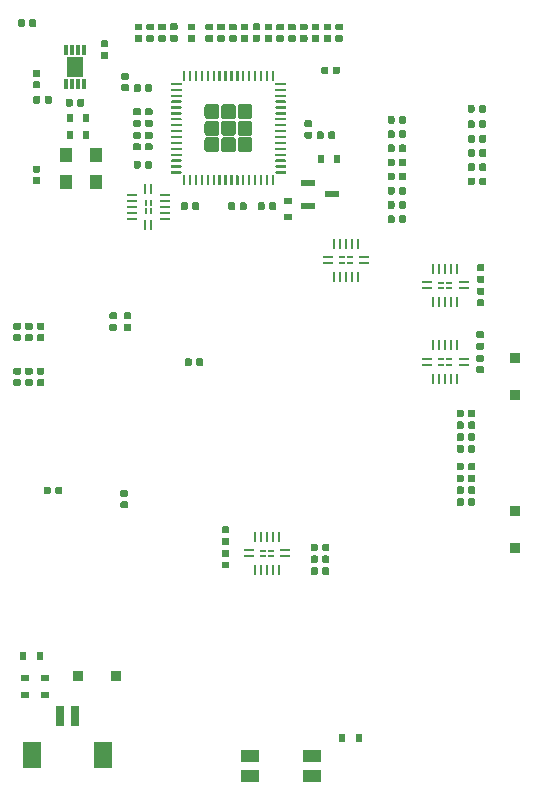
<source format=gbr>
G04 #@! TF.GenerationSoftware,KiCad,Pcbnew,5.1.5+dfsg1-2~bpo10+1*
G04 #@! TF.CreationDate,2020-02-19T22:44:21+01:00*
G04 #@! TF.ProjectId,gem-demo-board,67656d2d-6465-46d6-9f2d-626f6172642e,rev?*
G04 #@! TF.SameCoordinates,Original*
G04 #@! TF.FileFunction,Paste,Bot*
G04 #@! TF.FilePolarity,Positive*
%FSLAX46Y46*%
G04 Gerber Fmt 4.6, Leading zero omitted, Abs format (unit mm)*
G04 Created by KiCad (PCBNEW 5.1.5+dfsg1-2~bpo10+1) date 2020-02-19 22:44:21*
%MOMM*%
%LPD*%
G04 APERTURE LIST*
%ADD10C,0.100000*%
%ADD11R,1.100000X1.200000*%
%ADD12R,0.950000X0.900000*%
%ADD13R,0.900000X0.240000*%
%ADD14R,0.240000X0.900000*%
%ADD15R,0.500000X0.250000*%
%ADD16R,0.250000X0.500000*%
%ADD17R,1.550000X1.000000*%
%ADD18R,0.300000X0.825000*%
%ADD19R,1.450000X1.750000*%
%ADD20R,0.900000X0.950000*%
%ADD21R,0.600000X0.800000*%
%ADD22R,1.300000X0.600000*%
%ADD23R,0.800000X0.600000*%
%ADD24R,1.600000X2.200000*%
%ADD25R,0.700000X1.800000*%
G04 APERTURE END LIST*
D10*
G36*
X66476958Y-46430710D02*
G01*
X66491276Y-46432834D01*
X66505317Y-46436351D01*
X66518946Y-46441228D01*
X66532031Y-46447417D01*
X66544447Y-46454858D01*
X66556073Y-46463481D01*
X66566798Y-46473202D01*
X66576519Y-46483927D01*
X66585142Y-46495553D01*
X66592583Y-46507969D01*
X66598772Y-46521054D01*
X66603649Y-46534683D01*
X66607166Y-46548724D01*
X66609290Y-46563042D01*
X66610000Y-46577500D01*
X66610000Y-46922500D01*
X66609290Y-46936958D01*
X66607166Y-46951276D01*
X66603649Y-46965317D01*
X66598772Y-46978946D01*
X66592583Y-46992031D01*
X66585142Y-47004447D01*
X66576519Y-47016073D01*
X66566798Y-47026798D01*
X66556073Y-47036519D01*
X66544447Y-47045142D01*
X66532031Y-47052583D01*
X66518946Y-47058772D01*
X66505317Y-47063649D01*
X66491276Y-47067166D01*
X66476958Y-47069290D01*
X66462500Y-47070000D01*
X66167500Y-47070000D01*
X66153042Y-47069290D01*
X66138724Y-47067166D01*
X66124683Y-47063649D01*
X66111054Y-47058772D01*
X66097969Y-47052583D01*
X66085553Y-47045142D01*
X66073927Y-47036519D01*
X66063202Y-47026798D01*
X66053481Y-47016073D01*
X66044858Y-47004447D01*
X66037417Y-46992031D01*
X66031228Y-46978946D01*
X66026351Y-46965317D01*
X66022834Y-46951276D01*
X66020710Y-46936958D01*
X66020000Y-46922500D01*
X66020000Y-46577500D01*
X66020710Y-46563042D01*
X66022834Y-46548724D01*
X66026351Y-46534683D01*
X66031228Y-46521054D01*
X66037417Y-46507969D01*
X66044858Y-46495553D01*
X66053481Y-46483927D01*
X66063202Y-46473202D01*
X66073927Y-46463481D01*
X66085553Y-46454858D01*
X66097969Y-46447417D01*
X66111054Y-46441228D01*
X66124683Y-46436351D01*
X66138724Y-46432834D01*
X66153042Y-46430710D01*
X66167500Y-46430000D01*
X66462500Y-46430000D01*
X66476958Y-46430710D01*
G37*
G36*
X67446958Y-46430710D02*
G01*
X67461276Y-46432834D01*
X67475317Y-46436351D01*
X67488946Y-46441228D01*
X67502031Y-46447417D01*
X67514447Y-46454858D01*
X67526073Y-46463481D01*
X67536798Y-46473202D01*
X67546519Y-46483927D01*
X67555142Y-46495553D01*
X67562583Y-46507969D01*
X67568772Y-46521054D01*
X67573649Y-46534683D01*
X67577166Y-46548724D01*
X67579290Y-46563042D01*
X67580000Y-46577500D01*
X67580000Y-46922500D01*
X67579290Y-46936958D01*
X67577166Y-46951276D01*
X67573649Y-46965317D01*
X67568772Y-46978946D01*
X67562583Y-46992031D01*
X67555142Y-47004447D01*
X67546519Y-47016073D01*
X67536798Y-47026798D01*
X67526073Y-47036519D01*
X67514447Y-47045142D01*
X67502031Y-47052583D01*
X67488946Y-47058772D01*
X67475317Y-47063649D01*
X67461276Y-47067166D01*
X67446958Y-47069290D01*
X67432500Y-47070000D01*
X67137500Y-47070000D01*
X67123042Y-47069290D01*
X67108724Y-47067166D01*
X67094683Y-47063649D01*
X67081054Y-47058772D01*
X67067969Y-47052583D01*
X67055553Y-47045142D01*
X67043927Y-47036519D01*
X67033202Y-47026798D01*
X67023481Y-47016073D01*
X67014858Y-47004447D01*
X67007417Y-46992031D01*
X67001228Y-46978946D01*
X66996351Y-46965317D01*
X66992834Y-46951276D01*
X66990710Y-46936958D01*
X66990000Y-46922500D01*
X66990000Y-46577500D01*
X66990710Y-46563042D01*
X66992834Y-46548724D01*
X66996351Y-46534683D01*
X67001228Y-46521054D01*
X67007417Y-46507969D01*
X67014858Y-46495553D01*
X67023481Y-46483927D01*
X67033202Y-46473202D01*
X67043927Y-46463481D01*
X67055553Y-46454858D01*
X67067969Y-46447417D01*
X67081054Y-46441228D01*
X67094683Y-46436351D01*
X67108724Y-46432834D01*
X67123042Y-46430710D01*
X67137500Y-46430000D01*
X67432500Y-46430000D01*
X67446958Y-46430710D01*
G37*
G36*
X74216958Y-39590710D02*
G01*
X74231276Y-39592834D01*
X74245317Y-39596351D01*
X74258946Y-39601228D01*
X74272031Y-39607417D01*
X74284447Y-39614858D01*
X74296073Y-39623481D01*
X74306798Y-39633202D01*
X74316519Y-39643927D01*
X74325142Y-39655553D01*
X74332583Y-39667969D01*
X74338772Y-39681054D01*
X74343649Y-39694683D01*
X74347166Y-39708724D01*
X74349290Y-39723042D01*
X74350000Y-39737500D01*
X74350000Y-40082500D01*
X74349290Y-40096958D01*
X74347166Y-40111276D01*
X74343649Y-40125317D01*
X74338772Y-40138946D01*
X74332583Y-40152031D01*
X74325142Y-40164447D01*
X74316519Y-40176073D01*
X74306798Y-40186798D01*
X74296073Y-40196519D01*
X74284447Y-40205142D01*
X74272031Y-40212583D01*
X74258946Y-40218772D01*
X74245317Y-40223649D01*
X74231276Y-40227166D01*
X74216958Y-40229290D01*
X74202500Y-40230000D01*
X73907500Y-40230000D01*
X73893042Y-40229290D01*
X73878724Y-40227166D01*
X73864683Y-40223649D01*
X73851054Y-40218772D01*
X73837969Y-40212583D01*
X73825553Y-40205142D01*
X73813927Y-40196519D01*
X73803202Y-40186798D01*
X73793481Y-40176073D01*
X73784858Y-40164447D01*
X73777417Y-40152031D01*
X73771228Y-40138946D01*
X73766351Y-40125317D01*
X73762834Y-40111276D01*
X73760710Y-40096958D01*
X73760000Y-40082500D01*
X73760000Y-39737500D01*
X73760710Y-39723042D01*
X73762834Y-39708724D01*
X73766351Y-39694683D01*
X73771228Y-39681054D01*
X73777417Y-39667969D01*
X73784858Y-39655553D01*
X73793481Y-39643927D01*
X73803202Y-39633202D01*
X73813927Y-39623481D01*
X73825553Y-39614858D01*
X73837969Y-39607417D01*
X73851054Y-39601228D01*
X73864683Y-39596351D01*
X73878724Y-39592834D01*
X73893042Y-39590710D01*
X73907500Y-39590000D01*
X74202500Y-39590000D01*
X74216958Y-39590710D01*
G37*
G36*
X73246958Y-39590710D02*
G01*
X73261276Y-39592834D01*
X73275317Y-39596351D01*
X73288946Y-39601228D01*
X73302031Y-39607417D01*
X73314447Y-39614858D01*
X73326073Y-39623481D01*
X73336798Y-39633202D01*
X73346519Y-39643927D01*
X73355142Y-39655553D01*
X73362583Y-39667969D01*
X73368772Y-39681054D01*
X73373649Y-39694683D01*
X73377166Y-39708724D01*
X73379290Y-39723042D01*
X73380000Y-39737500D01*
X73380000Y-40082500D01*
X73379290Y-40096958D01*
X73377166Y-40111276D01*
X73373649Y-40125317D01*
X73368772Y-40138946D01*
X73362583Y-40152031D01*
X73355142Y-40164447D01*
X73346519Y-40176073D01*
X73336798Y-40186798D01*
X73326073Y-40196519D01*
X73314447Y-40205142D01*
X73302031Y-40212583D01*
X73288946Y-40218772D01*
X73275317Y-40223649D01*
X73261276Y-40227166D01*
X73246958Y-40229290D01*
X73232500Y-40230000D01*
X72937500Y-40230000D01*
X72923042Y-40229290D01*
X72908724Y-40227166D01*
X72894683Y-40223649D01*
X72881054Y-40218772D01*
X72867969Y-40212583D01*
X72855553Y-40205142D01*
X72843927Y-40196519D01*
X72833202Y-40186798D01*
X72823481Y-40176073D01*
X72814858Y-40164447D01*
X72807417Y-40152031D01*
X72801228Y-40138946D01*
X72796351Y-40125317D01*
X72792834Y-40111276D01*
X72790710Y-40096958D01*
X72790000Y-40082500D01*
X72790000Y-39737500D01*
X72790710Y-39723042D01*
X72792834Y-39708724D01*
X72796351Y-39694683D01*
X72801228Y-39681054D01*
X72807417Y-39667969D01*
X72814858Y-39655553D01*
X72823481Y-39643927D01*
X72833202Y-39633202D01*
X72843927Y-39623481D01*
X72855553Y-39614858D01*
X72867969Y-39607417D01*
X72881054Y-39601228D01*
X72894683Y-39596351D01*
X72908724Y-39592834D01*
X72923042Y-39590710D01*
X72937500Y-39590000D01*
X73232500Y-39590000D01*
X73246958Y-39590710D01*
G37*
G36*
X74216958Y-38290710D02*
G01*
X74231276Y-38292834D01*
X74245317Y-38296351D01*
X74258946Y-38301228D01*
X74272031Y-38307417D01*
X74284447Y-38314858D01*
X74296073Y-38323481D01*
X74306798Y-38333202D01*
X74316519Y-38343927D01*
X74325142Y-38355553D01*
X74332583Y-38367969D01*
X74338772Y-38381054D01*
X74343649Y-38394683D01*
X74347166Y-38408724D01*
X74349290Y-38423042D01*
X74350000Y-38437500D01*
X74350000Y-38782500D01*
X74349290Y-38796958D01*
X74347166Y-38811276D01*
X74343649Y-38825317D01*
X74338772Y-38838946D01*
X74332583Y-38852031D01*
X74325142Y-38864447D01*
X74316519Y-38876073D01*
X74306798Y-38886798D01*
X74296073Y-38896519D01*
X74284447Y-38905142D01*
X74272031Y-38912583D01*
X74258946Y-38918772D01*
X74245317Y-38923649D01*
X74231276Y-38927166D01*
X74216958Y-38929290D01*
X74202500Y-38930000D01*
X73907500Y-38930000D01*
X73893042Y-38929290D01*
X73878724Y-38927166D01*
X73864683Y-38923649D01*
X73851054Y-38918772D01*
X73837969Y-38912583D01*
X73825553Y-38905142D01*
X73813927Y-38896519D01*
X73803202Y-38886798D01*
X73793481Y-38876073D01*
X73784858Y-38864447D01*
X73777417Y-38852031D01*
X73771228Y-38838946D01*
X73766351Y-38825317D01*
X73762834Y-38811276D01*
X73760710Y-38796958D01*
X73760000Y-38782500D01*
X73760000Y-38437500D01*
X73760710Y-38423042D01*
X73762834Y-38408724D01*
X73766351Y-38394683D01*
X73771228Y-38381054D01*
X73777417Y-38367969D01*
X73784858Y-38355553D01*
X73793481Y-38343927D01*
X73803202Y-38333202D01*
X73813927Y-38323481D01*
X73825553Y-38314858D01*
X73837969Y-38307417D01*
X73851054Y-38301228D01*
X73864683Y-38296351D01*
X73878724Y-38292834D01*
X73893042Y-38290710D01*
X73907500Y-38290000D01*
X74202500Y-38290000D01*
X74216958Y-38290710D01*
G37*
G36*
X73246958Y-38290710D02*
G01*
X73261276Y-38292834D01*
X73275317Y-38296351D01*
X73288946Y-38301228D01*
X73302031Y-38307417D01*
X73314447Y-38314858D01*
X73326073Y-38323481D01*
X73336798Y-38333202D01*
X73346519Y-38343927D01*
X73355142Y-38355553D01*
X73362583Y-38367969D01*
X73368772Y-38381054D01*
X73373649Y-38394683D01*
X73377166Y-38408724D01*
X73379290Y-38423042D01*
X73380000Y-38437500D01*
X73380000Y-38782500D01*
X73379290Y-38796958D01*
X73377166Y-38811276D01*
X73373649Y-38825317D01*
X73368772Y-38838946D01*
X73362583Y-38852031D01*
X73355142Y-38864447D01*
X73346519Y-38876073D01*
X73336798Y-38886798D01*
X73326073Y-38896519D01*
X73314447Y-38905142D01*
X73302031Y-38912583D01*
X73288946Y-38918772D01*
X73275317Y-38923649D01*
X73261276Y-38927166D01*
X73246958Y-38929290D01*
X73232500Y-38930000D01*
X72937500Y-38930000D01*
X72923042Y-38929290D01*
X72908724Y-38927166D01*
X72894683Y-38923649D01*
X72881054Y-38918772D01*
X72867969Y-38912583D01*
X72855553Y-38905142D01*
X72843927Y-38896519D01*
X72833202Y-38886798D01*
X72823481Y-38876073D01*
X72814858Y-38864447D01*
X72807417Y-38852031D01*
X72801228Y-38838946D01*
X72796351Y-38825317D01*
X72792834Y-38811276D01*
X72790710Y-38796958D01*
X72790000Y-38782500D01*
X72790000Y-38437500D01*
X72790710Y-38423042D01*
X72792834Y-38408724D01*
X72796351Y-38394683D01*
X72801228Y-38381054D01*
X72807417Y-38367969D01*
X72814858Y-38355553D01*
X72823481Y-38343927D01*
X72833202Y-38333202D01*
X72843927Y-38323481D01*
X72855553Y-38314858D01*
X72867969Y-38307417D01*
X72881054Y-38301228D01*
X72894683Y-38296351D01*
X72908724Y-38292834D01*
X72923042Y-38290710D01*
X72937500Y-38290000D01*
X73232500Y-38290000D01*
X73246958Y-38290710D01*
G37*
G36*
X49296958Y-59740710D02*
G01*
X49311276Y-59742834D01*
X49325317Y-59746351D01*
X49338946Y-59751228D01*
X49352031Y-59757417D01*
X49364447Y-59764858D01*
X49376073Y-59773481D01*
X49386798Y-59783202D01*
X49396519Y-59793927D01*
X49405142Y-59805553D01*
X49412583Y-59817969D01*
X49418772Y-59831054D01*
X49423649Y-59844683D01*
X49427166Y-59858724D01*
X49429290Y-59873042D01*
X49430000Y-59887500D01*
X49430000Y-60232500D01*
X49429290Y-60246958D01*
X49427166Y-60261276D01*
X49423649Y-60275317D01*
X49418772Y-60288946D01*
X49412583Y-60302031D01*
X49405142Y-60314447D01*
X49396519Y-60326073D01*
X49386798Y-60336798D01*
X49376073Y-60346519D01*
X49364447Y-60355142D01*
X49352031Y-60362583D01*
X49338946Y-60368772D01*
X49325317Y-60373649D01*
X49311276Y-60377166D01*
X49296958Y-60379290D01*
X49282500Y-60380000D01*
X48987500Y-60380000D01*
X48973042Y-60379290D01*
X48958724Y-60377166D01*
X48944683Y-60373649D01*
X48931054Y-60368772D01*
X48917969Y-60362583D01*
X48905553Y-60355142D01*
X48893927Y-60346519D01*
X48883202Y-60336798D01*
X48873481Y-60326073D01*
X48864858Y-60314447D01*
X48857417Y-60302031D01*
X48851228Y-60288946D01*
X48846351Y-60275317D01*
X48842834Y-60261276D01*
X48840710Y-60246958D01*
X48840000Y-60232500D01*
X48840000Y-59887500D01*
X48840710Y-59873042D01*
X48842834Y-59858724D01*
X48846351Y-59844683D01*
X48851228Y-59831054D01*
X48857417Y-59817969D01*
X48864858Y-59805553D01*
X48873481Y-59793927D01*
X48883202Y-59783202D01*
X48893927Y-59773481D01*
X48905553Y-59764858D01*
X48917969Y-59757417D01*
X48931054Y-59751228D01*
X48944683Y-59746351D01*
X48958724Y-59742834D01*
X48973042Y-59740710D01*
X48987500Y-59740000D01*
X49282500Y-59740000D01*
X49296958Y-59740710D01*
G37*
G36*
X50266958Y-59740710D02*
G01*
X50281276Y-59742834D01*
X50295317Y-59746351D01*
X50308946Y-59751228D01*
X50322031Y-59757417D01*
X50334447Y-59764858D01*
X50346073Y-59773481D01*
X50356798Y-59783202D01*
X50366519Y-59793927D01*
X50375142Y-59805553D01*
X50382583Y-59817969D01*
X50388772Y-59831054D01*
X50393649Y-59844683D01*
X50397166Y-59858724D01*
X50399290Y-59873042D01*
X50400000Y-59887500D01*
X50400000Y-60232500D01*
X50399290Y-60246958D01*
X50397166Y-60261276D01*
X50393649Y-60275317D01*
X50388772Y-60288946D01*
X50382583Y-60302031D01*
X50375142Y-60314447D01*
X50366519Y-60326073D01*
X50356798Y-60336798D01*
X50346073Y-60346519D01*
X50334447Y-60355142D01*
X50322031Y-60362583D01*
X50308946Y-60368772D01*
X50295317Y-60373649D01*
X50281276Y-60377166D01*
X50266958Y-60379290D01*
X50252500Y-60380000D01*
X49957500Y-60380000D01*
X49943042Y-60379290D01*
X49928724Y-60377166D01*
X49914683Y-60373649D01*
X49901054Y-60368772D01*
X49887969Y-60362583D01*
X49875553Y-60355142D01*
X49863927Y-60346519D01*
X49853202Y-60336798D01*
X49843481Y-60326073D01*
X49834858Y-60314447D01*
X49827417Y-60302031D01*
X49821228Y-60288946D01*
X49816351Y-60275317D01*
X49812834Y-60261276D01*
X49810710Y-60246958D01*
X49810000Y-60232500D01*
X49810000Y-59887500D01*
X49810710Y-59873042D01*
X49812834Y-59858724D01*
X49816351Y-59844683D01*
X49821228Y-59831054D01*
X49827417Y-59817969D01*
X49834858Y-59805553D01*
X49843481Y-59793927D01*
X49853202Y-59783202D01*
X49863927Y-59773481D01*
X49875553Y-59764858D01*
X49887969Y-59757417D01*
X49901054Y-59751228D01*
X49914683Y-59746351D01*
X49928724Y-59742834D01*
X49943042Y-59740710D01*
X49957500Y-59740000D01*
X50252500Y-59740000D01*
X50266958Y-59740710D01*
G37*
G36*
X43906958Y-71850710D02*
G01*
X43921276Y-71852834D01*
X43935317Y-71856351D01*
X43948946Y-71861228D01*
X43962031Y-71867417D01*
X43974447Y-71874858D01*
X43986073Y-71883481D01*
X43996798Y-71893202D01*
X44006519Y-71903927D01*
X44015142Y-71915553D01*
X44022583Y-71927969D01*
X44028772Y-71941054D01*
X44033649Y-71954683D01*
X44037166Y-71968724D01*
X44039290Y-71983042D01*
X44040000Y-71997500D01*
X44040000Y-72292500D01*
X44039290Y-72306958D01*
X44037166Y-72321276D01*
X44033649Y-72335317D01*
X44028772Y-72348946D01*
X44022583Y-72362031D01*
X44015142Y-72374447D01*
X44006519Y-72386073D01*
X43996798Y-72396798D01*
X43986073Y-72406519D01*
X43974447Y-72415142D01*
X43962031Y-72422583D01*
X43948946Y-72428772D01*
X43935317Y-72433649D01*
X43921276Y-72437166D01*
X43906958Y-72439290D01*
X43892500Y-72440000D01*
X43547500Y-72440000D01*
X43533042Y-72439290D01*
X43518724Y-72437166D01*
X43504683Y-72433649D01*
X43491054Y-72428772D01*
X43477969Y-72422583D01*
X43465553Y-72415142D01*
X43453927Y-72406519D01*
X43443202Y-72396798D01*
X43433481Y-72386073D01*
X43424858Y-72374447D01*
X43417417Y-72362031D01*
X43411228Y-72348946D01*
X43406351Y-72335317D01*
X43402834Y-72321276D01*
X43400710Y-72306958D01*
X43400000Y-72292500D01*
X43400000Y-71997500D01*
X43400710Y-71983042D01*
X43402834Y-71968724D01*
X43406351Y-71954683D01*
X43411228Y-71941054D01*
X43417417Y-71927969D01*
X43424858Y-71915553D01*
X43433481Y-71903927D01*
X43443202Y-71893202D01*
X43453927Y-71883481D01*
X43465553Y-71874858D01*
X43477969Y-71867417D01*
X43491054Y-71861228D01*
X43504683Y-71856351D01*
X43518724Y-71852834D01*
X43533042Y-71850710D01*
X43547500Y-71850000D01*
X43892500Y-71850000D01*
X43906958Y-71850710D01*
G37*
G36*
X43906958Y-70880710D02*
G01*
X43921276Y-70882834D01*
X43935317Y-70886351D01*
X43948946Y-70891228D01*
X43962031Y-70897417D01*
X43974447Y-70904858D01*
X43986073Y-70913481D01*
X43996798Y-70923202D01*
X44006519Y-70933927D01*
X44015142Y-70945553D01*
X44022583Y-70957969D01*
X44028772Y-70971054D01*
X44033649Y-70984683D01*
X44037166Y-70998724D01*
X44039290Y-71013042D01*
X44040000Y-71027500D01*
X44040000Y-71322500D01*
X44039290Y-71336958D01*
X44037166Y-71351276D01*
X44033649Y-71365317D01*
X44028772Y-71378946D01*
X44022583Y-71392031D01*
X44015142Y-71404447D01*
X44006519Y-71416073D01*
X43996798Y-71426798D01*
X43986073Y-71436519D01*
X43974447Y-71445142D01*
X43962031Y-71452583D01*
X43948946Y-71458772D01*
X43935317Y-71463649D01*
X43921276Y-71467166D01*
X43906958Y-71469290D01*
X43892500Y-71470000D01*
X43547500Y-71470000D01*
X43533042Y-71469290D01*
X43518724Y-71467166D01*
X43504683Y-71463649D01*
X43491054Y-71458772D01*
X43477969Y-71452583D01*
X43465553Y-71445142D01*
X43453927Y-71436519D01*
X43443202Y-71426798D01*
X43433481Y-71416073D01*
X43424858Y-71404447D01*
X43417417Y-71392031D01*
X43411228Y-71378946D01*
X43406351Y-71365317D01*
X43402834Y-71351276D01*
X43400710Y-71336958D01*
X43400000Y-71322500D01*
X43400000Y-71027500D01*
X43400710Y-71013042D01*
X43402834Y-70998724D01*
X43406351Y-70984683D01*
X43411228Y-70971054D01*
X43417417Y-70957969D01*
X43424858Y-70945553D01*
X43433481Y-70933927D01*
X43443202Y-70923202D01*
X43453927Y-70913481D01*
X43465553Y-70904858D01*
X43477969Y-70897417D01*
X43491054Y-70891228D01*
X43504683Y-70886351D01*
X43518724Y-70882834D01*
X43533042Y-70880710D01*
X43547500Y-70880000D01*
X43892500Y-70880000D01*
X43906958Y-70880710D01*
G37*
G36*
X53106958Y-32360710D02*
G01*
X53121276Y-32362834D01*
X53135317Y-32366351D01*
X53148946Y-32371228D01*
X53162031Y-32377417D01*
X53174447Y-32384858D01*
X53186073Y-32393481D01*
X53196798Y-32403202D01*
X53206519Y-32413927D01*
X53215142Y-32425553D01*
X53222583Y-32437969D01*
X53228772Y-32451054D01*
X53233649Y-32464683D01*
X53237166Y-32478724D01*
X53239290Y-32493042D01*
X53240000Y-32507500D01*
X53240000Y-32802500D01*
X53239290Y-32816958D01*
X53237166Y-32831276D01*
X53233649Y-32845317D01*
X53228772Y-32858946D01*
X53222583Y-32872031D01*
X53215142Y-32884447D01*
X53206519Y-32896073D01*
X53196798Y-32906798D01*
X53186073Y-32916519D01*
X53174447Y-32925142D01*
X53162031Y-32932583D01*
X53148946Y-32938772D01*
X53135317Y-32943649D01*
X53121276Y-32947166D01*
X53106958Y-32949290D01*
X53092500Y-32950000D01*
X52747500Y-32950000D01*
X52733042Y-32949290D01*
X52718724Y-32947166D01*
X52704683Y-32943649D01*
X52691054Y-32938772D01*
X52677969Y-32932583D01*
X52665553Y-32925142D01*
X52653927Y-32916519D01*
X52643202Y-32906798D01*
X52633481Y-32896073D01*
X52624858Y-32884447D01*
X52617417Y-32872031D01*
X52611228Y-32858946D01*
X52606351Y-32845317D01*
X52602834Y-32831276D01*
X52600710Y-32816958D01*
X52600000Y-32802500D01*
X52600000Y-32507500D01*
X52600710Y-32493042D01*
X52602834Y-32478724D01*
X52606351Y-32464683D01*
X52611228Y-32451054D01*
X52617417Y-32437969D01*
X52624858Y-32425553D01*
X52633481Y-32413927D01*
X52643202Y-32403202D01*
X52653927Y-32393481D01*
X52665553Y-32384858D01*
X52677969Y-32377417D01*
X52691054Y-32371228D01*
X52704683Y-32366351D01*
X52718724Y-32362834D01*
X52733042Y-32360710D01*
X52747500Y-32360000D01*
X53092500Y-32360000D01*
X53106958Y-32360710D01*
G37*
G36*
X53106958Y-31390710D02*
G01*
X53121276Y-31392834D01*
X53135317Y-31396351D01*
X53148946Y-31401228D01*
X53162031Y-31407417D01*
X53174447Y-31414858D01*
X53186073Y-31423481D01*
X53196798Y-31433202D01*
X53206519Y-31443927D01*
X53215142Y-31455553D01*
X53222583Y-31467969D01*
X53228772Y-31481054D01*
X53233649Y-31494683D01*
X53237166Y-31508724D01*
X53239290Y-31523042D01*
X53240000Y-31537500D01*
X53240000Y-31832500D01*
X53239290Y-31846958D01*
X53237166Y-31861276D01*
X53233649Y-31875317D01*
X53228772Y-31888946D01*
X53222583Y-31902031D01*
X53215142Y-31914447D01*
X53206519Y-31926073D01*
X53196798Y-31936798D01*
X53186073Y-31946519D01*
X53174447Y-31955142D01*
X53162031Y-31962583D01*
X53148946Y-31968772D01*
X53135317Y-31973649D01*
X53121276Y-31977166D01*
X53106958Y-31979290D01*
X53092500Y-31980000D01*
X52747500Y-31980000D01*
X52733042Y-31979290D01*
X52718724Y-31977166D01*
X52704683Y-31973649D01*
X52691054Y-31968772D01*
X52677969Y-31962583D01*
X52665553Y-31955142D01*
X52653927Y-31946519D01*
X52643202Y-31936798D01*
X52633481Y-31926073D01*
X52624858Y-31914447D01*
X52617417Y-31902031D01*
X52611228Y-31888946D01*
X52606351Y-31875317D01*
X52602834Y-31861276D01*
X52600710Y-31846958D01*
X52600000Y-31832500D01*
X52600000Y-31537500D01*
X52600710Y-31523042D01*
X52602834Y-31508724D01*
X52606351Y-31494683D01*
X52611228Y-31481054D01*
X52617417Y-31467969D01*
X52624858Y-31455553D01*
X52633481Y-31443927D01*
X52643202Y-31433202D01*
X52653927Y-31423481D01*
X52665553Y-31414858D01*
X52677969Y-31407417D01*
X52691054Y-31401228D01*
X52704683Y-31396351D01*
X52718724Y-31392834D01*
X52733042Y-31390710D01*
X52747500Y-31390000D01*
X53092500Y-31390000D01*
X53106958Y-31390710D01*
G37*
G36*
X51106958Y-31390710D02*
G01*
X51121276Y-31392834D01*
X51135317Y-31396351D01*
X51148946Y-31401228D01*
X51162031Y-31407417D01*
X51174447Y-31414858D01*
X51186073Y-31423481D01*
X51196798Y-31433202D01*
X51206519Y-31443927D01*
X51215142Y-31455553D01*
X51222583Y-31467969D01*
X51228772Y-31481054D01*
X51233649Y-31494683D01*
X51237166Y-31508724D01*
X51239290Y-31523042D01*
X51240000Y-31537500D01*
X51240000Y-31832500D01*
X51239290Y-31846958D01*
X51237166Y-31861276D01*
X51233649Y-31875317D01*
X51228772Y-31888946D01*
X51222583Y-31902031D01*
X51215142Y-31914447D01*
X51206519Y-31926073D01*
X51196798Y-31936798D01*
X51186073Y-31946519D01*
X51174447Y-31955142D01*
X51162031Y-31962583D01*
X51148946Y-31968772D01*
X51135317Y-31973649D01*
X51121276Y-31977166D01*
X51106958Y-31979290D01*
X51092500Y-31980000D01*
X50747500Y-31980000D01*
X50733042Y-31979290D01*
X50718724Y-31977166D01*
X50704683Y-31973649D01*
X50691054Y-31968772D01*
X50677969Y-31962583D01*
X50665553Y-31955142D01*
X50653927Y-31946519D01*
X50643202Y-31936798D01*
X50633481Y-31926073D01*
X50624858Y-31914447D01*
X50617417Y-31902031D01*
X50611228Y-31888946D01*
X50606351Y-31875317D01*
X50602834Y-31861276D01*
X50600710Y-31846958D01*
X50600000Y-31832500D01*
X50600000Y-31537500D01*
X50600710Y-31523042D01*
X50602834Y-31508724D01*
X50606351Y-31494683D01*
X50611228Y-31481054D01*
X50617417Y-31467969D01*
X50624858Y-31455553D01*
X50633481Y-31443927D01*
X50643202Y-31433202D01*
X50653927Y-31423481D01*
X50665553Y-31414858D01*
X50677969Y-31407417D01*
X50691054Y-31401228D01*
X50704683Y-31396351D01*
X50718724Y-31392834D01*
X50733042Y-31390710D01*
X50747500Y-31390000D01*
X51092500Y-31390000D01*
X51106958Y-31390710D01*
G37*
G36*
X51106958Y-32360710D02*
G01*
X51121276Y-32362834D01*
X51135317Y-32366351D01*
X51148946Y-32371228D01*
X51162031Y-32377417D01*
X51174447Y-32384858D01*
X51186073Y-32393481D01*
X51196798Y-32403202D01*
X51206519Y-32413927D01*
X51215142Y-32425553D01*
X51222583Y-32437969D01*
X51228772Y-32451054D01*
X51233649Y-32464683D01*
X51237166Y-32478724D01*
X51239290Y-32493042D01*
X51240000Y-32507500D01*
X51240000Y-32802500D01*
X51239290Y-32816958D01*
X51237166Y-32831276D01*
X51233649Y-32845317D01*
X51228772Y-32858946D01*
X51222583Y-32872031D01*
X51215142Y-32884447D01*
X51206519Y-32896073D01*
X51196798Y-32906798D01*
X51186073Y-32916519D01*
X51174447Y-32925142D01*
X51162031Y-32932583D01*
X51148946Y-32938772D01*
X51135317Y-32943649D01*
X51121276Y-32947166D01*
X51106958Y-32949290D01*
X51092500Y-32950000D01*
X50747500Y-32950000D01*
X50733042Y-32949290D01*
X50718724Y-32947166D01*
X50704683Y-32943649D01*
X50691054Y-32938772D01*
X50677969Y-32932583D01*
X50665553Y-32925142D01*
X50653927Y-32916519D01*
X50643202Y-32906798D01*
X50633481Y-32896073D01*
X50624858Y-32884447D01*
X50617417Y-32872031D01*
X50611228Y-32858946D01*
X50606351Y-32845317D01*
X50602834Y-32831276D01*
X50600710Y-32816958D01*
X50600000Y-32802500D01*
X50600000Y-32507500D01*
X50600710Y-32493042D01*
X50602834Y-32478724D01*
X50606351Y-32464683D01*
X50611228Y-32451054D01*
X50617417Y-32437969D01*
X50624858Y-32425553D01*
X50633481Y-32413927D01*
X50643202Y-32403202D01*
X50653927Y-32393481D01*
X50665553Y-32384858D01*
X50677969Y-32377417D01*
X50691054Y-32371228D01*
X50704683Y-32366351D01*
X50718724Y-32362834D01*
X50733042Y-32360710D01*
X50747500Y-32360000D01*
X51092500Y-32360000D01*
X51106958Y-32360710D01*
G37*
G36*
X51556047Y-41019661D02*
G01*
X51580316Y-41023261D01*
X51604114Y-41029222D01*
X51627214Y-41037487D01*
X51649392Y-41047977D01*
X51670436Y-41060590D01*
X51690141Y-41075204D01*
X51708320Y-41091680D01*
X51724796Y-41109859D01*
X51739410Y-41129564D01*
X51752023Y-41150608D01*
X51762513Y-41172786D01*
X51770778Y-41195886D01*
X51776739Y-41219684D01*
X51780339Y-41243953D01*
X51781543Y-41268457D01*
X51781543Y-42031543D01*
X51780339Y-42056047D01*
X51776739Y-42080316D01*
X51770778Y-42104114D01*
X51762513Y-42127214D01*
X51752023Y-42149392D01*
X51739410Y-42170436D01*
X51724796Y-42190141D01*
X51708320Y-42208320D01*
X51690141Y-42224796D01*
X51670436Y-42239410D01*
X51649392Y-42252023D01*
X51627214Y-42262513D01*
X51604114Y-42270778D01*
X51580316Y-42276739D01*
X51556047Y-42280339D01*
X51531543Y-42281543D01*
X50768457Y-42281543D01*
X50743953Y-42280339D01*
X50719684Y-42276739D01*
X50695886Y-42270778D01*
X50672786Y-42262513D01*
X50650608Y-42252023D01*
X50629564Y-42239410D01*
X50609859Y-42224796D01*
X50591680Y-42208320D01*
X50575204Y-42190141D01*
X50560590Y-42170436D01*
X50547977Y-42149392D01*
X50537487Y-42127214D01*
X50529222Y-42104114D01*
X50523261Y-42080316D01*
X50519661Y-42056047D01*
X50518457Y-42031543D01*
X50518457Y-41268457D01*
X50519661Y-41243953D01*
X50523261Y-41219684D01*
X50529222Y-41195886D01*
X50537487Y-41172786D01*
X50547977Y-41150608D01*
X50560590Y-41129564D01*
X50575204Y-41109859D01*
X50591680Y-41091680D01*
X50609859Y-41075204D01*
X50629564Y-41060590D01*
X50650608Y-41047977D01*
X50672786Y-41037487D01*
X50695886Y-41029222D01*
X50719684Y-41023261D01*
X50743953Y-41019661D01*
X50768457Y-41018457D01*
X51531543Y-41018457D01*
X51556047Y-41019661D01*
G37*
G36*
X51556047Y-39619661D02*
G01*
X51580316Y-39623261D01*
X51604114Y-39629222D01*
X51627214Y-39637487D01*
X51649392Y-39647977D01*
X51670436Y-39660590D01*
X51690141Y-39675204D01*
X51708320Y-39691680D01*
X51724796Y-39709859D01*
X51739410Y-39729564D01*
X51752023Y-39750608D01*
X51762513Y-39772786D01*
X51770778Y-39795886D01*
X51776739Y-39819684D01*
X51780339Y-39843953D01*
X51781543Y-39868457D01*
X51781543Y-40631543D01*
X51780339Y-40656047D01*
X51776739Y-40680316D01*
X51770778Y-40704114D01*
X51762513Y-40727214D01*
X51752023Y-40749392D01*
X51739410Y-40770436D01*
X51724796Y-40790141D01*
X51708320Y-40808320D01*
X51690141Y-40824796D01*
X51670436Y-40839410D01*
X51649392Y-40852023D01*
X51627214Y-40862513D01*
X51604114Y-40870778D01*
X51580316Y-40876739D01*
X51556047Y-40880339D01*
X51531543Y-40881543D01*
X50768457Y-40881543D01*
X50743953Y-40880339D01*
X50719684Y-40876739D01*
X50695886Y-40870778D01*
X50672786Y-40862513D01*
X50650608Y-40852023D01*
X50629564Y-40839410D01*
X50609859Y-40824796D01*
X50591680Y-40808320D01*
X50575204Y-40790141D01*
X50560590Y-40770436D01*
X50547977Y-40749392D01*
X50537487Y-40727214D01*
X50529222Y-40704114D01*
X50523261Y-40680316D01*
X50519661Y-40656047D01*
X50518457Y-40631543D01*
X50518457Y-39868457D01*
X50519661Y-39843953D01*
X50523261Y-39819684D01*
X50529222Y-39795886D01*
X50537487Y-39772786D01*
X50547977Y-39750608D01*
X50560590Y-39729564D01*
X50575204Y-39709859D01*
X50591680Y-39691680D01*
X50609859Y-39675204D01*
X50629564Y-39660590D01*
X50650608Y-39647977D01*
X50672786Y-39637487D01*
X50695886Y-39629222D01*
X50719684Y-39623261D01*
X50743953Y-39619661D01*
X50768457Y-39618457D01*
X51531543Y-39618457D01*
X51556047Y-39619661D01*
G37*
G36*
X51556047Y-38219661D02*
G01*
X51580316Y-38223261D01*
X51604114Y-38229222D01*
X51627214Y-38237487D01*
X51649392Y-38247977D01*
X51670436Y-38260590D01*
X51690141Y-38275204D01*
X51708320Y-38291680D01*
X51724796Y-38309859D01*
X51739410Y-38329564D01*
X51752023Y-38350608D01*
X51762513Y-38372786D01*
X51770778Y-38395886D01*
X51776739Y-38419684D01*
X51780339Y-38443953D01*
X51781543Y-38468457D01*
X51781543Y-39231543D01*
X51780339Y-39256047D01*
X51776739Y-39280316D01*
X51770778Y-39304114D01*
X51762513Y-39327214D01*
X51752023Y-39349392D01*
X51739410Y-39370436D01*
X51724796Y-39390141D01*
X51708320Y-39408320D01*
X51690141Y-39424796D01*
X51670436Y-39439410D01*
X51649392Y-39452023D01*
X51627214Y-39462513D01*
X51604114Y-39470778D01*
X51580316Y-39476739D01*
X51556047Y-39480339D01*
X51531543Y-39481543D01*
X50768457Y-39481543D01*
X50743953Y-39480339D01*
X50719684Y-39476739D01*
X50695886Y-39470778D01*
X50672786Y-39462513D01*
X50650608Y-39452023D01*
X50629564Y-39439410D01*
X50609859Y-39424796D01*
X50591680Y-39408320D01*
X50575204Y-39390141D01*
X50560590Y-39370436D01*
X50547977Y-39349392D01*
X50537487Y-39327214D01*
X50529222Y-39304114D01*
X50523261Y-39280316D01*
X50519661Y-39256047D01*
X50518457Y-39231543D01*
X50518457Y-38468457D01*
X50519661Y-38443953D01*
X50523261Y-38419684D01*
X50529222Y-38395886D01*
X50537487Y-38372786D01*
X50547977Y-38350608D01*
X50560590Y-38329564D01*
X50575204Y-38309859D01*
X50591680Y-38291680D01*
X50609859Y-38275204D01*
X50629564Y-38260590D01*
X50650608Y-38247977D01*
X50672786Y-38237487D01*
X50695886Y-38229222D01*
X50719684Y-38223261D01*
X50743953Y-38219661D01*
X50768457Y-38218457D01*
X51531543Y-38218457D01*
X51556047Y-38219661D01*
G37*
G36*
X52956047Y-41019661D02*
G01*
X52980316Y-41023261D01*
X53004114Y-41029222D01*
X53027214Y-41037487D01*
X53049392Y-41047977D01*
X53070436Y-41060590D01*
X53090141Y-41075204D01*
X53108320Y-41091680D01*
X53124796Y-41109859D01*
X53139410Y-41129564D01*
X53152023Y-41150608D01*
X53162513Y-41172786D01*
X53170778Y-41195886D01*
X53176739Y-41219684D01*
X53180339Y-41243953D01*
X53181543Y-41268457D01*
X53181543Y-42031543D01*
X53180339Y-42056047D01*
X53176739Y-42080316D01*
X53170778Y-42104114D01*
X53162513Y-42127214D01*
X53152023Y-42149392D01*
X53139410Y-42170436D01*
X53124796Y-42190141D01*
X53108320Y-42208320D01*
X53090141Y-42224796D01*
X53070436Y-42239410D01*
X53049392Y-42252023D01*
X53027214Y-42262513D01*
X53004114Y-42270778D01*
X52980316Y-42276739D01*
X52956047Y-42280339D01*
X52931543Y-42281543D01*
X52168457Y-42281543D01*
X52143953Y-42280339D01*
X52119684Y-42276739D01*
X52095886Y-42270778D01*
X52072786Y-42262513D01*
X52050608Y-42252023D01*
X52029564Y-42239410D01*
X52009859Y-42224796D01*
X51991680Y-42208320D01*
X51975204Y-42190141D01*
X51960590Y-42170436D01*
X51947977Y-42149392D01*
X51937487Y-42127214D01*
X51929222Y-42104114D01*
X51923261Y-42080316D01*
X51919661Y-42056047D01*
X51918457Y-42031543D01*
X51918457Y-41268457D01*
X51919661Y-41243953D01*
X51923261Y-41219684D01*
X51929222Y-41195886D01*
X51937487Y-41172786D01*
X51947977Y-41150608D01*
X51960590Y-41129564D01*
X51975204Y-41109859D01*
X51991680Y-41091680D01*
X52009859Y-41075204D01*
X52029564Y-41060590D01*
X52050608Y-41047977D01*
X52072786Y-41037487D01*
X52095886Y-41029222D01*
X52119684Y-41023261D01*
X52143953Y-41019661D01*
X52168457Y-41018457D01*
X52931543Y-41018457D01*
X52956047Y-41019661D01*
G37*
G36*
X52956047Y-39619661D02*
G01*
X52980316Y-39623261D01*
X53004114Y-39629222D01*
X53027214Y-39637487D01*
X53049392Y-39647977D01*
X53070436Y-39660590D01*
X53090141Y-39675204D01*
X53108320Y-39691680D01*
X53124796Y-39709859D01*
X53139410Y-39729564D01*
X53152023Y-39750608D01*
X53162513Y-39772786D01*
X53170778Y-39795886D01*
X53176739Y-39819684D01*
X53180339Y-39843953D01*
X53181543Y-39868457D01*
X53181543Y-40631543D01*
X53180339Y-40656047D01*
X53176739Y-40680316D01*
X53170778Y-40704114D01*
X53162513Y-40727214D01*
X53152023Y-40749392D01*
X53139410Y-40770436D01*
X53124796Y-40790141D01*
X53108320Y-40808320D01*
X53090141Y-40824796D01*
X53070436Y-40839410D01*
X53049392Y-40852023D01*
X53027214Y-40862513D01*
X53004114Y-40870778D01*
X52980316Y-40876739D01*
X52956047Y-40880339D01*
X52931543Y-40881543D01*
X52168457Y-40881543D01*
X52143953Y-40880339D01*
X52119684Y-40876739D01*
X52095886Y-40870778D01*
X52072786Y-40862513D01*
X52050608Y-40852023D01*
X52029564Y-40839410D01*
X52009859Y-40824796D01*
X51991680Y-40808320D01*
X51975204Y-40790141D01*
X51960590Y-40770436D01*
X51947977Y-40749392D01*
X51937487Y-40727214D01*
X51929222Y-40704114D01*
X51923261Y-40680316D01*
X51919661Y-40656047D01*
X51918457Y-40631543D01*
X51918457Y-39868457D01*
X51919661Y-39843953D01*
X51923261Y-39819684D01*
X51929222Y-39795886D01*
X51937487Y-39772786D01*
X51947977Y-39750608D01*
X51960590Y-39729564D01*
X51975204Y-39709859D01*
X51991680Y-39691680D01*
X52009859Y-39675204D01*
X52029564Y-39660590D01*
X52050608Y-39647977D01*
X52072786Y-39637487D01*
X52095886Y-39629222D01*
X52119684Y-39623261D01*
X52143953Y-39619661D01*
X52168457Y-39618457D01*
X52931543Y-39618457D01*
X52956047Y-39619661D01*
G37*
G36*
X52956047Y-38219661D02*
G01*
X52980316Y-38223261D01*
X53004114Y-38229222D01*
X53027214Y-38237487D01*
X53049392Y-38247977D01*
X53070436Y-38260590D01*
X53090141Y-38275204D01*
X53108320Y-38291680D01*
X53124796Y-38309859D01*
X53139410Y-38329564D01*
X53152023Y-38350608D01*
X53162513Y-38372786D01*
X53170778Y-38395886D01*
X53176739Y-38419684D01*
X53180339Y-38443953D01*
X53181543Y-38468457D01*
X53181543Y-39231543D01*
X53180339Y-39256047D01*
X53176739Y-39280316D01*
X53170778Y-39304114D01*
X53162513Y-39327214D01*
X53152023Y-39349392D01*
X53139410Y-39370436D01*
X53124796Y-39390141D01*
X53108320Y-39408320D01*
X53090141Y-39424796D01*
X53070436Y-39439410D01*
X53049392Y-39452023D01*
X53027214Y-39462513D01*
X53004114Y-39470778D01*
X52980316Y-39476739D01*
X52956047Y-39480339D01*
X52931543Y-39481543D01*
X52168457Y-39481543D01*
X52143953Y-39480339D01*
X52119684Y-39476739D01*
X52095886Y-39470778D01*
X52072786Y-39462513D01*
X52050608Y-39452023D01*
X52029564Y-39439410D01*
X52009859Y-39424796D01*
X51991680Y-39408320D01*
X51975204Y-39390141D01*
X51960590Y-39370436D01*
X51947977Y-39349392D01*
X51937487Y-39327214D01*
X51929222Y-39304114D01*
X51923261Y-39280316D01*
X51919661Y-39256047D01*
X51918457Y-39231543D01*
X51918457Y-38468457D01*
X51919661Y-38443953D01*
X51923261Y-38419684D01*
X51929222Y-38395886D01*
X51937487Y-38372786D01*
X51947977Y-38350608D01*
X51960590Y-38329564D01*
X51975204Y-38309859D01*
X51991680Y-38291680D01*
X52009859Y-38275204D01*
X52029564Y-38260590D01*
X52050608Y-38247977D01*
X52072786Y-38237487D01*
X52095886Y-38229222D01*
X52119684Y-38223261D01*
X52143953Y-38219661D01*
X52168457Y-38218457D01*
X52931543Y-38218457D01*
X52956047Y-38219661D01*
G37*
G36*
X54356047Y-41019661D02*
G01*
X54380316Y-41023261D01*
X54404114Y-41029222D01*
X54427214Y-41037487D01*
X54449392Y-41047977D01*
X54470436Y-41060590D01*
X54490141Y-41075204D01*
X54508320Y-41091680D01*
X54524796Y-41109859D01*
X54539410Y-41129564D01*
X54552023Y-41150608D01*
X54562513Y-41172786D01*
X54570778Y-41195886D01*
X54576739Y-41219684D01*
X54580339Y-41243953D01*
X54581543Y-41268457D01*
X54581543Y-42031543D01*
X54580339Y-42056047D01*
X54576739Y-42080316D01*
X54570778Y-42104114D01*
X54562513Y-42127214D01*
X54552023Y-42149392D01*
X54539410Y-42170436D01*
X54524796Y-42190141D01*
X54508320Y-42208320D01*
X54490141Y-42224796D01*
X54470436Y-42239410D01*
X54449392Y-42252023D01*
X54427214Y-42262513D01*
X54404114Y-42270778D01*
X54380316Y-42276739D01*
X54356047Y-42280339D01*
X54331543Y-42281543D01*
X53568457Y-42281543D01*
X53543953Y-42280339D01*
X53519684Y-42276739D01*
X53495886Y-42270778D01*
X53472786Y-42262513D01*
X53450608Y-42252023D01*
X53429564Y-42239410D01*
X53409859Y-42224796D01*
X53391680Y-42208320D01*
X53375204Y-42190141D01*
X53360590Y-42170436D01*
X53347977Y-42149392D01*
X53337487Y-42127214D01*
X53329222Y-42104114D01*
X53323261Y-42080316D01*
X53319661Y-42056047D01*
X53318457Y-42031543D01*
X53318457Y-41268457D01*
X53319661Y-41243953D01*
X53323261Y-41219684D01*
X53329222Y-41195886D01*
X53337487Y-41172786D01*
X53347977Y-41150608D01*
X53360590Y-41129564D01*
X53375204Y-41109859D01*
X53391680Y-41091680D01*
X53409859Y-41075204D01*
X53429564Y-41060590D01*
X53450608Y-41047977D01*
X53472786Y-41037487D01*
X53495886Y-41029222D01*
X53519684Y-41023261D01*
X53543953Y-41019661D01*
X53568457Y-41018457D01*
X54331543Y-41018457D01*
X54356047Y-41019661D01*
G37*
G36*
X54356047Y-39619661D02*
G01*
X54380316Y-39623261D01*
X54404114Y-39629222D01*
X54427214Y-39637487D01*
X54449392Y-39647977D01*
X54470436Y-39660590D01*
X54490141Y-39675204D01*
X54508320Y-39691680D01*
X54524796Y-39709859D01*
X54539410Y-39729564D01*
X54552023Y-39750608D01*
X54562513Y-39772786D01*
X54570778Y-39795886D01*
X54576739Y-39819684D01*
X54580339Y-39843953D01*
X54581543Y-39868457D01*
X54581543Y-40631543D01*
X54580339Y-40656047D01*
X54576739Y-40680316D01*
X54570778Y-40704114D01*
X54562513Y-40727214D01*
X54552023Y-40749392D01*
X54539410Y-40770436D01*
X54524796Y-40790141D01*
X54508320Y-40808320D01*
X54490141Y-40824796D01*
X54470436Y-40839410D01*
X54449392Y-40852023D01*
X54427214Y-40862513D01*
X54404114Y-40870778D01*
X54380316Y-40876739D01*
X54356047Y-40880339D01*
X54331543Y-40881543D01*
X53568457Y-40881543D01*
X53543953Y-40880339D01*
X53519684Y-40876739D01*
X53495886Y-40870778D01*
X53472786Y-40862513D01*
X53450608Y-40852023D01*
X53429564Y-40839410D01*
X53409859Y-40824796D01*
X53391680Y-40808320D01*
X53375204Y-40790141D01*
X53360590Y-40770436D01*
X53347977Y-40749392D01*
X53337487Y-40727214D01*
X53329222Y-40704114D01*
X53323261Y-40680316D01*
X53319661Y-40656047D01*
X53318457Y-40631543D01*
X53318457Y-39868457D01*
X53319661Y-39843953D01*
X53323261Y-39819684D01*
X53329222Y-39795886D01*
X53337487Y-39772786D01*
X53347977Y-39750608D01*
X53360590Y-39729564D01*
X53375204Y-39709859D01*
X53391680Y-39691680D01*
X53409859Y-39675204D01*
X53429564Y-39660590D01*
X53450608Y-39647977D01*
X53472786Y-39637487D01*
X53495886Y-39629222D01*
X53519684Y-39623261D01*
X53543953Y-39619661D01*
X53568457Y-39618457D01*
X54331543Y-39618457D01*
X54356047Y-39619661D01*
G37*
G36*
X54356047Y-38219661D02*
G01*
X54380316Y-38223261D01*
X54404114Y-38229222D01*
X54427214Y-38237487D01*
X54449392Y-38247977D01*
X54470436Y-38260590D01*
X54490141Y-38275204D01*
X54508320Y-38291680D01*
X54524796Y-38309859D01*
X54539410Y-38329564D01*
X54552023Y-38350608D01*
X54562513Y-38372786D01*
X54570778Y-38395886D01*
X54576739Y-38419684D01*
X54580339Y-38443953D01*
X54581543Y-38468457D01*
X54581543Y-39231543D01*
X54580339Y-39256047D01*
X54576739Y-39280316D01*
X54570778Y-39304114D01*
X54562513Y-39327214D01*
X54552023Y-39349392D01*
X54539410Y-39370436D01*
X54524796Y-39390141D01*
X54508320Y-39408320D01*
X54490141Y-39424796D01*
X54470436Y-39439410D01*
X54449392Y-39452023D01*
X54427214Y-39462513D01*
X54404114Y-39470778D01*
X54380316Y-39476739D01*
X54356047Y-39480339D01*
X54331543Y-39481543D01*
X53568457Y-39481543D01*
X53543953Y-39480339D01*
X53519684Y-39476739D01*
X53495886Y-39470778D01*
X53472786Y-39462513D01*
X53450608Y-39452023D01*
X53429564Y-39439410D01*
X53409859Y-39424796D01*
X53391680Y-39408320D01*
X53375204Y-39390141D01*
X53360590Y-39370436D01*
X53347977Y-39349392D01*
X53337487Y-39327214D01*
X53329222Y-39304114D01*
X53323261Y-39280316D01*
X53319661Y-39256047D01*
X53318457Y-39231543D01*
X53318457Y-38468457D01*
X53319661Y-38443953D01*
X53323261Y-38419684D01*
X53329222Y-38395886D01*
X53337487Y-38372786D01*
X53347977Y-38350608D01*
X53360590Y-38329564D01*
X53375204Y-38309859D01*
X53391680Y-38291680D01*
X53409859Y-38275204D01*
X53429564Y-38260590D01*
X53450608Y-38247977D01*
X53472786Y-38237487D01*
X53495886Y-38229222D01*
X53519684Y-38223261D01*
X53543953Y-38219661D01*
X53568457Y-38218457D01*
X54331543Y-38218457D01*
X54356047Y-38219661D01*
G37*
G36*
X48529901Y-43900241D02*
G01*
X48534755Y-43900961D01*
X48539514Y-43902153D01*
X48544134Y-43903806D01*
X48548570Y-43905904D01*
X48552779Y-43908427D01*
X48556720Y-43911349D01*
X48560355Y-43914645D01*
X48563651Y-43918280D01*
X48566573Y-43922221D01*
X48569096Y-43926430D01*
X48571194Y-43930866D01*
X48572847Y-43935486D01*
X48574039Y-43940245D01*
X48574759Y-43945099D01*
X48575000Y-43950000D01*
X48575000Y-44050000D01*
X48574759Y-44054901D01*
X48574039Y-44059755D01*
X48572847Y-44064514D01*
X48571194Y-44069134D01*
X48569096Y-44073570D01*
X48566573Y-44077779D01*
X48563651Y-44081720D01*
X48560355Y-44085355D01*
X48556720Y-44088651D01*
X48552779Y-44091573D01*
X48548570Y-44094096D01*
X48544134Y-44096194D01*
X48539514Y-44097847D01*
X48534755Y-44099039D01*
X48529901Y-44099759D01*
X48525000Y-44100000D01*
X47750000Y-44100000D01*
X47745099Y-44099759D01*
X47740245Y-44099039D01*
X47735486Y-44097847D01*
X47730866Y-44096194D01*
X47726430Y-44094096D01*
X47722221Y-44091573D01*
X47718280Y-44088651D01*
X47714645Y-44085355D01*
X47711349Y-44081720D01*
X47708427Y-44077779D01*
X47705904Y-44073570D01*
X47703806Y-44069134D01*
X47702153Y-44064514D01*
X47700961Y-44059755D01*
X47700241Y-44054901D01*
X47700000Y-44050000D01*
X47700000Y-43950000D01*
X47700241Y-43945099D01*
X47700961Y-43940245D01*
X47702153Y-43935486D01*
X47703806Y-43930866D01*
X47705904Y-43926430D01*
X47708427Y-43922221D01*
X47711349Y-43918280D01*
X47714645Y-43914645D01*
X47718280Y-43911349D01*
X47722221Y-43908427D01*
X47726430Y-43905904D01*
X47730866Y-43903806D01*
X47735486Y-43902153D01*
X47740245Y-43900961D01*
X47745099Y-43900241D01*
X47750000Y-43900000D01*
X48525000Y-43900000D01*
X48529901Y-43900241D01*
G37*
G36*
X48529901Y-43400241D02*
G01*
X48534755Y-43400961D01*
X48539514Y-43402153D01*
X48544134Y-43403806D01*
X48548570Y-43405904D01*
X48552779Y-43408427D01*
X48556720Y-43411349D01*
X48560355Y-43414645D01*
X48563651Y-43418280D01*
X48566573Y-43422221D01*
X48569096Y-43426430D01*
X48571194Y-43430866D01*
X48572847Y-43435486D01*
X48574039Y-43440245D01*
X48574759Y-43445099D01*
X48575000Y-43450000D01*
X48575000Y-43550000D01*
X48574759Y-43554901D01*
X48574039Y-43559755D01*
X48572847Y-43564514D01*
X48571194Y-43569134D01*
X48569096Y-43573570D01*
X48566573Y-43577779D01*
X48563651Y-43581720D01*
X48560355Y-43585355D01*
X48556720Y-43588651D01*
X48552779Y-43591573D01*
X48548570Y-43594096D01*
X48544134Y-43596194D01*
X48539514Y-43597847D01*
X48534755Y-43599039D01*
X48529901Y-43599759D01*
X48525000Y-43600000D01*
X47750000Y-43600000D01*
X47745099Y-43599759D01*
X47740245Y-43599039D01*
X47735486Y-43597847D01*
X47730866Y-43596194D01*
X47726430Y-43594096D01*
X47722221Y-43591573D01*
X47718280Y-43588651D01*
X47714645Y-43585355D01*
X47711349Y-43581720D01*
X47708427Y-43577779D01*
X47705904Y-43573570D01*
X47703806Y-43569134D01*
X47702153Y-43564514D01*
X47700961Y-43559755D01*
X47700241Y-43554901D01*
X47700000Y-43550000D01*
X47700000Y-43450000D01*
X47700241Y-43445099D01*
X47700961Y-43440245D01*
X47702153Y-43435486D01*
X47703806Y-43430866D01*
X47705904Y-43426430D01*
X47708427Y-43422221D01*
X47711349Y-43418280D01*
X47714645Y-43414645D01*
X47718280Y-43411349D01*
X47722221Y-43408427D01*
X47726430Y-43405904D01*
X47730866Y-43403806D01*
X47735486Y-43402153D01*
X47740245Y-43400961D01*
X47745099Y-43400241D01*
X47750000Y-43400000D01*
X48525000Y-43400000D01*
X48529901Y-43400241D01*
G37*
G36*
X48529901Y-42900241D02*
G01*
X48534755Y-42900961D01*
X48539514Y-42902153D01*
X48544134Y-42903806D01*
X48548570Y-42905904D01*
X48552779Y-42908427D01*
X48556720Y-42911349D01*
X48560355Y-42914645D01*
X48563651Y-42918280D01*
X48566573Y-42922221D01*
X48569096Y-42926430D01*
X48571194Y-42930866D01*
X48572847Y-42935486D01*
X48574039Y-42940245D01*
X48574759Y-42945099D01*
X48575000Y-42950000D01*
X48575000Y-43050000D01*
X48574759Y-43054901D01*
X48574039Y-43059755D01*
X48572847Y-43064514D01*
X48571194Y-43069134D01*
X48569096Y-43073570D01*
X48566573Y-43077779D01*
X48563651Y-43081720D01*
X48560355Y-43085355D01*
X48556720Y-43088651D01*
X48552779Y-43091573D01*
X48548570Y-43094096D01*
X48544134Y-43096194D01*
X48539514Y-43097847D01*
X48534755Y-43099039D01*
X48529901Y-43099759D01*
X48525000Y-43100000D01*
X47750000Y-43100000D01*
X47745099Y-43099759D01*
X47740245Y-43099039D01*
X47735486Y-43097847D01*
X47730866Y-43096194D01*
X47726430Y-43094096D01*
X47722221Y-43091573D01*
X47718280Y-43088651D01*
X47714645Y-43085355D01*
X47711349Y-43081720D01*
X47708427Y-43077779D01*
X47705904Y-43073570D01*
X47703806Y-43069134D01*
X47702153Y-43064514D01*
X47700961Y-43059755D01*
X47700241Y-43054901D01*
X47700000Y-43050000D01*
X47700000Y-42950000D01*
X47700241Y-42945099D01*
X47700961Y-42940245D01*
X47702153Y-42935486D01*
X47703806Y-42930866D01*
X47705904Y-42926430D01*
X47708427Y-42922221D01*
X47711349Y-42918280D01*
X47714645Y-42914645D01*
X47718280Y-42911349D01*
X47722221Y-42908427D01*
X47726430Y-42905904D01*
X47730866Y-42903806D01*
X47735486Y-42902153D01*
X47740245Y-42900961D01*
X47745099Y-42900241D01*
X47750000Y-42900000D01*
X48525000Y-42900000D01*
X48529901Y-42900241D01*
G37*
G36*
X48529901Y-42400241D02*
G01*
X48534755Y-42400961D01*
X48539514Y-42402153D01*
X48544134Y-42403806D01*
X48548570Y-42405904D01*
X48552779Y-42408427D01*
X48556720Y-42411349D01*
X48560355Y-42414645D01*
X48563651Y-42418280D01*
X48566573Y-42422221D01*
X48569096Y-42426430D01*
X48571194Y-42430866D01*
X48572847Y-42435486D01*
X48574039Y-42440245D01*
X48574759Y-42445099D01*
X48575000Y-42450000D01*
X48575000Y-42550000D01*
X48574759Y-42554901D01*
X48574039Y-42559755D01*
X48572847Y-42564514D01*
X48571194Y-42569134D01*
X48569096Y-42573570D01*
X48566573Y-42577779D01*
X48563651Y-42581720D01*
X48560355Y-42585355D01*
X48556720Y-42588651D01*
X48552779Y-42591573D01*
X48548570Y-42594096D01*
X48544134Y-42596194D01*
X48539514Y-42597847D01*
X48534755Y-42599039D01*
X48529901Y-42599759D01*
X48525000Y-42600000D01*
X47750000Y-42600000D01*
X47745099Y-42599759D01*
X47740245Y-42599039D01*
X47735486Y-42597847D01*
X47730866Y-42596194D01*
X47726430Y-42594096D01*
X47722221Y-42591573D01*
X47718280Y-42588651D01*
X47714645Y-42585355D01*
X47711349Y-42581720D01*
X47708427Y-42577779D01*
X47705904Y-42573570D01*
X47703806Y-42569134D01*
X47702153Y-42564514D01*
X47700961Y-42559755D01*
X47700241Y-42554901D01*
X47700000Y-42550000D01*
X47700000Y-42450000D01*
X47700241Y-42445099D01*
X47700961Y-42440245D01*
X47702153Y-42435486D01*
X47703806Y-42430866D01*
X47705904Y-42426430D01*
X47708427Y-42422221D01*
X47711349Y-42418280D01*
X47714645Y-42414645D01*
X47718280Y-42411349D01*
X47722221Y-42408427D01*
X47726430Y-42405904D01*
X47730866Y-42403806D01*
X47735486Y-42402153D01*
X47740245Y-42400961D01*
X47745099Y-42400241D01*
X47750000Y-42400000D01*
X48525000Y-42400000D01*
X48529901Y-42400241D01*
G37*
G36*
X48529901Y-41900241D02*
G01*
X48534755Y-41900961D01*
X48539514Y-41902153D01*
X48544134Y-41903806D01*
X48548570Y-41905904D01*
X48552779Y-41908427D01*
X48556720Y-41911349D01*
X48560355Y-41914645D01*
X48563651Y-41918280D01*
X48566573Y-41922221D01*
X48569096Y-41926430D01*
X48571194Y-41930866D01*
X48572847Y-41935486D01*
X48574039Y-41940245D01*
X48574759Y-41945099D01*
X48575000Y-41950000D01*
X48575000Y-42050000D01*
X48574759Y-42054901D01*
X48574039Y-42059755D01*
X48572847Y-42064514D01*
X48571194Y-42069134D01*
X48569096Y-42073570D01*
X48566573Y-42077779D01*
X48563651Y-42081720D01*
X48560355Y-42085355D01*
X48556720Y-42088651D01*
X48552779Y-42091573D01*
X48548570Y-42094096D01*
X48544134Y-42096194D01*
X48539514Y-42097847D01*
X48534755Y-42099039D01*
X48529901Y-42099759D01*
X48525000Y-42100000D01*
X47750000Y-42100000D01*
X47745099Y-42099759D01*
X47740245Y-42099039D01*
X47735486Y-42097847D01*
X47730866Y-42096194D01*
X47726430Y-42094096D01*
X47722221Y-42091573D01*
X47718280Y-42088651D01*
X47714645Y-42085355D01*
X47711349Y-42081720D01*
X47708427Y-42077779D01*
X47705904Y-42073570D01*
X47703806Y-42069134D01*
X47702153Y-42064514D01*
X47700961Y-42059755D01*
X47700241Y-42054901D01*
X47700000Y-42050000D01*
X47700000Y-41950000D01*
X47700241Y-41945099D01*
X47700961Y-41940245D01*
X47702153Y-41935486D01*
X47703806Y-41930866D01*
X47705904Y-41926430D01*
X47708427Y-41922221D01*
X47711349Y-41918280D01*
X47714645Y-41914645D01*
X47718280Y-41911349D01*
X47722221Y-41908427D01*
X47726430Y-41905904D01*
X47730866Y-41903806D01*
X47735486Y-41902153D01*
X47740245Y-41900961D01*
X47745099Y-41900241D01*
X47750000Y-41900000D01*
X48525000Y-41900000D01*
X48529901Y-41900241D01*
G37*
G36*
X48529901Y-41400241D02*
G01*
X48534755Y-41400961D01*
X48539514Y-41402153D01*
X48544134Y-41403806D01*
X48548570Y-41405904D01*
X48552779Y-41408427D01*
X48556720Y-41411349D01*
X48560355Y-41414645D01*
X48563651Y-41418280D01*
X48566573Y-41422221D01*
X48569096Y-41426430D01*
X48571194Y-41430866D01*
X48572847Y-41435486D01*
X48574039Y-41440245D01*
X48574759Y-41445099D01*
X48575000Y-41450000D01*
X48575000Y-41550000D01*
X48574759Y-41554901D01*
X48574039Y-41559755D01*
X48572847Y-41564514D01*
X48571194Y-41569134D01*
X48569096Y-41573570D01*
X48566573Y-41577779D01*
X48563651Y-41581720D01*
X48560355Y-41585355D01*
X48556720Y-41588651D01*
X48552779Y-41591573D01*
X48548570Y-41594096D01*
X48544134Y-41596194D01*
X48539514Y-41597847D01*
X48534755Y-41599039D01*
X48529901Y-41599759D01*
X48525000Y-41600000D01*
X47750000Y-41600000D01*
X47745099Y-41599759D01*
X47740245Y-41599039D01*
X47735486Y-41597847D01*
X47730866Y-41596194D01*
X47726430Y-41594096D01*
X47722221Y-41591573D01*
X47718280Y-41588651D01*
X47714645Y-41585355D01*
X47711349Y-41581720D01*
X47708427Y-41577779D01*
X47705904Y-41573570D01*
X47703806Y-41569134D01*
X47702153Y-41564514D01*
X47700961Y-41559755D01*
X47700241Y-41554901D01*
X47700000Y-41550000D01*
X47700000Y-41450000D01*
X47700241Y-41445099D01*
X47700961Y-41440245D01*
X47702153Y-41435486D01*
X47703806Y-41430866D01*
X47705904Y-41426430D01*
X47708427Y-41422221D01*
X47711349Y-41418280D01*
X47714645Y-41414645D01*
X47718280Y-41411349D01*
X47722221Y-41408427D01*
X47726430Y-41405904D01*
X47730866Y-41403806D01*
X47735486Y-41402153D01*
X47740245Y-41400961D01*
X47745099Y-41400241D01*
X47750000Y-41400000D01*
X48525000Y-41400000D01*
X48529901Y-41400241D01*
G37*
G36*
X48529901Y-40900241D02*
G01*
X48534755Y-40900961D01*
X48539514Y-40902153D01*
X48544134Y-40903806D01*
X48548570Y-40905904D01*
X48552779Y-40908427D01*
X48556720Y-40911349D01*
X48560355Y-40914645D01*
X48563651Y-40918280D01*
X48566573Y-40922221D01*
X48569096Y-40926430D01*
X48571194Y-40930866D01*
X48572847Y-40935486D01*
X48574039Y-40940245D01*
X48574759Y-40945099D01*
X48575000Y-40950000D01*
X48575000Y-41050000D01*
X48574759Y-41054901D01*
X48574039Y-41059755D01*
X48572847Y-41064514D01*
X48571194Y-41069134D01*
X48569096Y-41073570D01*
X48566573Y-41077779D01*
X48563651Y-41081720D01*
X48560355Y-41085355D01*
X48556720Y-41088651D01*
X48552779Y-41091573D01*
X48548570Y-41094096D01*
X48544134Y-41096194D01*
X48539514Y-41097847D01*
X48534755Y-41099039D01*
X48529901Y-41099759D01*
X48525000Y-41100000D01*
X47750000Y-41100000D01*
X47745099Y-41099759D01*
X47740245Y-41099039D01*
X47735486Y-41097847D01*
X47730866Y-41096194D01*
X47726430Y-41094096D01*
X47722221Y-41091573D01*
X47718280Y-41088651D01*
X47714645Y-41085355D01*
X47711349Y-41081720D01*
X47708427Y-41077779D01*
X47705904Y-41073570D01*
X47703806Y-41069134D01*
X47702153Y-41064514D01*
X47700961Y-41059755D01*
X47700241Y-41054901D01*
X47700000Y-41050000D01*
X47700000Y-40950000D01*
X47700241Y-40945099D01*
X47700961Y-40940245D01*
X47702153Y-40935486D01*
X47703806Y-40930866D01*
X47705904Y-40926430D01*
X47708427Y-40922221D01*
X47711349Y-40918280D01*
X47714645Y-40914645D01*
X47718280Y-40911349D01*
X47722221Y-40908427D01*
X47726430Y-40905904D01*
X47730866Y-40903806D01*
X47735486Y-40902153D01*
X47740245Y-40900961D01*
X47745099Y-40900241D01*
X47750000Y-40900000D01*
X48525000Y-40900000D01*
X48529901Y-40900241D01*
G37*
G36*
X48529901Y-40400241D02*
G01*
X48534755Y-40400961D01*
X48539514Y-40402153D01*
X48544134Y-40403806D01*
X48548570Y-40405904D01*
X48552779Y-40408427D01*
X48556720Y-40411349D01*
X48560355Y-40414645D01*
X48563651Y-40418280D01*
X48566573Y-40422221D01*
X48569096Y-40426430D01*
X48571194Y-40430866D01*
X48572847Y-40435486D01*
X48574039Y-40440245D01*
X48574759Y-40445099D01*
X48575000Y-40450000D01*
X48575000Y-40550000D01*
X48574759Y-40554901D01*
X48574039Y-40559755D01*
X48572847Y-40564514D01*
X48571194Y-40569134D01*
X48569096Y-40573570D01*
X48566573Y-40577779D01*
X48563651Y-40581720D01*
X48560355Y-40585355D01*
X48556720Y-40588651D01*
X48552779Y-40591573D01*
X48548570Y-40594096D01*
X48544134Y-40596194D01*
X48539514Y-40597847D01*
X48534755Y-40599039D01*
X48529901Y-40599759D01*
X48525000Y-40600000D01*
X47750000Y-40600000D01*
X47745099Y-40599759D01*
X47740245Y-40599039D01*
X47735486Y-40597847D01*
X47730866Y-40596194D01*
X47726430Y-40594096D01*
X47722221Y-40591573D01*
X47718280Y-40588651D01*
X47714645Y-40585355D01*
X47711349Y-40581720D01*
X47708427Y-40577779D01*
X47705904Y-40573570D01*
X47703806Y-40569134D01*
X47702153Y-40564514D01*
X47700961Y-40559755D01*
X47700241Y-40554901D01*
X47700000Y-40550000D01*
X47700000Y-40450000D01*
X47700241Y-40445099D01*
X47700961Y-40440245D01*
X47702153Y-40435486D01*
X47703806Y-40430866D01*
X47705904Y-40426430D01*
X47708427Y-40422221D01*
X47711349Y-40418280D01*
X47714645Y-40414645D01*
X47718280Y-40411349D01*
X47722221Y-40408427D01*
X47726430Y-40405904D01*
X47730866Y-40403806D01*
X47735486Y-40402153D01*
X47740245Y-40400961D01*
X47745099Y-40400241D01*
X47750000Y-40400000D01*
X48525000Y-40400000D01*
X48529901Y-40400241D01*
G37*
G36*
X48529901Y-39900241D02*
G01*
X48534755Y-39900961D01*
X48539514Y-39902153D01*
X48544134Y-39903806D01*
X48548570Y-39905904D01*
X48552779Y-39908427D01*
X48556720Y-39911349D01*
X48560355Y-39914645D01*
X48563651Y-39918280D01*
X48566573Y-39922221D01*
X48569096Y-39926430D01*
X48571194Y-39930866D01*
X48572847Y-39935486D01*
X48574039Y-39940245D01*
X48574759Y-39945099D01*
X48575000Y-39950000D01*
X48575000Y-40050000D01*
X48574759Y-40054901D01*
X48574039Y-40059755D01*
X48572847Y-40064514D01*
X48571194Y-40069134D01*
X48569096Y-40073570D01*
X48566573Y-40077779D01*
X48563651Y-40081720D01*
X48560355Y-40085355D01*
X48556720Y-40088651D01*
X48552779Y-40091573D01*
X48548570Y-40094096D01*
X48544134Y-40096194D01*
X48539514Y-40097847D01*
X48534755Y-40099039D01*
X48529901Y-40099759D01*
X48525000Y-40100000D01*
X47750000Y-40100000D01*
X47745099Y-40099759D01*
X47740245Y-40099039D01*
X47735486Y-40097847D01*
X47730866Y-40096194D01*
X47726430Y-40094096D01*
X47722221Y-40091573D01*
X47718280Y-40088651D01*
X47714645Y-40085355D01*
X47711349Y-40081720D01*
X47708427Y-40077779D01*
X47705904Y-40073570D01*
X47703806Y-40069134D01*
X47702153Y-40064514D01*
X47700961Y-40059755D01*
X47700241Y-40054901D01*
X47700000Y-40050000D01*
X47700000Y-39950000D01*
X47700241Y-39945099D01*
X47700961Y-39940245D01*
X47702153Y-39935486D01*
X47703806Y-39930866D01*
X47705904Y-39926430D01*
X47708427Y-39922221D01*
X47711349Y-39918280D01*
X47714645Y-39914645D01*
X47718280Y-39911349D01*
X47722221Y-39908427D01*
X47726430Y-39905904D01*
X47730866Y-39903806D01*
X47735486Y-39902153D01*
X47740245Y-39900961D01*
X47745099Y-39900241D01*
X47750000Y-39900000D01*
X48525000Y-39900000D01*
X48529901Y-39900241D01*
G37*
G36*
X48529901Y-39400241D02*
G01*
X48534755Y-39400961D01*
X48539514Y-39402153D01*
X48544134Y-39403806D01*
X48548570Y-39405904D01*
X48552779Y-39408427D01*
X48556720Y-39411349D01*
X48560355Y-39414645D01*
X48563651Y-39418280D01*
X48566573Y-39422221D01*
X48569096Y-39426430D01*
X48571194Y-39430866D01*
X48572847Y-39435486D01*
X48574039Y-39440245D01*
X48574759Y-39445099D01*
X48575000Y-39450000D01*
X48575000Y-39550000D01*
X48574759Y-39554901D01*
X48574039Y-39559755D01*
X48572847Y-39564514D01*
X48571194Y-39569134D01*
X48569096Y-39573570D01*
X48566573Y-39577779D01*
X48563651Y-39581720D01*
X48560355Y-39585355D01*
X48556720Y-39588651D01*
X48552779Y-39591573D01*
X48548570Y-39594096D01*
X48544134Y-39596194D01*
X48539514Y-39597847D01*
X48534755Y-39599039D01*
X48529901Y-39599759D01*
X48525000Y-39600000D01*
X47750000Y-39600000D01*
X47745099Y-39599759D01*
X47740245Y-39599039D01*
X47735486Y-39597847D01*
X47730866Y-39596194D01*
X47726430Y-39594096D01*
X47722221Y-39591573D01*
X47718280Y-39588651D01*
X47714645Y-39585355D01*
X47711349Y-39581720D01*
X47708427Y-39577779D01*
X47705904Y-39573570D01*
X47703806Y-39569134D01*
X47702153Y-39564514D01*
X47700961Y-39559755D01*
X47700241Y-39554901D01*
X47700000Y-39550000D01*
X47700000Y-39450000D01*
X47700241Y-39445099D01*
X47700961Y-39440245D01*
X47702153Y-39435486D01*
X47703806Y-39430866D01*
X47705904Y-39426430D01*
X47708427Y-39422221D01*
X47711349Y-39418280D01*
X47714645Y-39414645D01*
X47718280Y-39411349D01*
X47722221Y-39408427D01*
X47726430Y-39405904D01*
X47730866Y-39403806D01*
X47735486Y-39402153D01*
X47740245Y-39400961D01*
X47745099Y-39400241D01*
X47750000Y-39400000D01*
X48525000Y-39400000D01*
X48529901Y-39400241D01*
G37*
G36*
X48529901Y-38900241D02*
G01*
X48534755Y-38900961D01*
X48539514Y-38902153D01*
X48544134Y-38903806D01*
X48548570Y-38905904D01*
X48552779Y-38908427D01*
X48556720Y-38911349D01*
X48560355Y-38914645D01*
X48563651Y-38918280D01*
X48566573Y-38922221D01*
X48569096Y-38926430D01*
X48571194Y-38930866D01*
X48572847Y-38935486D01*
X48574039Y-38940245D01*
X48574759Y-38945099D01*
X48575000Y-38950000D01*
X48575000Y-39050000D01*
X48574759Y-39054901D01*
X48574039Y-39059755D01*
X48572847Y-39064514D01*
X48571194Y-39069134D01*
X48569096Y-39073570D01*
X48566573Y-39077779D01*
X48563651Y-39081720D01*
X48560355Y-39085355D01*
X48556720Y-39088651D01*
X48552779Y-39091573D01*
X48548570Y-39094096D01*
X48544134Y-39096194D01*
X48539514Y-39097847D01*
X48534755Y-39099039D01*
X48529901Y-39099759D01*
X48525000Y-39100000D01*
X47750000Y-39100000D01*
X47745099Y-39099759D01*
X47740245Y-39099039D01*
X47735486Y-39097847D01*
X47730866Y-39096194D01*
X47726430Y-39094096D01*
X47722221Y-39091573D01*
X47718280Y-39088651D01*
X47714645Y-39085355D01*
X47711349Y-39081720D01*
X47708427Y-39077779D01*
X47705904Y-39073570D01*
X47703806Y-39069134D01*
X47702153Y-39064514D01*
X47700961Y-39059755D01*
X47700241Y-39054901D01*
X47700000Y-39050000D01*
X47700000Y-38950000D01*
X47700241Y-38945099D01*
X47700961Y-38940245D01*
X47702153Y-38935486D01*
X47703806Y-38930866D01*
X47705904Y-38926430D01*
X47708427Y-38922221D01*
X47711349Y-38918280D01*
X47714645Y-38914645D01*
X47718280Y-38911349D01*
X47722221Y-38908427D01*
X47726430Y-38905904D01*
X47730866Y-38903806D01*
X47735486Y-38902153D01*
X47740245Y-38900961D01*
X47745099Y-38900241D01*
X47750000Y-38900000D01*
X48525000Y-38900000D01*
X48529901Y-38900241D01*
G37*
G36*
X48529901Y-38400241D02*
G01*
X48534755Y-38400961D01*
X48539514Y-38402153D01*
X48544134Y-38403806D01*
X48548570Y-38405904D01*
X48552779Y-38408427D01*
X48556720Y-38411349D01*
X48560355Y-38414645D01*
X48563651Y-38418280D01*
X48566573Y-38422221D01*
X48569096Y-38426430D01*
X48571194Y-38430866D01*
X48572847Y-38435486D01*
X48574039Y-38440245D01*
X48574759Y-38445099D01*
X48575000Y-38450000D01*
X48575000Y-38550000D01*
X48574759Y-38554901D01*
X48574039Y-38559755D01*
X48572847Y-38564514D01*
X48571194Y-38569134D01*
X48569096Y-38573570D01*
X48566573Y-38577779D01*
X48563651Y-38581720D01*
X48560355Y-38585355D01*
X48556720Y-38588651D01*
X48552779Y-38591573D01*
X48548570Y-38594096D01*
X48544134Y-38596194D01*
X48539514Y-38597847D01*
X48534755Y-38599039D01*
X48529901Y-38599759D01*
X48525000Y-38600000D01*
X47750000Y-38600000D01*
X47745099Y-38599759D01*
X47740245Y-38599039D01*
X47735486Y-38597847D01*
X47730866Y-38596194D01*
X47726430Y-38594096D01*
X47722221Y-38591573D01*
X47718280Y-38588651D01*
X47714645Y-38585355D01*
X47711349Y-38581720D01*
X47708427Y-38577779D01*
X47705904Y-38573570D01*
X47703806Y-38569134D01*
X47702153Y-38564514D01*
X47700961Y-38559755D01*
X47700241Y-38554901D01*
X47700000Y-38550000D01*
X47700000Y-38450000D01*
X47700241Y-38445099D01*
X47700961Y-38440245D01*
X47702153Y-38435486D01*
X47703806Y-38430866D01*
X47705904Y-38426430D01*
X47708427Y-38422221D01*
X47711349Y-38418280D01*
X47714645Y-38414645D01*
X47718280Y-38411349D01*
X47722221Y-38408427D01*
X47726430Y-38405904D01*
X47730866Y-38403806D01*
X47735486Y-38402153D01*
X47740245Y-38400961D01*
X47745099Y-38400241D01*
X47750000Y-38400000D01*
X48525000Y-38400000D01*
X48529901Y-38400241D01*
G37*
G36*
X48529901Y-37900241D02*
G01*
X48534755Y-37900961D01*
X48539514Y-37902153D01*
X48544134Y-37903806D01*
X48548570Y-37905904D01*
X48552779Y-37908427D01*
X48556720Y-37911349D01*
X48560355Y-37914645D01*
X48563651Y-37918280D01*
X48566573Y-37922221D01*
X48569096Y-37926430D01*
X48571194Y-37930866D01*
X48572847Y-37935486D01*
X48574039Y-37940245D01*
X48574759Y-37945099D01*
X48575000Y-37950000D01*
X48575000Y-38050000D01*
X48574759Y-38054901D01*
X48574039Y-38059755D01*
X48572847Y-38064514D01*
X48571194Y-38069134D01*
X48569096Y-38073570D01*
X48566573Y-38077779D01*
X48563651Y-38081720D01*
X48560355Y-38085355D01*
X48556720Y-38088651D01*
X48552779Y-38091573D01*
X48548570Y-38094096D01*
X48544134Y-38096194D01*
X48539514Y-38097847D01*
X48534755Y-38099039D01*
X48529901Y-38099759D01*
X48525000Y-38100000D01*
X47750000Y-38100000D01*
X47745099Y-38099759D01*
X47740245Y-38099039D01*
X47735486Y-38097847D01*
X47730866Y-38096194D01*
X47726430Y-38094096D01*
X47722221Y-38091573D01*
X47718280Y-38088651D01*
X47714645Y-38085355D01*
X47711349Y-38081720D01*
X47708427Y-38077779D01*
X47705904Y-38073570D01*
X47703806Y-38069134D01*
X47702153Y-38064514D01*
X47700961Y-38059755D01*
X47700241Y-38054901D01*
X47700000Y-38050000D01*
X47700000Y-37950000D01*
X47700241Y-37945099D01*
X47700961Y-37940245D01*
X47702153Y-37935486D01*
X47703806Y-37930866D01*
X47705904Y-37926430D01*
X47708427Y-37922221D01*
X47711349Y-37918280D01*
X47714645Y-37914645D01*
X47718280Y-37911349D01*
X47722221Y-37908427D01*
X47726430Y-37905904D01*
X47730866Y-37903806D01*
X47735486Y-37902153D01*
X47740245Y-37900961D01*
X47745099Y-37900241D01*
X47750000Y-37900000D01*
X48525000Y-37900000D01*
X48529901Y-37900241D01*
G37*
G36*
X48529901Y-37400241D02*
G01*
X48534755Y-37400961D01*
X48539514Y-37402153D01*
X48544134Y-37403806D01*
X48548570Y-37405904D01*
X48552779Y-37408427D01*
X48556720Y-37411349D01*
X48560355Y-37414645D01*
X48563651Y-37418280D01*
X48566573Y-37422221D01*
X48569096Y-37426430D01*
X48571194Y-37430866D01*
X48572847Y-37435486D01*
X48574039Y-37440245D01*
X48574759Y-37445099D01*
X48575000Y-37450000D01*
X48575000Y-37550000D01*
X48574759Y-37554901D01*
X48574039Y-37559755D01*
X48572847Y-37564514D01*
X48571194Y-37569134D01*
X48569096Y-37573570D01*
X48566573Y-37577779D01*
X48563651Y-37581720D01*
X48560355Y-37585355D01*
X48556720Y-37588651D01*
X48552779Y-37591573D01*
X48548570Y-37594096D01*
X48544134Y-37596194D01*
X48539514Y-37597847D01*
X48534755Y-37599039D01*
X48529901Y-37599759D01*
X48525000Y-37600000D01*
X47750000Y-37600000D01*
X47745099Y-37599759D01*
X47740245Y-37599039D01*
X47735486Y-37597847D01*
X47730866Y-37596194D01*
X47726430Y-37594096D01*
X47722221Y-37591573D01*
X47718280Y-37588651D01*
X47714645Y-37585355D01*
X47711349Y-37581720D01*
X47708427Y-37577779D01*
X47705904Y-37573570D01*
X47703806Y-37569134D01*
X47702153Y-37564514D01*
X47700961Y-37559755D01*
X47700241Y-37554901D01*
X47700000Y-37550000D01*
X47700000Y-37450000D01*
X47700241Y-37445099D01*
X47700961Y-37440245D01*
X47702153Y-37435486D01*
X47703806Y-37430866D01*
X47705904Y-37426430D01*
X47708427Y-37422221D01*
X47711349Y-37418280D01*
X47714645Y-37414645D01*
X47718280Y-37411349D01*
X47722221Y-37408427D01*
X47726430Y-37405904D01*
X47730866Y-37403806D01*
X47735486Y-37402153D01*
X47740245Y-37400961D01*
X47745099Y-37400241D01*
X47750000Y-37400000D01*
X48525000Y-37400000D01*
X48529901Y-37400241D01*
G37*
G36*
X48529901Y-36900241D02*
G01*
X48534755Y-36900961D01*
X48539514Y-36902153D01*
X48544134Y-36903806D01*
X48548570Y-36905904D01*
X48552779Y-36908427D01*
X48556720Y-36911349D01*
X48560355Y-36914645D01*
X48563651Y-36918280D01*
X48566573Y-36922221D01*
X48569096Y-36926430D01*
X48571194Y-36930866D01*
X48572847Y-36935486D01*
X48574039Y-36940245D01*
X48574759Y-36945099D01*
X48575000Y-36950000D01*
X48575000Y-37050000D01*
X48574759Y-37054901D01*
X48574039Y-37059755D01*
X48572847Y-37064514D01*
X48571194Y-37069134D01*
X48569096Y-37073570D01*
X48566573Y-37077779D01*
X48563651Y-37081720D01*
X48560355Y-37085355D01*
X48556720Y-37088651D01*
X48552779Y-37091573D01*
X48548570Y-37094096D01*
X48544134Y-37096194D01*
X48539514Y-37097847D01*
X48534755Y-37099039D01*
X48529901Y-37099759D01*
X48525000Y-37100000D01*
X47750000Y-37100000D01*
X47745099Y-37099759D01*
X47740245Y-37099039D01*
X47735486Y-37097847D01*
X47730866Y-37096194D01*
X47726430Y-37094096D01*
X47722221Y-37091573D01*
X47718280Y-37088651D01*
X47714645Y-37085355D01*
X47711349Y-37081720D01*
X47708427Y-37077779D01*
X47705904Y-37073570D01*
X47703806Y-37069134D01*
X47702153Y-37064514D01*
X47700961Y-37059755D01*
X47700241Y-37054901D01*
X47700000Y-37050000D01*
X47700000Y-36950000D01*
X47700241Y-36945099D01*
X47700961Y-36940245D01*
X47702153Y-36935486D01*
X47703806Y-36930866D01*
X47705904Y-36926430D01*
X47708427Y-36922221D01*
X47711349Y-36918280D01*
X47714645Y-36914645D01*
X47718280Y-36911349D01*
X47722221Y-36908427D01*
X47726430Y-36905904D01*
X47730866Y-36903806D01*
X47735486Y-36902153D01*
X47740245Y-36900961D01*
X47745099Y-36900241D01*
X47750000Y-36900000D01*
X48525000Y-36900000D01*
X48529901Y-36900241D01*
G37*
G36*
X48529901Y-36400241D02*
G01*
X48534755Y-36400961D01*
X48539514Y-36402153D01*
X48544134Y-36403806D01*
X48548570Y-36405904D01*
X48552779Y-36408427D01*
X48556720Y-36411349D01*
X48560355Y-36414645D01*
X48563651Y-36418280D01*
X48566573Y-36422221D01*
X48569096Y-36426430D01*
X48571194Y-36430866D01*
X48572847Y-36435486D01*
X48574039Y-36440245D01*
X48574759Y-36445099D01*
X48575000Y-36450000D01*
X48575000Y-36550000D01*
X48574759Y-36554901D01*
X48574039Y-36559755D01*
X48572847Y-36564514D01*
X48571194Y-36569134D01*
X48569096Y-36573570D01*
X48566573Y-36577779D01*
X48563651Y-36581720D01*
X48560355Y-36585355D01*
X48556720Y-36588651D01*
X48552779Y-36591573D01*
X48548570Y-36594096D01*
X48544134Y-36596194D01*
X48539514Y-36597847D01*
X48534755Y-36599039D01*
X48529901Y-36599759D01*
X48525000Y-36600000D01*
X47750000Y-36600000D01*
X47745099Y-36599759D01*
X47740245Y-36599039D01*
X47735486Y-36597847D01*
X47730866Y-36596194D01*
X47726430Y-36594096D01*
X47722221Y-36591573D01*
X47718280Y-36588651D01*
X47714645Y-36585355D01*
X47711349Y-36581720D01*
X47708427Y-36577779D01*
X47705904Y-36573570D01*
X47703806Y-36569134D01*
X47702153Y-36564514D01*
X47700961Y-36559755D01*
X47700241Y-36554901D01*
X47700000Y-36550000D01*
X47700000Y-36450000D01*
X47700241Y-36445099D01*
X47700961Y-36440245D01*
X47702153Y-36435486D01*
X47703806Y-36430866D01*
X47705904Y-36426430D01*
X47708427Y-36422221D01*
X47711349Y-36418280D01*
X47714645Y-36414645D01*
X47718280Y-36411349D01*
X47722221Y-36408427D01*
X47726430Y-36405904D01*
X47730866Y-36403806D01*
X47735486Y-36402153D01*
X47740245Y-36400961D01*
X47745099Y-36400241D01*
X47750000Y-36400000D01*
X48525000Y-36400000D01*
X48529901Y-36400241D01*
G37*
G36*
X48854901Y-35400241D02*
G01*
X48859755Y-35400961D01*
X48864514Y-35402153D01*
X48869134Y-35403806D01*
X48873570Y-35405904D01*
X48877779Y-35408427D01*
X48881720Y-35411349D01*
X48885355Y-35414645D01*
X48888651Y-35418280D01*
X48891573Y-35422221D01*
X48894096Y-35426430D01*
X48896194Y-35430866D01*
X48897847Y-35435486D01*
X48899039Y-35440245D01*
X48899759Y-35445099D01*
X48900000Y-35450000D01*
X48900000Y-36225000D01*
X48899759Y-36229901D01*
X48899039Y-36234755D01*
X48897847Y-36239514D01*
X48896194Y-36244134D01*
X48894096Y-36248570D01*
X48891573Y-36252779D01*
X48888651Y-36256720D01*
X48885355Y-36260355D01*
X48881720Y-36263651D01*
X48877779Y-36266573D01*
X48873570Y-36269096D01*
X48869134Y-36271194D01*
X48864514Y-36272847D01*
X48859755Y-36274039D01*
X48854901Y-36274759D01*
X48850000Y-36275000D01*
X48750000Y-36275000D01*
X48745099Y-36274759D01*
X48740245Y-36274039D01*
X48735486Y-36272847D01*
X48730866Y-36271194D01*
X48726430Y-36269096D01*
X48722221Y-36266573D01*
X48718280Y-36263651D01*
X48714645Y-36260355D01*
X48711349Y-36256720D01*
X48708427Y-36252779D01*
X48705904Y-36248570D01*
X48703806Y-36244134D01*
X48702153Y-36239514D01*
X48700961Y-36234755D01*
X48700241Y-36229901D01*
X48700000Y-36225000D01*
X48700000Y-35450000D01*
X48700241Y-35445099D01*
X48700961Y-35440245D01*
X48702153Y-35435486D01*
X48703806Y-35430866D01*
X48705904Y-35426430D01*
X48708427Y-35422221D01*
X48711349Y-35418280D01*
X48714645Y-35414645D01*
X48718280Y-35411349D01*
X48722221Y-35408427D01*
X48726430Y-35405904D01*
X48730866Y-35403806D01*
X48735486Y-35402153D01*
X48740245Y-35400961D01*
X48745099Y-35400241D01*
X48750000Y-35400000D01*
X48850000Y-35400000D01*
X48854901Y-35400241D01*
G37*
G36*
X49354901Y-35400241D02*
G01*
X49359755Y-35400961D01*
X49364514Y-35402153D01*
X49369134Y-35403806D01*
X49373570Y-35405904D01*
X49377779Y-35408427D01*
X49381720Y-35411349D01*
X49385355Y-35414645D01*
X49388651Y-35418280D01*
X49391573Y-35422221D01*
X49394096Y-35426430D01*
X49396194Y-35430866D01*
X49397847Y-35435486D01*
X49399039Y-35440245D01*
X49399759Y-35445099D01*
X49400000Y-35450000D01*
X49400000Y-36225000D01*
X49399759Y-36229901D01*
X49399039Y-36234755D01*
X49397847Y-36239514D01*
X49396194Y-36244134D01*
X49394096Y-36248570D01*
X49391573Y-36252779D01*
X49388651Y-36256720D01*
X49385355Y-36260355D01*
X49381720Y-36263651D01*
X49377779Y-36266573D01*
X49373570Y-36269096D01*
X49369134Y-36271194D01*
X49364514Y-36272847D01*
X49359755Y-36274039D01*
X49354901Y-36274759D01*
X49350000Y-36275000D01*
X49250000Y-36275000D01*
X49245099Y-36274759D01*
X49240245Y-36274039D01*
X49235486Y-36272847D01*
X49230866Y-36271194D01*
X49226430Y-36269096D01*
X49222221Y-36266573D01*
X49218280Y-36263651D01*
X49214645Y-36260355D01*
X49211349Y-36256720D01*
X49208427Y-36252779D01*
X49205904Y-36248570D01*
X49203806Y-36244134D01*
X49202153Y-36239514D01*
X49200961Y-36234755D01*
X49200241Y-36229901D01*
X49200000Y-36225000D01*
X49200000Y-35450000D01*
X49200241Y-35445099D01*
X49200961Y-35440245D01*
X49202153Y-35435486D01*
X49203806Y-35430866D01*
X49205904Y-35426430D01*
X49208427Y-35422221D01*
X49211349Y-35418280D01*
X49214645Y-35414645D01*
X49218280Y-35411349D01*
X49222221Y-35408427D01*
X49226430Y-35405904D01*
X49230866Y-35403806D01*
X49235486Y-35402153D01*
X49240245Y-35400961D01*
X49245099Y-35400241D01*
X49250000Y-35400000D01*
X49350000Y-35400000D01*
X49354901Y-35400241D01*
G37*
G36*
X49854901Y-35400241D02*
G01*
X49859755Y-35400961D01*
X49864514Y-35402153D01*
X49869134Y-35403806D01*
X49873570Y-35405904D01*
X49877779Y-35408427D01*
X49881720Y-35411349D01*
X49885355Y-35414645D01*
X49888651Y-35418280D01*
X49891573Y-35422221D01*
X49894096Y-35426430D01*
X49896194Y-35430866D01*
X49897847Y-35435486D01*
X49899039Y-35440245D01*
X49899759Y-35445099D01*
X49900000Y-35450000D01*
X49900000Y-36225000D01*
X49899759Y-36229901D01*
X49899039Y-36234755D01*
X49897847Y-36239514D01*
X49896194Y-36244134D01*
X49894096Y-36248570D01*
X49891573Y-36252779D01*
X49888651Y-36256720D01*
X49885355Y-36260355D01*
X49881720Y-36263651D01*
X49877779Y-36266573D01*
X49873570Y-36269096D01*
X49869134Y-36271194D01*
X49864514Y-36272847D01*
X49859755Y-36274039D01*
X49854901Y-36274759D01*
X49850000Y-36275000D01*
X49750000Y-36275000D01*
X49745099Y-36274759D01*
X49740245Y-36274039D01*
X49735486Y-36272847D01*
X49730866Y-36271194D01*
X49726430Y-36269096D01*
X49722221Y-36266573D01*
X49718280Y-36263651D01*
X49714645Y-36260355D01*
X49711349Y-36256720D01*
X49708427Y-36252779D01*
X49705904Y-36248570D01*
X49703806Y-36244134D01*
X49702153Y-36239514D01*
X49700961Y-36234755D01*
X49700241Y-36229901D01*
X49700000Y-36225000D01*
X49700000Y-35450000D01*
X49700241Y-35445099D01*
X49700961Y-35440245D01*
X49702153Y-35435486D01*
X49703806Y-35430866D01*
X49705904Y-35426430D01*
X49708427Y-35422221D01*
X49711349Y-35418280D01*
X49714645Y-35414645D01*
X49718280Y-35411349D01*
X49722221Y-35408427D01*
X49726430Y-35405904D01*
X49730866Y-35403806D01*
X49735486Y-35402153D01*
X49740245Y-35400961D01*
X49745099Y-35400241D01*
X49750000Y-35400000D01*
X49850000Y-35400000D01*
X49854901Y-35400241D01*
G37*
G36*
X50354901Y-35400241D02*
G01*
X50359755Y-35400961D01*
X50364514Y-35402153D01*
X50369134Y-35403806D01*
X50373570Y-35405904D01*
X50377779Y-35408427D01*
X50381720Y-35411349D01*
X50385355Y-35414645D01*
X50388651Y-35418280D01*
X50391573Y-35422221D01*
X50394096Y-35426430D01*
X50396194Y-35430866D01*
X50397847Y-35435486D01*
X50399039Y-35440245D01*
X50399759Y-35445099D01*
X50400000Y-35450000D01*
X50400000Y-36225000D01*
X50399759Y-36229901D01*
X50399039Y-36234755D01*
X50397847Y-36239514D01*
X50396194Y-36244134D01*
X50394096Y-36248570D01*
X50391573Y-36252779D01*
X50388651Y-36256720D01*
X50385355Y-36260355D01*
X50381720Y-36263651D01*
X50377779Y-36266573D01*
X50373570Y-36269096D01*
X50369134Y-36271194D01*
X50364514Y-36272847D01*
X50359755Y-36274039D01*
X50354901Y-36274759D01*
X50350000Y-36275000D01*
X50250000Y-36275000D01*
X50245099Y-36274759D01*
X50240245Y-36274039D01*
X50235486Y-36272847D01*
X50230866Y-36271194D01*
X50226430Y-36269096D01*
X50222221Y-36266573D01*
X50218280Y-36263651D01*
X50214645Y-36260355D01*
X50211349Y-36256720D01*
X50208427Y-36252779D01*
X50205904Y-36248570D01*
X50203806Y-36244134D01*
X50202153Y-36239514D01*
X50200961Y-36234755D01*
X50200241Y-36229901D01*
X50200000Y-36225000D01*
X50200000Y-35450000D01*
X50200241Y-35445099D01*
X50200961Y-35440245D01*
X50202153Y-35435486D01*
X50203806Y-35430866D01*
X50205904Y-35426430D01*
X50208427Y-35422221D01*
X50211349Y-35418280D01*
X50214645Y-35414645D01*
X50218280Y-35411349D01*
X50222221Y-35408427D01*
X50226430Y-35405904D01*
X50230866Y-35403806D01*
X50235486Y-35402153D01*
X50240245Y-35400961D01*
X50245099Y-35400241D01*
X50250000Y-35400000D01*
X50350000Y-35400000D01*
X50354901Y-35400241D01*
G37*
G36*
X50854901Y-35400241D02*
G01*
X50859755Y-35400961D01*
X50864514Y-35402153D01*
X50869134Y-35403806D01*
X50873570Y-35405904D01*
X50877779Y-35408427D01*
X50881720Y-35411349D01*
X50885355Y-35414645D01*
X50888651Y-35418280D01*
X50891573Y-35422221D01*
X50894096Y-35426430D01*
X50896194Y-35430866D01*
X50897847Y-35435486D01*
X50899039Y-35440245D01*
X50899759Y-35445099D01*
X50900000Y-35450000D01*
X50900000Y-36225000D01*
X50899759Y-36229901D01*
X50899039Y-36234755D01*
X50897847Y-36239514D01*
X50896194Y-36244134D01*
X50894096Y-36248570D01*
X50891573Y-36252779D01*
X50888651Y-36256720D01*
X50885355Y-36260355D01*
X50881720Y-36263651D01*
X50877779Y-36266573D01*
X50873570Y-36269096D01*
X50869134Y-36271194D01*
X50864514Y-36272847D01*
X50859755Y-36274039D01*
X50854901Y-36274759D01*
X50850000Y-36275000D01*
X50750000Y-36275000D01*
X50745099Y-36274759D01*
X50740245Y-36274039D01*
X50735486Y-36272847D01*
X50730866Y-36271194D01*
X50726430Y-36269096D01*
X50722221Y-36266573D01*
X50718280Y-36263651D01*
X50714645Y-36260355D01*
X50711349Y-36256720D01*
X50708427Y-36252779D01*
X50705904Y-36248570D01*
X50703806Y-36244134D01*
X50702153Y-36239514D01*
X50700961Y-36234755D01*
X50700241Y-36229901D01*
X50700000Y-36225000D01*
X50700000Y-35450000D01*
X50700241Y-35445099D01*
X50700961Y-35440245D01*
X50702153Y-35435486D01*
X50703806Y-35430866D01*
X50705904Y-35426430D01*
X50708427Y-35422221D01*
X50711349Y-35418280D01*
X50714645Y-35414645D01*
X50718280Y-35411349D01*
X50722221Y-35408427D01*
X50726430Y-35405904D01*
X50730866Y-35403806D01*
X50735486Y-35402153D01*
X50740245Y-35400961D01*
X50745099Y-35400241D01*
X50750000Y-35400000D01*
X50850000Y-35400000D01*
X50854901Y-35400241D01*
G37*
G36*
X51354901Y-35400241D02*
G01*
X51359755Y-35400961D01*
X51364514Y-35402153D01*
X51369134Y-35403806D01*
X51373570Y-35405904D01*
X51377779Y-35408427D01*
X51381720Y-35411349D01*
X51385355Y-35414645D01*
X51388651Y-35418280D01*
X51391573Y-35422221D01*
X51394096Y-35426430D01*
X51396194Y-35430866D01*
X51397847Y-35435486D01*
X51399039Y-35440245D01*
X51399759Y-35445099D01*
X51400000Y-35450000D01*
X51400000Y-36225000D01*
X51399759Y-36229901D01*
X51399039Y-36234755D01*
X51397847Y-36239514D01*
X51396194Y-36244134D01*
X51394096Y-36248570D01*
X51391573Y-36252779D01*
X51388651Y-36256720D01*
X51385355Y-36260355D01*
X51381720Y-36263651D01*
X51377779Y-36266573D01*
X51373570Y-36269096D01*
X51369134Y-36271194D01*
X51364514Y-36272847D01*
X51359755Y-36274039D01*
X51354901Y-36274759D01*
X51350000Y-36275000D01*
X51250000Y-36275000D01*
X51245099Y-36274759D01*
X51240245Y-36274039D01*
X51235486Y-36272847D01*
X51230866Y-36271194D01*
X51226430Y-36269096D01*
X51222221Y-36266573D01*
X51218280Y-36263651D01*
X51214645Y-36260355D01*
X51211349Y-36256720D01*
X51208427Y-36252779D01*
X51205904Y-36248570D01*
X51203806Y-36244134D01*
X51202153Y-36239514D01*
X51200961Y-36234755D01*
X51200241Y-36229901D01*
X51200000Y-36225000D01*
X51200000Y-35450000D01*
X51200241Y-35445099D01*
X51200961Y-35440245D01*
X51202153Y-35435486D01*
X51203806Y-35430866D01*
X51205904Y-35426430D01*
X51208427Y-35422221D01*
X51211349Y-35418280D01*
X51214645Y-35414645D01*
X51218280Y-35411349D01*
X51222221Y-35408427D01*
X51226430Y-35405904D01*
X51230866Y-35403806D01*
X51235486Y-35402153D01*
X51240245Y-35400961D01*
X51245099Y-35400241D01*
X51250000Y-35400000D01*
X51350000Y-35400000D01*
X51354901Y-35400241D01*
G37*
G36*
X51854901Y-35400241D02*
G01*
X51859755Y-35400961D01*
X51864514Y-35402153D01*
X51869134Y-35403806D01*
X51873570Y-35405904D01*
X51877779Y-35408427D01*
X51881720Y-35411349D01*
X51885355Y-35414645D01*
X51888651Y-35418280D01*
X51891573Y-35422221D01*
X51894096Y-35426430D01*
X51896194Y-35430866D01*
X51897847Y-35435486D01*
X51899039Y-35440245D01*
X51899759Y-35445099D01*
X51900000Y-35450000D01*
X51900000Y-36225000D01*
X51899759Y-36229901D01*
X51899039Y-36234755D01*
X51897847Y-36239514D01*
X51896194Y-36244134D01*
X51894096Y-36248570D01*
X51891573Y-36252779D01*
X51888651Y-36256720D01*
X51885355Y-36260355D01*
X51881720Y-36263651D01*
X51877779Y-36266573D01*
X51873570Y-36269096D01*
X51869134Y-36271194D01*
X51864514Y-36272847D01*
X51859755Y-36274039D01*
X51854901Y-36274759D01*
X51850000Y-36275000D01*
X51750000Y-36275000D01*
X51745099Y-36274759D01*
X51740245Y-36274039D01*
X51735486Y-36272847D01*
X51730866Y-36271194D01*
X51726430Y-36269096D01*
X51722221Y-36266573D01*
X51718280Y-36263651D01*
X51714645Y-36260355D01*
X51711349Y-36256720D01*
X51708427Y-36252779D01*
X51705904Y-36248570D01*
X51703806Y-36244134D01*
X51702153Y-36239514D01*
X51700961Y-36234755D01*
X51700241Y-36229901D01*
X51700000Y-36225000D01*
X51700000Y-35450000D01*
X51700241Y-35445099D01*
X51700961Y-35440245D01*
X51702153Y-35435486D01*
X51703806Y-35430866D01*
X51705904Y-35426430D01*
X51708427Y-35422221D01*
X51711349Y-35418280D01*
X51714645Y-35414645D01*
X51718280Y-35411349D01*
X51722221Y-35408427D01*
X51726430Y-35405904D01*
X51730866Y-35403806D01*
X51735486Y-35402153D01*
X51740245Y-35400961D01*
X51745099Y-35400241D01*
X51750000Y-35400000D01*
X51850000Y-35400000D01*
X51854901Y-35400241D01*
G37*
G36*
X52354901Y-35400241D02*
G01*
X52359755Y-35400961D01*
X52364514Y-35402153D01*
X52369134Y-35403806D01*
X52373570Y-35405904D01*
X52377779Y-35408427D01*
X52381720Y-35411349D01*
X52385355Y-35414645D01*
X52388651Y-35418280D01*
X52391573Y-35422221D01*
X52394096Y-35426430D01*
X52396194Y-35430866D01*
X52397847Y-35435486D01*
X52399039Y-35440245D01*
X52399759Y-35445099D01*
X52400000Y-35450000D01*
X52400000Y-36225000D01*
X52399759Y-36229901D01*
X52399039Y-36234755D01*
X52397847Y-36239514D01*
X52396194Y-36244134D01*
X52394096Y-36248570D01*
X52391573Y-36252779D01*
X52388651Y-36256720D01*
X52385355Y-36260355D01*
X52381720Y-36263651D01*
X52377779Y-36266573D01*
X52373570Y-36269096D01*
X52369134Y-36271194D01*
X52364514Y-36272847D01*
X52359755Y-36274039D01*
X52354901Y-36274759D01*
X52350000Y-36275000D01*
X52250000Y-36275000D01*
X52245099Y-36274759D01*
X52240245Y-36274039D01*
X52235486Y-36272847D01*
X52230866Y-36271194D01*
X52226430Y-36269096D01*
X52222221Y-36266573D01*
X52218280Y-36263651D01*
X52214645Y-36260355D01*
X52211349Y-36256720D01*
X52208427Y-36252779D01*
X52205904Y-36248570D01*
X52203806Y-36244134D01*
X52202153Y-36239514D01*
X52200961Y-36234755D01*
X52200241Y-36229901D01*
X52200000Y-36225000D01*
X52200000Y-35450000D01*
X52200241Y-35445099D01*
X52200961Y-35440245D01*
X52202153Y-35435486D01*
X52203806Y-35430866D01*
X52205904Y-35426430D01*
X52208427Y-35422221D01*
X52211349Y-35418280D01*
X52214645Y-35414645D01*
X52218280Y-35411349D01*
X52222221Y-35408427D01*
X52226430Y-35405904D01*
X52230866Y-35403806D01*
X52235486Y-35402153D01*
X52240245Y-35400961D01*
X52245099Y-35400241D01*
X52250000Y-35400000D01*
X52350000Y-35400000D01*
X52354901Y-35400241D01*
G37*
G36*
X52854901Y-35400241D02*
G01*
X52859755Y-35400961D01*
X52864514Y-35402153D01*
X52869134Y-35403806D01*
X52873570Y-35405904D01*
X52877779Y-35408427D01*
X52881720Y-35411349D01*
X52885355Y-35414645D01*
X52888651Y-35418280D01*
X52891573Y-35422221D01*
X52894096Y-35426430D01*
X52896194Y-35430866D01*
X52897847Y-35435486D01*
X52899039Y-35440245D01*
X52899759Y-35445099D01*
X52900000Y-35450000D01*
X52900000Y-36225000D01*
X52899759Y-36229901D01*
X52899039Y-36234755D01*
X52897847Y-36239514D01*
X52896194Y-36244134D01*
X52894096Y-36248570D01*
X52891573Y-36252779D01*
X52888651Y-36256720D01*
X52885355Y-36260355D01*
X52881720Y-36263651D01*
X52877779Y-36266573D01*
X52873570Y-36269096D01*
X52869134Y-36271194D01*
X52864514Y-36272847D01*
X52859755Y-36274039D01*
X52854901Y-36274759D01*
X52850000Y-36275000D01*
X52750000Y-36275000D01*
X52745099Y-36274759D01*
X52740245Y-36274039D01*
X52735486Y-36272847D01*
X52730866Y-36271194D01*
X52726430Y-36269096D01*
X52722221Y-36266573D01*
X52718280Y-36263651D01*
X52714645Y-36260355D01*
X52711349Y-36256720D01*
X52708427Y-36252779D01*
X52705904Y-36248570D01*
X52703806Y-36244134D01*
X52702153Y-36239514D01*
X52700961Y-36234755D01*
X52700241Y-36229901D01*
X52700000Y-36225000D01*
X52700000Y-35450000D01*
X52700241Y-35445099D01*
X52700961Y-35440245D01*
X52702153Y-35435486D01*
X52703806Y-35430866D01*
X52705904Y-35426430D01*
X52708427Y-35422221D01*
X52711349Y-35418280D01*
X52714645Y-35414645D01*
X52718280Y-35411349D01*
X52722221Y-35408427D01*
X52726430Y-35405904D01*
X52730866Y-35403806D01*
X52735486Y-35402153D01*
X52740245Y-35400961D01*
X52745099Y-35400241D01*
X52750000Y-35400000D01*
X52850000Y-35400000D01*
X52854901Y-35400241D01*
G37*
G36*
X53354901Y-35400241D02*
G01*
X53359755Y-35400961D01*
X53364514Y-35402153D01*
X53369134Y-35403806D01*
X53373570Y-35405904D01*
X53377779Y-35408427D01*
X53381720Y-35411349D01*
X53385355Y-35414645D01*
X53388651Y-35418280D01*
X53391573Y-35422221D01*
X53394096Y-35426430D01*
X53396194Y-35430866D01*
X53397847Y-35435486D01*
X53399039Y-35440245D01*
X53399759Y-35445099D01*
X53400000Y-35450000D01*
X53400000Y-36225000D01*
X53399759Y-36229901D01*
X53399039Y-36234755D01*
X53397847Y-36239514D01*
X53396194Y-36244134D01*
X53394096Y-36248570D01*
X53391573Y-36252779D01*
X53388651Y-36256720D01*
X53385355Y-36260355D01*
X53381720Y-36263651D01*
X53377779Y-36266573D01*
X53373570Y-36269096D01*
X53369134Y-36271194D01*
X53364514Y-36272847D01*
X53359755Y-36274039D01*
X53354901Y-36274759D01*
X53350000Y-36275000D01*
X53250000Y-36275000D01*
X53245099Y-36274759D01*
X53240245Y-36274039D01*
X53235486Y-36272847D01*
X53230866Y-36271194D01*
X53226430Y-36269096D01*
X53222221Y-36266573D01*
X53218280Y-36263651D01*
X53214645Y-36260355D01*
X53211349Y-36256720D01*
X53208427Y-36252779D01*
X53205904Y-36248570D01*
X53203806Y-36244134D01*
X53202153Y-36239514D01*
X53200961Y-36234755D01*
X53200241Y-36229901D01*
X53200000Y-36225000D01*
X53200000Y-35450000D01*
X53200241Y-35445099D01*
X53200961Y-35440245D01*
X53202153Y-35435486D01*
X53203806Y-35430866D01*
X53205904Y-35426430D01*
X53208427Y-35422221D01*
X53211349Y-35418280D01*
X53214645Y-35414645D01*
X53218280Y-35411349D01*
X53222221Y-35408427D01*
X53226430Y-35405904D01*
X53230866Y-35403806D01*
X53235486Y-35402153D01*
X53240245Y-35400961D01*
X53245099Y-35400241D01*
X53250000Y-35400000D01*
X53350000Y-35400000D01*
X53354901Y-35400241D01*
G37*
G36*
X53854901Y-35400241D02*
G01*
X53859755Y-35400961D01*
X53864514Y-35402153D01*
X53869134Y-35403806D01*
X53873570Y-35405904D01*
X53877779Y-35408427D01*
X53881720Y-35411349D01*
X53885355Y-35414645D01*
X53888651Y-35418280D01*
X53891573Y-35422221D01*
X53894096Y-35426430D01*
X53896194Y-35430866D01*
X53897847Y-35435486D01*
X53899039Y-35440245D01*
X53899759Y-35445099D01*
X53900000Y-35450000D01*
X53900000Y-36225000D01*
X53899759Y-36229901D01*
X53899039Y-36234755D01*
X53897847Y-36239514D01*
X53896194Y-36244134D01*
X53894096Y-36248570D01*
X53891573Y-36252779D01*
X53888651Y-36256720D01*
X53885355Y-36260355D01*
X53881720Y-36263651D01*
X53877779Y-36266573D01*
X53873570Y-36269096D01*
X53869134Y-36271194D01*
X53864514Y-36272847D01*
X53859755Y-36274039D01*
X53854901Y-36274759D01*
X53850000Y-36275000D01*
X53750000Y-36275000D01*
X53745099Y-36274759D01*
X53740245Y-36274039D01*
X53735486Y-36272847D01*
X53730866Y-36271194D01*
X53726430Y-36269096D01*
X53722221Y-36266573D01*
X53718280Y-36263651D01*
X53714645Y-36260355D01*
X53711349Y-36256720D01*
X53708427Y-36252779D01*
X53705904Y-36248570D01*
X53703806Y-36244134D01*
X53702153Y-36239514D01*
X53700961Y-36234755D01*
X53700241Y-36229901D01*
X53700000Y-36225000D01*
X53700000Y-35450000D01*
X53700241Y-35445099D01*
X53700961Y-35440245D01*
X53702153Y-35435486D01*
X53703806Y-35430866D01*
X53705904Y-35426430D01*
X53708427Y-35422221D01*
X53711349Y-35418280D01*
X53714645Y-35414645D01*
X53718280Y-35411349D01*
X53722221Y-35408427D01*
X53726430Y-35405904D01*
X53730866Y-35403806D01*
X53735486Y-35402153D01*
X53740245Y-35400961D01*
X53745099Y-35400241D01*
X53750000Y-35400000D01*
X53850000Y-35400000D01*
X53854901Y-35400241D01*
G37*
G36*
X54354901Y-35400241D02*
G01*
X54359755Y-35400961D01*
X54364514Y-35402153D01*
X54369134Y-35403806D01*
X54373570Y-35405904D01*
X54377779Y-35408427D01*
X54381720Y-35411349D01*
X54385355Y-35414645D01*
X54388651Y-35418280D01*
X54391573Y-35422221D01*
X54394096Y-35426430D01*
X54396194Y-35430866D01*
X54397847Y-35435486D01*
X54399039Y-35440245D01*
X54399759Y-35445099D01*
X54400000Y-35450000D01*
X54400000Y-36225000D01*
X54399759Y-36229901D01*
X54399039Y-36234755D01*
X54397847Y-36239514D01*
X54396194Y-36244134D01*
X54394096Y-36248570D01*
X54391573Y-36252779D01*
X54388651Y-36256720D01*
X54385355Y-36260355D01*
X54381720Y-36263651D01*
X54377779Y-36266573D01*
X54373570Y-36269096D01*
X54369134Y-36271194D01*
X54364514Y-36272847D01*
X54359755Y-36274039D01*
X54354901Y-36274759D01*
X54350000Y-36275000D01*
X54250000Y-36275000D01*
X54245099Y-36274759D01*
X54240245Y-36274039D01*
X54235486Y-36272847D01*
X54230866Y-36271194D01*
X54226430Y-36269096D01*
X54222221Y-36266573D01*
X54218280Y-36263651D01*
X54214645Y-36260355D01*
X54211349Y-36256720D01*
X54208427Y-36252779D01*
X54205904Y-36248570D01*
X54203806Y-36244134D01*
X54202153Y-36239514D01*
X54200961Y-36234755D01*
X54200241Y-36229901D01*
X54200000Y-36225000D01*
X54200000Y-35450000D01*
X54200241Y-35445099D01*
X54200961Y-35440245D01*
X54202153Y-35435486D01*
X54203806Y-35430866D01*
X54205904Y-35426430D01*
X54208427Y-35422221D01*
X54211349Y-35418280D01*
X54214645Y-35414645D01*
X54218280Y-35411349D01*
X54222221Y-35408427D01*
X54226430Y-35405904D01*
X54230866Y-35403806D01*
X54235486Y-35402153D01*
X54240245Y-35400961D01*
X54245099Y-35400241D01*
X54250000Y-35400000D01*
X54350000Y-35400000D01*
X54354901Y-35400241D01*
G37*
G36*
X54854901Y-35400241D02*
G01*
X54859755Y-35400961D01*
X54864514Y-35402153D01*
X54869134Y-35403806D01*
X54873570Y-35405904D01*
X54877779Y-35408427D01*
X54881720Y-35411349D01*
X54885355Y-35414645D01*
X54888651Y-35418280D01*
X54891573Y-35422221D01*
X54894096Y-35426430D01*
X54896194Y-35430866D01*
X54897847Y-35435486D01*
X54899039Y-35440245D01*
X54899759Y-35445099D01*
X54900000Y-35450000D01*
X54900000Y-36225000D01*
X54899759Y-36229901D01*
X54899039Y-36234755D01*
X54897847Y-36239514D01*
X54896194Y-36244134D01*
X54894096Y-36248570D01*
X54891573Y-36252779D01*
X54888651Y-36256720D01*
X54885355Y-36260355D01*
X54881720Y-36263651D01*
X54877779Y-36266573D01*
X54873570Y-36269096D01*
X54869134Y-36271194D01*
X54864514Y-36272847D01*
X54859755Y-36274039D01*
X54854901Y-36274759D01*
X54850000Y-36275000D01*
X54750000Y-36275000D01*
X54745099Y-36274759D01*
X54740245Y-36274039D01*
X54735486Y-36272847D01*
X54730866Y-36271194D01*
X54726430Y-36269096D01*
X54722221Y-36266573D01*
X54718280Y-36263651D01*
X54714645Y-36260355D01*
X54711349Y-36256720D01*
X54708427Y-36252779D01*
X54705904Y-36248570D01*
X54703806Y-36244134D01*
X54702153Y-36239514D01*
X54700961Y-36234755D01*
X54700241Y-36229901D01*
X54700000Y-36225000D01*
X54700000Y-35450000D01*
X54700241Y-35445099D01*
X54700961Y-35440245D01*
X54702153Y-35435486D01*
X54703806Y-35430866D01*
X54705904Y-35426430D01*
X54708427Y-35422221D01*
X54711349Y-35418280D01*
X54714645Y-35414645D01*
X54718280Y-35411349D01*
X54722221Y-35408427D01*
X54726430Y-35405904D01*
X54730866Y-35403806D01*
X54735486Y-35402153D01*
X54740245Y-35400961D01*
X54745099Y-35400241D01*
X54750000Y-35400000D01*
X54850000Y-35400000D01*
X54854901Y-35400241D01*
G37*
G36*
X55354901Y-35400241D02*
G01*
X55359755Y-35400961D01*
X55364514Y-35402153D01*
X55369134Y-35403806D01*
X55373570Y-35405904D01*
X55377779Y-35408427D01*
X55381720Y-35411349D01*
X55385355Y-35414645D01*
X55388651Y-35418280D01*
X55391573Y-35422221D01*
X55394096Y-35426430D01*
X55396194Y-35430866D01*
X55397847Y-35435486D01*
X55399039Y-35440245D01*
X55399759Y-35445099D01*
X55400000Y-35450000D01*
X55400000Y-36225000D01*
X55399759Y-36229901D01*
X55399039Y-36234755D01*
X55397847Y-36239514D01*
X55396194Y-36244134D01*
X55394096Y-36248570D01*
X55391573Y-36252779D01*
X55388651Y-36256720D01*
X55385355Y-36260355D01*
X55381720Y-36263651D01*
X55377779Y-36266573D01*
X55373570Y-36269096D01*
X55369134Y-36271194D01*
X55364514Y-36272847D01*
X55359755Y-36274039D01*
X55354901Y-36274759D01*
X55350000Y-36275000D01*
X55250000Y-36275000D01*
X55245099Y-36274759D01*
X55240245Y-36274039D01*
X55235486Y-36272847D01*
X55230866Y-36271194D01*
X55226430Y-36269096D01*
X55222221Y-36266573D01*
X55218280Y-36263651D01*
X55214645Y-36260355D01*
X55211349Y-36256720D01*
X55208427Y-36252779D01*
X55205904Y-36248570D01*
X55203806Y-36244134D01*
X55202153Y-36239514D01*
X55200961Y-36234755D01*
X55200241Y-36229901D01*
X55200000Y-36225000D01*
X55200000Y-35450000D01*
X55200241Y-35445099D01*
X55200961Y-35440245D01*
X55202153Y-35435486D01*
X55203806Y-35430866D01*
X55205904Y-35426430D01*
X55208427Y-35422221D01*
X55211349Y-35418280D01*
X55214645Y-35414645D01*
X55218280Y-35411349D01*
X55222221Y-35408427D01*
X55226430Y-35405904D01*
X55230866Y-35403806D01*
X55235486Y-35402153D01*
X55240245Y-35400961D01*
X55245099Y-35400241D01*
X55250000Y-35400000D01*
X55350000Y-35400000D01*
X55354901Y-35400241D01*
G37*
G36*
X55854901Y-35400241D02*
G01*
X55859755Y-35400961D01*
X55864514Y-35402153D01*
X55869134Y-35403806D01*
X55873570Y-35405904D01*
X55877779Y-35408427D01*
X55881720Y-35411349D01*
X55885355Y-35414645D01*
X55888651Y-35418280D01*
X55891573Y-35422221D01*
X55894096Y-35426430D01*
X55896194Y-35430866D01*
X55897847Y-35435486D01*
X55899039Y-35440245D01*
X55899759Y-35445099D01*
X55900000Y-35450000D01*
X55900000Y-36225000D01*
X55899759Y-36229901D01*
X55899039Y-36234755D01*
X55897847Y-36239514D01*
X55896194Y-36244134D01*
X55894096Y-36248570D01*
X55891573Y-36252779D01*
X55888651Y-36256720D01*
X55885355Y-36260355D01*
X55881720Y-36263651D01*
X55877779Y-36266573D01*
X55873570Y-36269096D01*
X55869134Y-36271194D01*
X55864514Y-36272847D01*
X55859755Y-36274039D01*
X55854901Y-36274759D01*
X55850000Y-36275000D01*
X55750000Y-36275000D01*
X55745099Y-36274759D01*
X55740245Y-36274039D01*
X55735486Y-36272847D01*
X55730866Y-36271194D01*
X55726430Y-36269096D01*
X55722221Y-36266573D01*
X55718280Y-36263651D01*
X55714645Y-36260355D01*
X55711349Y-36256720D01*
X55708427Y-36252779D01*
X55705904Y-36248570D01*
X55703806Y-36244134D01*
X55702153Y-36239514D01*
X55700961Y-36234755D01*
X55700241Y-36229901D01*
X55700000Y-36225000D01*
X55700000Y-35450000D01*
X55700241Y-35445099D01*
X55700961Y-35440245D01*
X55702153Y-35435486D01*
X55703806Y-35430866D01*
X55705904Y-35426430D01*
X55708427Y-35422221D01*
X55711349Y-35418280D01*
X55714645Y-35414645D01*
X55718280Y-35411349D01*
X55722221Y-35408427D01*
X55726430Y-35405904D01*
X55730866Y-35403806D01*
X55735486Y-35402153D01*
X55740245Y-35400961D01*
X55745099Y-35400241D01*
X55750000Y-35400000D01*
X55850000Y-35400000D01*
X55854901Y-35400241D01*
G37*
G36*
X56354901Y-35400241D02*
G01*
X56359755Y-35400961D01*
X56364514Y-35402153D01*
X56369134Y-35403806D01*
X56373570Y-35405904D01*
X56377779Y-35408427D01*
X56381720Y-35411349D01*
X56385355Y-35414645D01*
X56388651Y-35418280D01*
X56391573Y-35422221D01*
X56394096Y-35426430D01*
X56396194Y-35430866D01*
X56397847Y-35435486D01*
X56399039Y-35440245D01*
X56399759Y-35445099D01*
X56400000Y-35450000D01*
X56400000Y-36225000D01*
X56399759Y-36229901D01*
X56399039Y-36234755D01*
X56397847Y-36239514D01*
X56396194Y-36244134D01*
X56394096Y-36248570D01*
X56391573Y-36252779D01*
X56388651Y-36256720D01*
X56385355Y-36260355D01*
X56381720Y-36263651D01*
X56377779Y-36266573D01*
X56373570Y-36269096D01*
X56369134Y-36271194D01*
X56364514Y-36272847D01*
X56359755Y-36274039D01*
X56354901Y-36274759D01*
X56350000Y-36275000D01*
X56250000Y-36275000D01*
X56245099Y-36274759D01*
X56240245Y-36274039D01*
X56235486Y-36272847D01*
X56230866Y-36271194D01*
X56226430Y-36269096D01*
X56222221Y-36266573D01*
X56218280Y-36263651D01*
X56214645Y-36260355D01*
X56211349Y-36256720D01*
X56208427Y-36252779D01*
X56205904Y-36248570D01*
X56203806Y-36244134D01*
X56202153Y-36239514D01*
X56200961Y-36234755D01*
X56200241Y-36229901D01*
X56200000Y-36225000D01*
X56200000Y-35450000D01*
X56200241Y-35445099D01*
X56200961Y-35440245D01*
X56202153Y-35435486D01*
X56203806Y-35430866D01*
X56205904Y-35426430D01*
X56208427Y-35422221D01*
X56211349Y-35418280D01*
X56214645Y-35414645D01*
X56218280Y-35411349D01*
X56222221Y-35408427D01*
X56226430Y-35405904D01*
X56230866Y-35403806D01*
X56235486Y-35402153D01*
X56240245Y-35400961D01*
X56245099Y-35400241D01*
X56250000Y-35400000D01*
X56350000Y-35400000D01*
X56354901Y-35400241D01*
G37*
G36*
X57354901Y-36400241D02*
G01*
X57359755Y-36400961D01*
X57364514Y-36402153D01*
X57369134Y-36403806D01*
X57373570Y-36405904D01*
X57377779Y-36408427D01*
X57381720Y-36411349D01*
X57385355Y-36414645D01*
X57388651Y-36418280D01*
X57391573Y-36422221D01*
X57394096Y-36426430D01*
X57396194Y-36430866D01*
X57397847Y-36435486D01*
X57399039Y-36440245D01*
X57399759Y-36445099D01*
X57400000Y-36450000D01*
X57400000Y-36550000D01*
X57399759Y-36554901D01*
X57399039Y-36559755D01*
X57397847Y-36564514D01*
X57396194Y-36569134D01*
X57394096Y-36573570D01*
X57391573Y-36577779D01*
X57388651Y-36581720D01*
X57385355Y-36585355D01*
X57381720Y-36588651D01*
X57377779Y-36591573D01*
X57373570Y-36594096D01*
X57369134Y-36596194D01*
X57364514Y-36597847D01*
X57359755Y-36599039D01*
X57354901Y-36599759D01*
X57350000Y-36600000D01*
X56575000Y-36600000D01*
X56570099Y-36599759D01*
X56565245Y-36599039D01*
X56560486Y-36597847D01*
X56555866Y-36596194D01*
X56551430Y-36594096D01*
X56547221Y-36591573D01*
X56543280Y-36588651D01*
X56539645Y-36585355D01*
X56536349Y-36581720D01*
X56533427Y-36577779D01*
X56530904Y-36573570D01*
X56528806Y-36569134D01*
X56527153Y-36564514D01*
X56525961Y-36559755D01*
X56525241Y-36554901D01*
X56525000Y-36550000D01*
X56525000Y-36450000D01*
X56525241Y-36445099D01*
X56525961Y-36440245D01*
X56527153Y-36435486D01*
X56528806Y-36430866D01*
X56530904Y-36426430D01*
X56533427Y-36422221D01*
X56536349Y-36418280D01*
X56539645Y-36414645D01*
X56543280Y-36411349D01*
X56547221Y-36408427D01*
X56551430Y-36405904D01*
X56555866Y-36403806D01*
X56560486Y-36402153D01*
X56565245Y-36400961D01*
X56570099Y-36400241D01*
X56575000Y-36400000D01*
X57350000Y-36400000D01*
X57354901Y-36400241D01*
G37*
G36*
X57354901Y-36900241D02*
G01*
X57359755Y-36900961D01*
X57364514Y-36902153D01*
X57369134Y-36903806D01*
X57373570Y-36905904D01*
X57377779Y-36908427D01*
X57381720Y-36911349D01*
X57385355Y-36914645D01*
X57388651Y-36918280D01*
X57391573Y-36922221D01*
X57394096Y-36926430D01*
X57396194Y-36930866D01*
X57397847Y-36935486D01*
X57399039Y-36940245D01*
X57399759Y-36945099D01*
X57400000Y-36950000D01*
X57400000Y-37050000D01*
X57399759Y-37054901D01*
X57399039Y-37059755D01*
X57397847Y-37064514D01*
X57396194Y-37069134D01*
X57394096Y-37073570D01*
X57391573Y-37077779D01*
X57388651Y-37081720D01*
X57385355Y-37085355D01*
X57381720Y-37088651D01*
X57377779Y-37091573D01*
X57373570Y-37094096D01*
X57369134Y-37096194D01*
X57364514Y-37097847D01*
X57359755Y-37099039D01*
X57354901Y-37099759D01*
X57350000Y-37100000D01*
X56575000Y-37100000D01*
X56570099Y-37099759D01*
X56565245Y-37099039D01*
X56560486Y-37097847D01*
X56555866Y-37096194D01*
X56551430Y-37094096D01*
X56547221Y-37091573D01*
X56543280Y-37088651D01*
X56539645Y-37085355D01*
X56536349Y-37081720D01*
X56533427Y-37077779D01*
X56530904Y-37073570D01*
X56528806Y-37069134D01*
X56527153Y-37064514D01*
X56525961Y-37059755D01*
X56525241Y-37054901D01*
X56525000Y-37050000D01*
X56525000Y-36950000D01*
X56525241Y-36945099D01*
X56525961Y-36940245D01*
X56527153Y-36935486D01*
X56528806Y-36930866D01*
X56530904Y-36926430D01*
X56533427Y-36922221D01*
X56536349Y-36918280D01*
X56539645Y-36914645D01*
X56543280Y-36911349D01*
X56547221Y-36908427D01*
X56551430Y-36905904D01*
X56555866Y-36903806D01*
X56560486Y-36902153D01*
X56565245Y-36900961D01*
X56570099Y-36900241D01*
X56575000Y-36900000D01*
X57350000Y-36900000D01*
X57354901Y-36900241D01*
G37*
G36*
X57354901Y-37400241D02*
G01*
X57359755Y-37400961D01*
X57364514Y-37402153D01*
X57369134Y-37403806D01*
X57373570Y-37405904D01*
X57377779Y-37408427D01*
X57381720Y-37411349D01*
X57385355Y-37414645D01*
X57388651Y-37418280D01*
X57391573Y-37422221D01*
X57394096Y-37426430D01*
X57396194Y-37430866D01*
X57397847Y-37435486D01*
X57399039Y-37440245D01*
X57399759Y-37445099D01*
X57400000Y-37450000D01*
X57400000Y-37550000D01*
X57399759Y-37554901D01*
X57399039Y-37559755D01*
X57397847Y-37564514D01*
X57396194Y-37569134D01*
X57394096Y-37573570D01*
X57391573Y-37577779D01*
X57388651Y-37581720D01*
X57385355Y-37585355D01*
X57381720Y-37588651D01*
X57377779Y-37591573D01*
X57373570Y-37594096D01*
X57369134Y-37596194D01*
X57364514Y-37597847D01*
X57359755Y-37599039D01*
X57354901Y-37599759D01*
X57350000Y-37600000D01*
X56575000Y-37600000D01*
X56570099Y-37599759D01*
X56565245Y-37599039D01*
X56560486Y-37597847D01*
X56555866Y-37596194D01*
X56551430Y-37594096D01*
X56547221Y-37591573D01*
X56543280Y-37588651D01*
X56539645Y-37585355D01*
X56536349Y-37581720D01*
X56533427Y-37577779D01*
X56530904Y-37573570D01*
X56528806Y-37569134D01*
X56527153Y-37564514D01*
X56525961Y-37559755D01*
X56525241Y-37554901D01*
X56525000Y-37550000D01*
X56525000Y-37450000D01*
X56525241Y-37445099D01*
X56525961Y-37440245D01*
X56527153Y-37435486D01*
X56528806Y-37430866D01*
X56530904Y-37426430D01*
X56533427Y-37422221D01*
X56536349Y-37418280D01*
X56539645Y-37414645D01*
X56543280Y-37411349D01*
X56547221Y-37408427D01*
X56551430Y-37405904D01*
X56555866Y-37403806D01*
X56560486Y-37402153D01*
X56565245Y-37400961D01*
X56570099Y-37400241D01*
X56575000Y-37400000D01*
X57350000Y-37400000D01*
X57354901Y-37400241D01*
G37*
G36*
X57354901Y-37900241D02*
G01*
X57359755Y-37900961D01*
X57364514Y-37902153D01*
X57369134Y-37903806D01*
X57373570Y-37905904D01*
X57377779Y-37908427D01*
X57381720Y-37911349D01*
X57385355Y-37914645D01*
X57388651Y-37918280D01*
X57391573Y-37922221D01*
X57394096Y-37926430D01*
X57396194Y-37930866D01*
X57397847Y-37935486D01*
X57399039Y-37940245D01*
X57399759Y-37945099D01*
X57400000Y-37950000D01*
X57400000Y-38050000D01*
X57399759Y-38054901D01*
X57399039Y-38059755D01*
X57397847Y-38064514D01*
X57396194Y-38069134D01*
X57394096Y-38073570D01*
X57391573Y-38077779D01*
X57388651Y-38081720D01*
X57385355Y-38085355D01*
X57381720Y-38088651D01*
X57377779Y-38091573D01*
X57373570Y-38094096D01*
X57369134Y-38096194D01*
X57364514Y-38097847D01*
X57359755Y-38099039D01*
X57354901Y-38099759D01*
X57350000Y-38100000D01*
X56575000Y-38100000D01*
X56570099Y-38099759D01*
X56565245Y-38099039D01*
X56560486Y-38097847D01*
X56555866Y-38096194D01*
X56551430Y-38094096D01*
X56547221Y-38091573D01*
X56543280Y-38088651D01*
X56539645Y-38085355D01*
X56536349Y-38081720D01*
X56533427Y-38077779D01*
X56530904Y-38073570D01*
X56528806Y-38069134D01*
X56527153Y-38064514D01*
X56525961Y-38059755D01*
X56525241Y-38054901D01*
X56525000Y-38050000D01*
X56525000Y-37950000D01*
X56525241Y-37945099D01*
X56525961Y-37940245D01*
X56527153Y-37935486D01*
X56528806Y-37930866D01*
X56530904Y-37926430D01*
X56533427Y-37922221D01*
X56536349Y-37918280D01*
X56539645Y-37914645D01*
X56543280Y-37911349D01*
X56547221Y-37908427D01*
X56551430Y-37905904D01*
X56555866Y-37903806D01*
X56560486Y-37902153D01*
X56565245Y-37900961D01*
X56570099Y-37900241D01*
X56575000Y-37900000D01*
X57350000Y-37900000D01*
X57354901Y-37900241D01*
G37*
G36*
X57354901Y-38400241D02*
G01*
X57359755Y-38400961D01*
X57364514Y-38402153D01*
X57369134Y-38403806D01*
X57373570Y-38405904D01*
X57377779Y-38408427D01*
X57381720Y-38411349D01*
X57385355Y-38414645D01*
X57388651Y-38418280D01*
X57391573Y-38422221D01*
X57394096Y-38426430D01*
X57396194Y-38430866D01*
X57397847Y-38435486D01*
X57399039Y-38440245D01*
X57399759Y-38445099D01*
X57400000Y-38450000D01*
X57400000Y-38550000D01*
X57399759Y-38554901D01*
X57399039Y-38559755D01*
X57397847Y-38564514D01*
X57396194Y-38569134D01*
X57394096Y-38573570D01*
X57391573Y-38577779D01*
X57388651Y-38581720D01*
X57385355Y-38585355D01*
X57381720Y-38588651D01*
X57377779Y-38591573D01*
X57373570Y-38594096D01*
X57369134Y-38596194D01*
X57364514Y-38597847D01*
X57359755Y-38599039D01*
X57354901Y-38599759D01*
X57350000Y-38600000D01*
X56575000Y-38600000D01*
X56570099Y-38599759D01*
X56565245Y-38599039D01*
X56560486Y-38597847D01*
X56555866Y-38596194D01*
X56551430Y-38594096D01*
X56547221Y-38591573D01*
X56543280Y-38588651D01*
X56539645Y-38585355D01*
X56536349Y-38581720D01*
X56533427Y-38577779D01*
X56530904Y-38573570D01*
X56528806Y-38569134D01*
X56527153Y-38564514D01*
X56525961Y-38559755D01*
X56525241Y-38554901D01*
X56525000Y-38550000D01*
X56525000Y-38450000D01*
X56525241Y-38445099D01*
X56525961Y-38440245D01*
X56527153Y-38435486D01*
X56528806Y-38430866D01*
X56530904Y-38426430D01*
X56533427Y-38422221D01*
X56536349Y-38418280D01*
X56539645Y-38414645D01*
X56543280Y-38411349D01*
X56547221Y-38408427D01*
X56551430Y-38405904D01*
X56555866Y-38403806D01*
X56560486Y-38402153D01*
X56565245Y-38400961D01*
X56570099Y-38400241D01*
X56575000Y-38400000D01*
X57350000Y-38400000D01*
X57354901Y-38400241D01*
G37*
G36*
X57354901Y-38900241D02*
G01*
X57359755Y-38900961D01*
X57364514Y-38902153D01*
X57369134Y-38903806D01*
X57373570Y-38905904D01*
X57377779Y-38908427D01*
X57381720Y-38911349D01*
X57385355Y-38914645D01*
X57388651Y-38918280D01*
X57391573Y-38922221D01*
X57394096Y-38926430D01*
X57396194Y-38930866D01*
X57397847Y-38935486D01*
X57399039Y-38940245D01*
X57399759Y-38945099D01*
X57400000Y-38950000D01*
X57400000Y-39050000D01*
X57399759Y-39054901D01*
X57399039Y-39059755D01*
X57397847Y-39064514D01*
X57396194Y-39069134D01*
X57394096Y-39073570D01*
X57391573Y-39077779D01*
X57388651Y-39081720D01*
X57385355Y-39085355D01*
X57381720Y-39088651D01*
X57377779Y-39091573D01*
X57373570Y-39094096D01*
X57369134Y-39096194D01*
X57364514Y-39097847D01*
X57359755Y-39099039D01*
X57354901Y-39099759D01*
X57350000Y-39100000D01*
X56575000Y-39100000D01*
X56570099Y-39099759D01*
X56565245Y-39099039D01*
X56560486Y-39097847D01*
X56555866Y-39096194D01*
X56551430Y-39094096D01*
X56547221Y-39091573D01*
X56543280Y-39088651D01*
X56539645Y-39085355D01*
X56536349Y-39081720D01*
X56533427Y-39077779D01*
X56530904Y-39073570D01*
X56528806Y-39069134D01*
X56527153Y-39064514D01*
X56525961Y-39059755D01*
X56525241Y-39054901D01*
X56525000Y-39050000D01*
X56525000Y-38950000D01*
X56525241Y-38945099D01*
X56525961Y-38940245D01*
X56527153Y-38935486D01*
X56528806Y-38930866D01*
X56530904Y-38926430D01*
X56533427Y-38922221D01*
X56536349Y-38918280D01*
X56539645Y-38914645D01*
X56543280Y-38911349D01*
X56547221Y-38908427D01*
X56551430Y-38905904D01*
X56555866Y-38903806D01*
X56560486Y-38902153D01*
X56565245Y-38900961D01*
X56570099Y-38900241D01*
X56575000Y-38900000D01*
X57350000Y-38900000D01*
X57354901Y-38900241D01*
G37*
G36*
X57354901Y-39400241D02*
G01*
X57359755Y-39400961D01*
X57364514Y-39402153D01*
X57369134Y-39403806D01*
X57373570Y-39405904D01*
X57377779Y-39408427D01*
X57381720Y-39411349D01*
X57385355Y-39414645D01*
X57388651Y-39418280D01*
X57391573Y-39422221D01*
X57394096Y-39426430D01*
X57396194Y-39430866D01*
X57397847Y-39435486D01*
X57399039Y-39440245D01*
X57399759Y-39445099D01*
X57400000Y-39450000D01*
X57400000Y-39550000D01*
X57399759Y-39554901D01*
X57399039Y-39559755D01*
X57397847Y-39564514D01*
X57396194Y-39569134D01*
X57394096Y-39573570D01*
X57391573Y-39577779D01*
X57388651Y-39581720D01*
X57385355Y-39585355D01*
X57381720Y-39588651D01*
X57377779Y-39591573D01*
X57373570Y-39594096D01*
X57369134Y-39596194D01*
X57364514Y-39597847D01*
X57359755Y-39599039D01*
X57354901Y-39599759D01*
X57350000Y-39600000D01*
X56575000Y-39600000D01*
X56570099Y-39599759D01*
X56565245Y-39599039D01*
X56560486Y-39597847D01*
X56555866Y-39596194D01*
X56551430Y-39594096D01*
X56547221Y-39591573D01*
X56543280Y-39588651D01*
X56539645Y-39585355D01*
X56536349Y-39581720D01*
X56533427Y-39577779D01*
X56530904Y-39573570D01*
X56528806Y-39569134D01*
X56527153Y-39564514D01*
X56525961Y-39559755D01*
X56525241Y-39554901D01*
X56525000Y-39550000D01*
X56525000Y-39450000D01*
X56525241Y-39445099D01*
X56525961Y-39440245D01*
X56527153Y-39435486D01*
X56528806Y-39430866D01*
X56530904Y-39426430D01*
X56533427Y-39422221D01*
X56536349Y-39418280D01*
X56539645Y-39414645D01*
X56543280Y-39411349D01*
X56547221Y-39408427D01*
X56551430Y-39405904D01*
X56555866Y-39403806D01*
X56560486Y-39402153D01*
X56565245Y-39400961D01*
X56570099Y-39400241D01*
X56575000Y-39400000D01*
X57350000Y-39400000D01*
X57354901Y-39400241D01*
G37*
G36*
X57354901Y-39900241D02*
G01*
X57359755Y-39900961D01*
X57364514Y-39902153D01*
X57369134Y-39903806D01*
X57373570Y-39905904D01*
X57377779Y-39908427D01*
X57381720Y-39911349D01*
X57385355Y-39914645D01*
X57388651Y-39918280D01*
X57391573Y-39922221D01*
X57394096Y-39926430D01*
X57396194Y-39930866D01*
X57397847Y-39935486D01*
X57399039Y-39940245D01*
X57399759Y-39945099D01*
X57400000Y-39950000D01*
X57400000Y-40050000D01*
X57399759Y-40054901D01*
X57399039Y-40059755D01*
X57397847Y-40064514D01*
X57396194Y-40069134D01*
X57394096Y-40073570D01*
X57391573Y-40077779D01*
X57388651Y-40081720D01*
X57385355Y-40085355D01*
X57381720Y-40088651D01*
X57377779Y-40091573D01*
X57373570Y-40094096D01*
X57369134Y-40096194D01*
X57364514Y-40097847D01*
X57359755Y-40099039D01*
X57354901Y-40099759D01*
X57350000Y-40100000D01*
X56575000Y-40100000D01*
X56570099Y-40099759D01*
X56565245Y-40099039D01*
X56560486Y-40097847D01*
X56555866Y-40096194D01*
X56551430Y-40094096D01*
X56547221Y-40091573D01*
X56543280Y-40088651D01*
X56539645Y-40085355D01*
X56536349Y-40081720D01*
X56533427Y-40077779D01*
X56530904Y-40073570D01*
X56528806Y-40069134D01*
X56527153Y-40064514D01*
X56525961Y-40059755D01*
X56525241Y-40054901D01*
X56525000Y-40050000D01*
X56525000Y-39950000D01*
X56525241Y-39945099D01*
X56525961Y-39940245D01*
X56527153Y-39935486D01*
X56528806Y-39930866D01*
X56530904Y-39926430D01*
X56533427Y-39922221D01*
X56536349Y-39918280D01*
X56539645Y-39914645D01*
X56543280Y-39911349D01*
X56547221Y-39908427D01*
X56551430Y-39905904D01*
X56555866Y-39903806D01*
X56560486Y-39902153D01*
X56565245Y-39900961D01*
X56570099Y-39900241D01*
X56575000Y-39900000D01*
X57350000Y-39900000D01*
X57354901Y-39900241D01*
G37*
G36*
X57354901Y-40400241D02*
G01*
X57359755Y-40400961D01*
X57364514Y-40402153D01*
X57369134Y-40403806D01*
X57373570Y-40405904D01*
X57377779Y-40408427D01*
X57381720Y-40411349D01*
X57385355Y-40414645D01*
X57388651Y-40418280D01*
X57391573Y-40422221D01*
X57394096Y-40426430D01*
X57396194Y-40430866D01*
X57397847Y-40435486D01*
X57399039Y-40440245D01*
X57399759Y-40445099D01*
X57400000Y-40450000D01*
X57400000Y-40550000D01*
X57399759Y-40554901D01*
X57399039Y-40559755D01*
X57397847Y-40564514D01*
X57396194Y-40569134D01*
X57394096Y-40573570D01*
X57391573Y-40577779D01*
X57388651Y-40581720D01*
X57385355Y-40585355D01*
X57381720Y-40588651D01*
X57377779Y-40591573D01*
X57373570Y-40594096D01*
X57369134Y-40596194D01*
X57364514Y-40597847D01*
X57359755Y-40599039D01*
X57354901Y-40599759D01*
X57350000Y-40600000D01*
X56575000Y-40600000D01*
X56570099Y-40599759D01*
X56565245Y-40599039D01*
X56560486Y-40597847D01*
X56555866Y-40596194D01*
X56551430Y-40594096D01*
X56547221Y-40591573D01*
X56543280Y-40588651D01*
X56539645Y-40585355D01*
X56536349Y-40581720D01*
X56533427Y-40577779D01*
X56530904Y-40573570D01*
X56528806Y-40569134D01*
X56527153Y-40564514D01*
X56525961Y-40559755D01*
X56525241Y-40554901D01*
X56525000Y-40550000D01*
X56525000Y-40450000D01*
X56525241Y-40445099D01*
X56525961Y-40440245D01*
X56527153Y-40435486D01*
X56528806Y-40430866D01*
X56530904Y-40426430D01*
X56533427Y-40422221D01*
X56536349Y-40418280D01*
X56539645Y-40414645D01*
X56543280Y-40411349D01*
X56547221Y-40408427D01*
X56551430Y-40405904D01*
X56555866Y-40403806D01*
X56560486Y-40402153D01*
X56565245Y-40400961D01*
X56570099Y-40400241D01*
X56575000Y-40400000D01*
X57350000Y-40400000D01*
X57354901Y-40400241D01*
G37*
G36*
X57354901Y-40900241D02*
G01*
X57359755Y-40900961D01*
X57364514Y-40902153D01*
X57369134Y-40903806D01*
X57373570Y-40905904D01*
X57377779Y-40908427D01*
X57381720Y-40911349D01*
X57385355Y-40914645D01*
X57388651Y-40918280D01*
X57391573Y-40922221D01*
X57394096Y-40926430D01*
X57396194Y-40930866D01*
X57397847Y-40935486D01*
X57399039Y-40940245D01*
X57399759Y-40945099D01*
X57400000Y-40950000D01*
X57400000Y-41050000D01*
X57399759Y-41054901D01*
X57399039Y-41059755D01*
X57397847Y-41064514D01*
X57396194Y-41069134D01*
X57394096Y-41073570D01*
X57391573Y-41077779D01*
X57388651Y-41081720D01*
X57385355Y-41085355D01*
X57381720Y-41088651D01*
X57377779Y-41091573D01*
X57373570Y-41094096D01*
X57369134Y-41096194D01*
X57364514Y-41097847D01*
X57359755Y-41099039D01*
X57354901Y-41099759D01*
X57350000Y-41100000D01*
X56575000Y-41100000D01*
X56570099Y-41099759D01*
X56565245Y-41099039D01*
X56560486Y-41097847D01*
X56555866Y-41096194D01*
X56551430Y-41094096D01*
X56547221Y-41091573D01*
X56543280Y-41088651D01*
X56539645Y-41085355D01*
X56536349Y-41081720D01*
X56533427Y-41077779D01*
X56530904Y-41073570D01*
X56528806Y-41069134D01*
X56527153Y-41064514D01*
X56525961Y-41059755D01*
X56525241Y-41054901D01*
X56525000Y-41050000D01*
X56525000Y-40950000D01*
X56525241Y-40945099D01*
X56525961Y-40940245D01*
X56527153Y-40935486D01*
X56528806Y-40930866D01*
X56530904Y-40926430D01*
X56533427Y-40922221D01*
X56536349Y-40918280D01*
X56539645Y-40914645D01*
X56543280Y-40911349D01*
X56547221Y-40908427D01*
X56551430Y-40905904D01*
X56555866Y-40903806D01*
X56560486Y-40902153D01*
X56565245Y-40900961D01*
X56570099Y-40900241D01*
X56575000Y-40900000D01*
X57350000Y-40900000D01*
X57354901Y-40900241D01*
G37*
G36*
X57354901Y-41400241D02*
G01*
X57359755Y-41400961D01*
X57364514Y-41402153D01*
X57369134Y-41403806D01*
X57373570Y-41405904D01*
X57377779Y-41408427D01*
X57381720Y-41411349D01*
X57385355Y-41414645D01*
X57388651Y-41418280D01*
X57391573Y-41422221D01*
X57394096Y-41426430D01*
X57396194Y-41430866D01*
X57397847Y-41435486D01*
X57399039Y-41440245D01*
X57399759Y-41445099D01*
X57400000Y-41450000D01*
X57400000Y-41550000D01*
X57399759Y-41554901D01*
X57399039Y-41559755D01*
X57397847Y-41564514D01*
X57396194Y-41569134D01*
X57394096Y-41573570D01*
X57391573Y-41577779D01*
X57388651Y-41581720D01*
X57385355Y-41585355D01*
X57381720Y-41588651D01*
X57377779Y-41591573D01*
X57373570Y-41594096D01*
X57369134Y-41596194D01*
X57364514Y-41597847D01*
X57359755Y-41599039D01*
X57354901Y-41599759D01*
X57350000Y-41600000D01*
X56575000Y-41600000D01*
X56570099Y-41599759D01*
X56565245Y-41599039D01*
X56560486Y-41597847D01*
X56555866Y-41596194D01*
X56551430Y-41594096D01*
X56547221Y-41591573D01*
X56543280Y-41588651D01*
X56539645Y-41585355D01*
X56536349Y-41581720D01*
X56533427Y-41577779D01*
X56530904Y-41573570D01*
X56528806Y-41569134D01*
X56527153Y-41564514D01*
X56525961Y-41559755D01*
X56525241Y-41554901D01*
X56525000Y-41550000D01*
X56525000Y-41450000D01*
X56525241Y-41445099D01*
X56525961Y-41440245D01*
X56527153Y-41435486D01*
X56528806Y-41430866D01*
X56530904Y-41426430D01*
X56533427Y-41422221D01*
X56536349Y-41418280D01*
X56539645Y-41414645D01*
X56543280Y-41411349D01*
X56547221Y-41408427D01*
X56551430Y-41405904D01*
X56555866Y-41403806D01*
X56560486Y-41402153D01*
X56565245Y-41400961D01*
X56570099Y-41400241D01*
X56575000Y-41400000D01*
X57350000Y-41400000D01*
X57354901Y-41400241D01*
G37*
G36*
X57354901Y-41900241D02*
G01*
X57359755Y-41900961D01*
X57364514Y-41902153D01*
X57369134Y-41903806D01*
X57373570Y-41905904D01*
X57377779Y-41908427D01*
X57381720Y-41911349D01*
X57385355Y-41914645D01*
X57388651Y-41918280D01*
X57391573Y-41922221D01*
X57394096Y-41926430D01*
X57396194Y-41930866D01*
X57397847Y-41935486D01*
X57399039Y-41940245D01*
X57399759Y-41945099D01*
X57400000Y-41950000D01*
X57400000Y-42050000D01*
X57399759Y-42054901D01*
X57399039Y-42059755D01*
X57397847Y-42064514D01*
X57396194Y-42069134D01*
X57394096Y-42073570D01*
X57391573Y-42077779D01*
X57388651Y-42081720D01*
X57385355Y-42085355D01*
X57381720Y-42088651D01*
X57377779Y-42091573D01*
X57373570Y-42094096D01*
X57369134Y-42096194D01*
X57364514Y-42097847D01*
X57359755Y-42099039D01*
X57354901Y-42099759D01*
X57350000Y-42100000D01*
X56575000Y-42100000D01*
X56570099Y-42099759D01*
X56565245Y-42099039D01*
X56560486Y-42097847D01*
X56555866Y-42096194D01*
X56551430Y-42094096D01*
X56547221Y-42091573D01*
X56543280Y-42088651D01*
X56539645Y-42085355D01*
X56536349Y-42081720D01*
X56533427Y-42077779D01*
X56530904Y-42073570D01*
X56528806Y-42069134D01*
X56527153Y-42064514D01*
X56525961Y-42059755D01*
X56525241Y-42054901D01*
X56525000Y-42050000D01*
X56525000Y-41950000D01*
X56525241Y-41945099D01*
X56525961Y-41940245D01*
X56527153Y-41935486D01*
X56528806Y-41930866D01*
X56530904Y-41926430D01*
X56533427Y-41922221D01*
X56536349Y-41918280D01*
X56539645Y-41914645D01*
X56543280Y-41911349D01*
X56547221Y-41908427D01*
X56551430Y-41905904D01*
X56555866Y-41903806D01*
X56560486Y-41902153D01*
X56565245Y-41900961D01*
X56570099Y-41900241D01*
X56575000Y-41900000D01*
X57350000Y-41900000D01*
X57354901Y-41900241D01*
G37*
G36*
X57354901Y-42400241D02*
G01*
X57359755Y-42400961D01*
X57364514Y-42402153D01*
X57369134Y-42403806D01*
X57373570Y-42405904D01*
X57377779Y-42408427D01*
X57381720Y-42411349D01*
X57385355Y-42414645D01*
X57388651Y-42418280D01*
X57391573Y-42422221D01*
X57394096Y-42426430D01*
X57396194Y-42430866D01*
X57397847Y-42435486D01*
X57399039Y-42440245D01*
X57399759Y-42445099D01*
X57400000Y-42450000D01*
X57400000Y-42550000D01*
X57399759Y-42554901D01*
X57399039Y-42559755D01*
X57397847Y-42564514D01*
X57396194Y-42569134D01*
X57394096Y-42573570D01*
X57391573Y-42577779D01*
X57388651Y-42581720D01*
X57385355Y-42585355D01*
X57381720Y-42588651D01*
X57377779Y-42591573D01*
X57373570Y-42594096D01*
X57369134Y-42596194D01*
X57364514Y-42597847D01*
X57359755Y-42599039D01*
X57354901Y-42599759D01*
X57350000Y-42600000D01*
X56575000Y-42600000D01*
X56570099Y-42599759D01*
X56565245Y-42599039D01*
X56560486Y-42597847D01*
X56555866Y-42596194D01*
X56551430Y-42594096D01*
X56547221Y-42591573D01*
X56543280Y-42588651D01*
X56539645Y-42585355D01*
X56536349Y-42581720D01*
X56533427Y-42577779D01*
X56530904Y-42573570D01*
X56528806Y-42569134D01*
X56527153Y-42564514D01*
X56525961Y-42559755D01*
X56525241Y-42554901D01*
X56525000Y-42550000D01*
X56525000Y-42450000D01*
X56525241Y-42445099D01*
X56525961Y-42440245D01*
X56527153Y-42435486D01*
X56528806Y-42430866D01*
X56530904Y-42426430D01*
X56533427Y-42422221D01*
X56536349Y-42418280D01*
X56539645Y-42414645D01*
X56543280Y-42411349D01*
X56547221Y-42408427D01*
X56551430Y-42405904D01*
X56555866Y-42403806D01*
X56560486Y-42402153D01*
X56565245Y-42400961D01*
X56570099Y-42400241D01*
X56575000Y-42400000D01*
X57350000Y-42400000D01*
X57354901Y-42400241D01*
G37*
G36*
X57354901Y-42900241D02*
G01*
X57359755Y-42900961D01*
X57364514Y-42902153D01*
X57369134Y-42903806D01*
X57373570Y-42905904D01*
X57377779Y-42908427D01*
X57381720Y-42911349D01*
X57385355Y-42914645D01*
X57388651Y-42918280D01*
X57391573Y-42922221D01*
X57394096Y-42926430D01*
X57396194Y-42930866D01*
X57397847Y-42935486D01*
X57399039Y-42940245D01*
X57399759Y-42945099D01*
X57400000Y-42950000D01*
X57400000Y-43050000D01*
X57399759Y-43054901D01*
X57399039Y-43059755D01*
X57397847Y-43064514D01*
X57396194Y-43069134D01*
X57394096Y-43073570D01*
X57391573Y-43077779D01*
X57388651Y-43081720D01*
X57385355Y-43085355D01*
X57381720Y-43088651D01*
X57377779Y-43091573D01*
X57373570Y-43094096D01*
X57369134Y-43096194D01*
X57364514Y-43097847D01*
X57359755Y-43099039D01*
X57354901Y-43099759D01*
X57350000Y-43100000D01*
X56575000Y-43100000D01*
X56570099Y-43099759D01*
X56565245Y-43099039D01*
X56560486Y-43097847D01*
X56555866Y-43096194D01*
X56551430Y-43094096D01*
X56547221Y-43091573D01*
X56543280Y-43088651D01*
X56539645Y-43085355D01*
X56536349Y-43081720D01*
X56533427Y-43077779D01*
X56530904Y-43073570D01*
X56528806Y-43069134D01*
X56527153Y-43064514D01*
X56525961Y-43059755D01*
X56525241Y-43054901D01*
X56525000Y-43050000D01*
X56525000Y-42950000D01*
X56525241Y-42945099D01*
X56525961Y-42940245D01*
X56527153Y-42935486D01*
X56528806Y-42930866D01*
X56530904Y-42926430D01*
X56533427Y-42922221D01*
X56536349Y-42918280D01*
X56539645Y-42914645D01*
X56543280Y-42911349D01*
X56547221Y-42908427D01*
X56551430Y-42905904D01*
X56555866Y-42903806D01*
X56560486Y-42902153D01*
X56565245Y-42900961D01*
X56570099Y-42900241D01*
X56575000Y-42900000D01*
X57350000Y-42900000D01*
X57354901Y-42900241D01*
G37*
G36*
X57354901Y-43400241D02*
G01*
X57359755Y-43400961D01*
X57364514Y-43402153D01*
X57369134Y-43403806D01*
X57373570Y-43405904D01*
X57377779Y-43408427D01*
X57381720Y-43411349D01*
X57385355Y-43414645D01*
X57388651Y-43418280D01*
X57391573Y-43422221D01*
X57394096Y-43426430D01*
X57396194Y-43430866D01*
X57397847Y-43435486D01*
X57399039Y-43440245D01*
X57399759Y-43445099D01*
X57400000Y-43450000D01*
X57400000Y-43550000D01*
X57399759Y-43554901D01*
X57399039Y-43559755D01*
X57397847Y-43564514D01*
X57396194Y-43569134D01*
X57394096Y-43573570D01*
X57391573Y-43577779D01*
X57388651Y-43581720D01*
X57385355Y-43585355D01*
X57381720Y-43588651D01*
X57377779Y-43591573D01*
X57373570Y-43594096D01*
X57369134Y-43596194D01*
X57364514Y-43597847D01*
X57359755Y-43599039D01*
X57354901Y-43599759D01*
X57350000Y-43600000D01*
X56575000Y-43600000D01*
X56570099Y-43599759D01*
X56565245Y-43599039D01*
X56560486Y-43597847D01*
X56555866Y-43596194D01*
X56551430Y-43594096D01*
X56547221Y-43591573D01*
X56543280Y-43588651D01*
X56539645Y-43585355D01*
X56536349Y-43581720D01*
X56533427Y-43577779D01*
X56530904Y-43573570D01*
X56528806Y-43569134D01*
X56527153Y-43564514D01*
X56525961Y-43559755D01*
X56525241Y-43554901D01*
X56525000Y-43550000D01*
X56525000Y-43450000D01*
X56525241Y-43445099D01*
X56525961Y-43440245D01*
X56527153Y-43435486D01*
X56528806Y-43430866D01*
X56530904Y-43426430D01*
X56533427Y-43422221D01*
X56536349Y-43418280D01*
X56539645Y-43414645D01*
X56543280Y-43411349D01*
X56547221Y-43408427D01*
X56551430Y-43405904D01*
X56555866Y-43403806D01*
X56560486Y-43402153D01*
X56565245Y-43400961D01*
X56570099Y-43400241D01*
X56575000Y-43400000D01*
X57350000Y-43400000D01*
X57354901Y-43400241D01*
G37*
G36*
X57354901Y-43900241D02*
G01*
X57359755Y-43900961D01*
X57364514Y-43902153D01*
X57369134Y-43903806D01*
X57373570Y-43905904D01*
X57377779Y-43908427D01*
X57381720Y-43911349D01*
X57385355Y-43914645D01*
X57388651Y-43918280D01*
X57391573Y-43922221D01*
X57394096Y-43926430D01*
X57396194Y-43930866D01*
X57397847Y-43935486D01*
X57399039Y-43940245D01*
X57399759Y-43945099D01*
X57400000Y-43950000D01*
X57400000Y-44050000D01*
X57399759Y-44054901D01*
X57399039Y-44059755D01*
X57397847Y-44064514D01*
X57396194Y-44069134D01*
X57394096Y-44073570D01*
X57391573Y-44077779D01*
X57388651Y-44081720D01*
X57385355Y-44085355D01*
X57381720Y-44088651D01*
X57377779Y-44091573D01*
X57373570Y-44094096D01*
X57369134Y-44096194D01*
X57364514Y-44097847D01*
X57359755Y-44099039D01*
X57354901Y-44099759D01*
X57350000Y-44100000D01*
X56575000Y-44100000D01*
X56570099Y-44099759D01*
X56565245Y-44099039D01*
X56560486Y-44097847D01*
X56555866Y-44096194D01*
X56551430Y-44094096D01*
X56547221Y-44091573D01*
X56543280Y-44088651D01*
X56539645Y-44085355D01*
X56536349Y-44081720D01*
X56533427Y-44077779D01*
X56530904Y-44073570D01*
X56528806Y-44069134D01*
X56527153Y-44064514D01*
X56525961Y-44059755D01*
X56525241Y-44054901D01*
X56525000Y-44050000D01*
X56525000Y-43950000D01*
X56525241Y-43945099D01*
X56525961Y-43940245D01*
X56527153Y-43935486D01*
X56528806Y-43930866D01*
X56530904Y-43926430D01*
X56533427Y-43922221D01*
X56536349Y-43918280D01*
X56539645Y-43914645D01*
X56543280Y-43911349D01*
X56547221Y-43908427D01*
X56551430Y-43905904D01*
X56555866Y-43903806D01*
X56560486Y-43902153D01*
X56565245Y-43900961D01*
X56570099Y-43900241D01*
X56575000Y-43900000D01*
X57350000Y-43900000D01*
X57354901Y-43900241D01*
G37*
G36*
X56354901Y-44225241D02*
G01*
X56359755Y-44225961D01*
X56364514Y-44227153D01*
X56369134Y-44228806D01*
X56373570Y-44230904D01*
X56377779Y-44233427D01*
X56381720Y-44236349D01*
X56385355Y-44239645D01*
X56388651Y-44243280D01*
X56391573Y-44247221D01*
X56394096Y-44251430D01*
X56396194Y-44255866D01*
X56397847Y-44260486D01*
X56399039Y-44265245D01*
X56399759Y-44270099D01*
X56400000Y-44275000D01*
X56400000Y-45050000D01*
X56399759Y-45054901D01*
X56399039Y-45059755D01*
X56397847Y-45064514D01*
X56396194Y-45069134D01*
X56394096Y-45073570D01*
X56391573Y-45077779D01*
X56388651Y-45081720D01*
X56385355Y-45085355D01*
X56381720Y-45088651D01*
X56377779Y-45091573D01*
X56373570Y-45094096D01*
X56369134Y-45096194D01*
X56364514Y-45097847D01*
X56359755Y-45099039D01*
X56354901Y-45099759D01*
X56350000Y-45100000D01*
X56250000Y-45100000D01*
X56245099Y-45099759D01*
X56240245Y-45099039D01*
X56235486Y-45097847D01*
X56230866Y-45096194D01*
X56226430Y-45094096D01*
X56222221Y-45091573D01*
X56218280Y-45088651D01*
X56214645Y-45085355D01*
X56211349Y-45081720D01*
X56208427Y-45077779D01*
X56205904Y-45073570D01*
X56203806Y-45069134D01*
X56202153Y-45064514D01*
X56200961Y-45059755D01*
X56200241Y-45054901D01*
X56200000Y-45050000D01*
X56200000Y-44275000D01*
X56200241Y-44270099D01*
X56200961Y-44265245D01*
X56202153Y-44260486D01*
X56203806Y-44255866D01*
X56205904Y-44251430D01*
X56208427Y-44247221D01*
X56211349Y-44243280D01*
X56214645Y-44239645D01*
X56218280Y-44236349D01*
X56222221Y-44233427D01*
X56226430Y-44230904D01*
X56230866Y-44228806D01*
X56235486Y-44227153D01*
X56240245Y-44225961D01*
X56245099Y-44225241D01*
X56250000Y-44225000D01*
X56350000Y-44225000D01*
X56354901Y-44225241D01*
G37*
G36*
X55854901Y-44225241D02*
G01*
X55859755Y-44225961D01*
X55864514Y-44227153D01*
X55869134Y-44228806D01*
X55873570Y-44230904D01*
X55877779Y-44233427D01*
X55881720Y-44236349D01*
X55885355Y-44239645D01*
X55888651Y-44243280D01*
X55891573Y-44247221D01*
X55894096Y-44251430D01*
X55896194Y-44255866D01*
X55897847Y-44260486D01*
X55899039Y-44265245D01*
X55899759Y-44270099D01*
X55900000Y-44275000D01*
X55900000Y-45050000D01*
X55899759Y-45054901D01*
X55899039Y-45059755D01*
X55897847Y-45064514D01*
X55896194Y-45069134D01*
X55894096Y-45073570D01*
X55891573Y-45077779D01*
X55888651Y-45081720D01*
X55885355Y-45085355D01*
X55881720Y-45088651D01*
X55877779Y-45091573D01*
X55873570Y-45094096D01*
X55869134Y-45096194D01*
X55864514Y-45097847D01*
X55859755Y-45099039D01*
X55854901Y-45099759D01*
X55850000Y-45100000D01*
X55750000Y-45100000D01*
X55745099Y-45099759D01*
X55740245Y-45099039D01*
X55735486Y-45097847D01*
X55730866Y-45096194D01*
X55726430Y-45094096D01*
X55722221Y-45091573D01*
X55718280Y-45088651D01*
X55714645Y-45085355D01*
X55711349Y-45081720D01*
X55708427Y-45077779D01*
X55705904Y-45073570D01*
X55703806Y-45069134D01*
X55702153Y-45064514D01*
X55700961Y-45059755D01*
X55700241Y-45054901D01*
X55700000Y-45050000D01*
X55700000Y-44275000D01*
X55700241Y-44270099D01*
X55700961Y-44265245D01*
X55702153Y-44260486D01*
X55703806Y-44255866D01*
X55705904Y-44251430D01*
X55708427Y-44247221D01*
X55711349Y-44243280D01*
X55714645Y-44239645D01*
X55718280Y-44236349D01*
X55722221Y-44233427D01*
X55726430Y-44230904D01*
X55730866Y-44228806D01*
X55735486Y-44227153D01*
X55740245Y-44225961D01*
X55745099Y-44225241D01*
X55750000Y-44225000D01*
X55850000Y-44225000D01*
X55854901Y-44225241D01*
G37*
G36*
X55354901Y-44225241D02*
G01*
X55359755Y-44225961D01*
X55364514Y-44227153D01*
X55369134Y-44228806D01*
X55373570Y-44230904D01*
X55377779Y-44233427D01*
X55381720Y-44236349D01*
X55385355Y-44239645D01*
X55388651Y-44243280D01*
X55391573Y-44247221D01*
X55394096Y-44251430D01*
X55396194Y-44255866D01*
X55397847Y-44260486D01*
X55399039Y-44265245D01*
X55399759Y-44270099D01*
X55400000Y-44275000D01*
X55400000Y-45050000D01*
X55399759Y-45054901D01*
X55399039Y-45059755D01*
X55397847Y-45064514D01*
X55396194Y-45069134D01*
X55394096Y-45073570D01*
X55391573Y-45077779D01*
X55388651Y-45081720D01*
X55385355Y-45085355D01*
X55381720Y-45088651D01*
X55377779Y-45091573D01*
X55373570Y-45094096D01*
X55369134Y-45096194D01*
X55364514Y-45097847D01*
X55359755Y-45099039D01*
X55354901Y-45099759D01*
X55350000Y-45100000D01*
X55250000Y-45100000D01*
X55245099Y-45099759D01*
X55240245Y-45099039D01*
X55235486Y-45097847D01*
X55230866Y-45096194D01*
X55226430Y-45094096D01*
X55222221Y-45091573D01*
X55218280Y-45088651D01*
X55214645Y-45085355D01*
X55211349Y-45081720D01*
X55208427Y-45077779D01*
X55205904Y-45073570D01*
X55203806Y-45069134D01*
X55202153Y-45064514D01*
X55200961Y-45059755D01*
X55200241Y-45054901D01*
X55200000Y-45050000D01*
X55200000Y-44275000D01*
X55200241Y-44270099D01*
X55200961Y-44265245D01*
X55202153Y-44260486D01*
X55203806Y-44255866D01*
X55205904Y-44251430D01*
X55208427Y-44247221D01*
X55211349Y-44243280D01*
X55214645Y-44239645D01*
X55218280Y-44236349D01*
X55222221Y-44233427D01*
X55226430Y-44230904D01*
X55230866Y-44228806D01*
X55235486Y-44227153D01*
X55240245Y-44225961D01*
X55245099Y-44225241D01*
X55250000Y-44225000D01*
X55350000Y-44225000D01*
X55354901Y-44225241D01*
G37*
G36*
X54854901Y-44225241D02*
G01*
X54859755Y-44225961D01*
X54864514Y-44227153D01*
X54869134Y-44228806D01*
X54873570Y-44230904D01*
X54877779Y-44233427D01*
X54881720Y-44236349D01*
X54885355Y-44239645D01*
X54888651Y-44243280D01*
X54891573Y-44247221D01*
X54894096Y-44251430D01*
X54896194Y-44255866D01*
X54897847Y-44260486D01*
X54899039Y-44265245D01*
X54899759Y-44270099D01*
X54900000Y-44275000D01*
X54900000Y-45050000D01*
X54899759Y-45054901D01*
X54899039Y-45059755D01*
X54897847Y-45064514D01*
X54896194Y-45069134D01*
X54894096Y-45073570D01*
X54891573Y-45077779D01*
X54888651Y-45081720D01*
X54885355Y-45085355D01*
X54881720Y-45088651D01*
X54877779Y-45091573D01*
X54873570Y-45094096D01*
X54869134Y-45096194D01*
X54864514Y-45097847D01*
X54859755Y-45099039D01*
X54854901Y-45099759D01*
X54850000Y-45100000D01*
X54750000Y-45100000D01*
X54745099Y-45099759D01*
X54740245Y-45099039D01*
X54735486Y-45097847D01*
X54730866Y-45096194D01*
X54726430Y-45094096D01*
X54722221Y-45091573D01*
X54718280Y-45088651D01*
X54714645Y-45085355D01*
X54711349Y-45081720D01*
X54708427Y-45077779D01*
X54705904Y-45073570D01*
X54703806Y-45069134D01*
X54702153Y-45064514D01*
X54700961Y-45059755D01*
X54700241Y-45054901D01*
X54700000Y-45050000D01*
X54700000Y-44275000D01*
X54700241Y-44270099D01*
X54700961Y-44265245D01*
X54702153Y-44260486D01*
X54703806Y-44255866D01*
X54705904Y-44251430D01*
X54708427Y-44247221D01*
X54711349Y-44243280D01*
X54714645Y-44239645D01*
X54718280Y-44236349D01*
X54722221Y-44233427D01*
X54726430Y-44230904D01*
X54730866Y-44228806D01*
X54735486Y-44227153D01*
X54740245Y-44225961D01*
X54745099Y-44225241D01*
X54750000Y-44225000D01*
X54850000Y-44225000D01*
X54854901Y-44225241D01*
G37*
G36*
X54354901Y-44225241D02*
G01*
X54359755Y-44225961D01*
X54364514Y-44227153D01*
X54369134Y-44228806D01*
X54373570Y-44230904D01*
X54377779Y-44233427D01*
X54381720Y-44236349D01*
X54385355Y-44239645D01*
X54388651Y-44243280D01*
X54391573Y-44247221D01*
X54394096Y-44251430D01*
X54396194Y-44255866D01*
X54397847Y-44260486D01*
X54399039Y-44265245D01*
X54399759Y-44270099D01*
X54400000Y-44275000D01*
X54400000Y-45050000D01*
X54399759Y-45054901D01*
X54399039Y-45059755D01*
X54397847Y-45064514D01*
X54396194Y-45069134D01*
X54394096Y-45073570D01*
X54391573Y-45077779D01*
X54388651Y-45081720D01*
X54385355Y-45085355D01*
X54381720Y-45088651D01*
X54377779Y-45091573D01*
X54373570Y-45094096D01*
X54369134Y-45096194D01*
X54364514Y-45097847D01*
X54359755Y-45099039D01*
X54354901Y-45099759D01*
X54350000Y-45100000D01*
X54250000Y-45100000D01*
X54245099Y-45099759D01*
X54240245Y-45099039D01*
X54235486Y-45097847D01*
X54230866Y-45096194D01*
X54226430Y-45094096D01*
X54222221Y-45091573D01*
X54218280Y-45088651D01*
X54214645Y-45085355D01*
X54211349Y-45081720D01*
X54208427Y-45077779D01*
X54205904Y-45073570D01*
X54203806Y-45069134D01*
X54202153Y-45064514D01*
X54200961Y-45059755D01*
X54200241Y-45054901D01*
X54200000Y-45050000D01*
X54200000Y-44275000D01*
X54200241Y-44270099D01*
X54200961Y-44265245D01*
X54202153Y-44260486D01*
X54203806Y-44255866D01*
X54205904Y-44251430D01*
X54208427Y-44247221D01*
X54211349Y-44243280D01*
X54214645Y-44239645D01*
X54218280Y-44236349D01*
X54222221Y-44233427D01*
X54226430Y-44230904D01*
X54230866Y-44228806D01*
X54235486Y-44227153D01*
X54240245Y-44225961D01*
X54245099Y-44225241D01*
X54250000Y-44225000D01*
X54350000Y-44225000D01*
X54354901Y-44225241D01*
G37*
G36*
X53854901Y-44225241D02*
G01*
X53859755Y-44225961D01*
X53864514Y-44227153D01*
X53869134Y-44228806D01*
X53873570Y-44230904D01*
X53877779Y-44233427D01*
X53881720Y-44236349D01*
X53885355Y-44239645D01*
X53888651Y-44243280D01*
X53891573Y-44247221D01*
X53894096Y-44251430D01*
X53896194Y-44255866D01*
X53897847Y-44260486D01*
X53899039Y-44265245D01*
X53899759Y-44270099D01*
X53900000Y-44275000D01*
X53900000Y-45050000D01*
X53899759Y-45054901D01*
X53899039Y-45059755D01*
X53897847Y-45064514D01*
X53896194Y-45069134D01*
X53894096Y-45073570D01*
X53891573Y-45077779D01*
X53888651Y-45081720D01*
X53885355Y-45085355D01*
X53881720Y-45088651D01*
X53877779Y-45091573D01*
X53873570Y-45094096D01*
X53869134Y-45096194D01*
X53864514Y-45097847D01*
X53859755Y-45099039D01*
X53854901Y-45099759D01*
X53850000Y-45100000D01*
X53750000Y-45100000D01*
X53745099Y-45099759D01*
X53740245Y-45099039D01*
X53735486Y-45097847D01*
X53730866Y-45096194D01*
X53726430Y-45094096D01*
X53722221Y-45091573D01*
X53718280Y-45088651D01*
X53714645Y-45085355D01*
X53711349Y-45081720D01*
X53708427Y-45077779D01*
X53705904Y-45073570D01*
X53703806Y-45069134D01*
X53702153Y-45064514D01*
X53700961Y-45059755D01*
X53700241Y-45054901D01*
X53700000Y-45050000D01*
X53700000Y-44275000D01*
X53700241Y-44270099D01*
X53700961Y-44265245D01*
X53702153Y-44260486D01*
X53703806Y-44255866D01*
X53705904Y-44251430D01*
X53708427Y-44247221D01*
X53711349Y-44243280D01*
X53714645Y-44239645D01*
X53718280Y-44236349D01*
X53722221Y-44233427D01*
X53726430Y-44230904D01*
X53730866Y-44228806D01*
X53735486Y-44227153D01*
X53740245Y-44225961D01*
X53745099Y-44225241D01*
X53750000Y-44225000D01*
X53850000Y-44225000D01*
X53854901Y-44225241D01*
G37*
G36*
X53354901Y-44225241D02*
G01*
X53359755Y-44225961D01*
X53364514Y-44227153D01*
X53369134Y-44228806D01*
X53373570Y-44230904D01*
X53377779Y-44233427D01*
X53381720Y-44236349D01*
X53385355Y-44239645D01*
X53388651Y-44243280D01*
X53391573Y-44247221D01*
X53394096Y-44251430D01*
X53396194Y-44255866D01*
X53397847Y-44260486D01*
X53399039Y-44265245D01*
X53399759Y-44270099D01*
X53400000Y-44275000D01*
X53400000Y-45050000D01*
X53399759Y-45054901D01*
X53399039Y-45059755D01*
X53397847Y-45064514D01*
X53396194Y-45069134D01*
X53394096Y-45073570D01*
X53391573Y-45077779D01*
X53388651Y-45081720D01*
X53385355Y-45085355D01*
X53381720Y-45088651D01*
X53377779Y-45091573D01*
X53373570Y-45094096D01*
X53369134Y-45096194D01*
X53364514Y-45097847D01*
X53359755Y-45099039D01*
X53354901Y-45099759D01*
X53350000Y-45100000D01*
X53250000Y-45100000D01*
X53245099Y-45099759D01*
X53240245Y-45099039D01*
X53235486Y-45097847D01*
X53230866Y-45096194D01*
X53226430Y-45094096D01*
X53222221Y-45091573D01*
X53218280Y-45088651D01*
X53214645Y-45085355D01*
X53211349Y-45081720D01*
X53208427Y-45077779D01*
X53205904Y-45073570D01*
X53203806Y-45069134D01*
X53202153Y-45064514D01*
X53200961Y-45059755D01*
X53200241Y-45054901D01*
X53200000Y-45050000D01*
X53200000Y-44275000D01*
X53200241Y-44270099D01*
X53200961Y-44265245D01*
X53202153Y-44260486D01*
X53203806Y-44255866D01*
X53205904Y-44251430D01*
X53208427Y-44247221D01*
X53211349Y-44243280D01*
X53214645Y-44239645D01*
X53218280Y-44236349D01*
X53222221Y-44233427D01*
X53226430Y-44230904D01*
X53230866Y-44228806D01*
X53235486Y-44227153D01*
X53240245Y-44225961D01*
X53245099Y-44225241D01*
X53250000Y-44225000D01*
X53350000Y-44225000D01*
X53354901Y-44225241D01*
G37*
G36*
X52854901Y-44225241D02*
G01*
X52859755Y-44225961D01*
X52864514Y-44227153D01*
X52869134Y-44228806D01*
X52873570Y-44230904D01*
X52877779Y-44233427D01*
X52881720Y-44236349D01*
X52885355Y-44239645D01*
X52888651Y-44243280D01*
X52891573Y-44247221D01*
X52894096Y-44251430D01*
X52896194Y-44255866D01*
X52897847Y-44260486D01*
X52899039Y-44265245D01*
X52899759Y-44270099D01*
X52900000Y-44275000D01*
X52900000Y-45050000D01*
X52899759Y-45054901D01*
X52899039Y-45059755D01*
X52897847Y-45064514D01*
X52896194Y-45069134D01*
X52894096Y-45073570D01*
X52891573Y-45077779D01*
X52888651Y-45081720D01*
X52885355Y-45085355D01*
X52881720Y-45088651D01*
X52877779Y-45091573D01*
X52873570Y-45094096D01*
X52869134Y-45096194D01*
X52864514Y-45097847D01*
X52859755Y-45099039D01*
X52854901Y-45099759D01*
X52850000Y-45100000D01*
X52750000Y-45100000D01*
X52745099Y-45099759D01*
X52740245Y-45099039D01*
X52735486Y-45097847D01*
X52730866Y-45096194D01*
X52726430Y-45094096D01*
X52722221Y-45091573D01*
X52718280Y-45088651D01*
X52714645Y-45085355D01*
X52711349Y-45081720D01*
X52708427Y-45077779D01*
X52705904Y-45073570D01*
X52703806Y-45069134D01*
X52702153Y-45064514D01*
X52700961Y-45059755D01*
X52700241Y-45054901D01*
X52700000Y-45050000D01*
X52700000Y-44275000D01*
X52700241Y-44270099D01*
X52700961Y-44265245D01*
X52702153Y-44260486D01*
X52703806Y-44255866D01*
X52705904Y-44251430D01*
X52708427Y-44247221D01*
X52711349Y-44243280D01*
X52714645Y-44239645D01*
X52718280Y-44236349D01*
X52722221Y-44233427D01*
X52726430Y-44230904D01*
X52730866Y-44228806D01*
X52735486Y-44227153D01*
X52740245Y-44225961D01*
X52745099Y-44225241D01*
X52750000Y-44225000D01*
X52850000Y-44225000D01*
X52854901Y-44225241D01*
G37*
G36*
X52354901Y-44225241D02*
G01*
X52359755Y-44225961D01*
X52364514Y-44227153D01*
X52369134Y-44228806D01*
X52373570Y-44230904D01*
X52377779Y-44233427D01*
X52381720Y-44236349D01*
X52385355Y-44239645D01*
X52388651Y-44243280D01*
X52391573Y-44247221D01*
X52394096Y-44251430D01*
X52396194Y-44255866D01*
X52397847Y-44260486D01*
X52399039Y-44265245D01*
X52399759Y-44270099D01*
X52400000Y-44275000D01*
X52400000Y-45050000D01*
X52399759Y-45054901D01*
X52399039Y-45059755D01*
X52397847Y-45064514D01*
X52396194Y-45069134D01*
X52394096Y-45073570D01*
X52391573Y-45077779D01*
X52388651Y-45081720D01*
X52385355Y-45085355D01*
X52381720Y-45088651D01*
X52377779Y-45091573D01*
X52373570Y-45094096D01*
X52369134Y-45096194D01*
X52364514Y-45097847D01*
X52359755Y-45099039D01*
X52354901Y-45099759D01*
X52350000Y-45100000D01*
X52250000Y-45100000D01*
X52245099Y-45099759D01*
X52240245Y-45099039D01*
X52235486Y-45097847D01*
X52230866Y-45096194D01*
X52226430Y-45094096D01*
X52222221Y-45091573D01*
X52218280Y-45088651D01*
X52214645Y-45085355D01*
X52211349Y-45081720D01*
X52208427Y-45077779D01*
X52205904Y-45073570D01*
X52203806Y-45069134D01*
X52202153Y-45064514D01*
X52200961Y-45059755D01*
X52200241Y-45054901D01*
X52200000Y-45050000D01*
X52200000Y-44275000D01*
X52200241Y-44270099D01*
X52200961Y-44265245D01*
X52202153Y-44260486D01*
X52203806Y-44255866D01*
X52205904Y-44251430D01*
X52208427Y-44247221D01*
X52211349Y-44243280D01*
X52214645Y-44239645D01*
X52218280Y-44236349D01*
X52222221Y-44233427D01*
X52226430Y-44230904D01*
X52230866Y-44228806D01*
X52235486Y-44227153D01*
X52240245Y-44225961D01*
X52245099Y-44225241D01*
X52250000Y-44225000D01*
X52350000Y-44225000D01*
X52354901Y-44225241D01*
G37*
G36*
X51854901Y-44225241D02*
G01*
X51859755Y-44225961D01*
X51864514Y-44227153D01*
X51869134Y-44228806D01*
X51873570Y-44230904D01*
X51877779Y-44233427D01*
X51881720Y-44236349D01*
X51885355Y-44239645D01*
X51888651Y-44243280D01*
X51891573Y-44247221D01*
X51894096Y-44251430D01*
X51896194Y-44255866D01*
X51897847Y-44260486D01*
X51899039Y-44265245D01*
X51899759Y-44270099D01*
X51900000Y-44275000D01*
X51900000Y-45050000D01*
X51899759Y-45054901D01*
X51899039Y-45059755D01*
X51897847Y-45064514D01*
X51896194Y-45069134D01*
X51894096Y-45073570D01*
X51891573Y-45077779D01*
X51888651Y-45081720D01*
X51885355Y-45085355D01*
X51881720Y-45088651D01*
X51877779Y-45091573D01*
X51873570Y-45094096D01*
X51869134Y-45096194D01*
X51864514Y-45097847D01*
X51859755Y-45099039D01*
X51854901Y-45099759D01*
X51850000Y-45100000D01*
X51750000Y-45100000D01*
X51745099Y-45099759D01*
X51740245Y-45099039D01*
X51735486Y-45097847D01*
X51730866Y-45096194D01*
X51726430Y-45094096D01*
X51722221Y-45091573D01*
X51718280Y-45088651D01*
X51714645Y-45085355D01*
X51711349Y-45081720D01*
X51708427Y-45077779D01*
X51705904Y-45073570D01*
X51703806Y-45069134D01*
X51702153Y-45064514D01*
X51700961Y-45059755D01*
X51700241Y-45054901D01*
X51700000Y-45050000D01*
X51700000Y-44275000D01*
X51700241Y-44270099D01*
X51700961Y-44265245D01*
X51702153Y-44260486D01*
X51703806Y-44255866D01*
X51705904Y-44251430D01*
X51708427Y-44247221D01*
X51711349Y-44243280D01*
X51714645Y-44239645D01*
X51718280Y-44236349D01*
X51722221Y-44233427D01*
X51726430Y-44230904D01*
X51730866Y-44228806D01*
X51735486Y-44227153D01*
X51740245Y-44225961D01*
X51745099Y-44225241D01*
X51750000Y-44225000D01*
X51850000Y-44225000D01*
X51854901Y-44225241D01*
G37*
G36*
X51354901Y-44225241D02*
G01*
X51359755Y-44225961D01*
X51364514Y-44227153D01*
X51369134Y-44228806D01*
X51373570Y-44230904D01*
X51377779Y-44233427D01*
X51381720Y-44236349D01*
X51385355Y-44239645D01*
X51388651Y-44243280D01*
X51391573Y-44247221D01*
X51394096Y-44251430D01*
X51396194Y-44255866D01*
X51397847Y-44260486D01*
X51399039Y-44265245D01*
X51399759Y-44270099D01*
X51400000Y-44275000D01*
X51400000Y-45050000D01*
X51399759Y-45054901D01*
X51399039Y-45059755D01*
X51397847Y-45064514D01*
X51396194Y-45069134D01*
X51394096Y-45073570D01*
X51391573Y-45077779D01*
X51388651Y-45081720D01*
X51385355Y-45085355D01*
X51381720Y-45088651D01*
X51377779Y-45091573D01*
X51373570Y-45094096D01*
X51369134Y-45096194D01*
X51364514Y-45097847D01*
X51359755Y-45099039D01*
X51354901Y-45099759D01*
X51350000Y-45100000D01*
X51250000Y-45100000D01*
X51245099Y-45099759D01*
X51240245Y-45099039D01*
X51235486Y-45097847D01*
X51230866Y-45096194D01*
X51226430Y-45094096D01*
X51222221Y-45091573D01*
X51218280Y-45088651D01*
X51214645Y-45085355D01*
X51211349Y-45081720D01*
X51208427Y-45077779D01*
X51205904Y-45073570D01*
X51203806Y-45069134D01*
X51202153Y-45064514D01*
X51200961Y-45059755D01*
X51200241Y-45054901D01*
X51200000Y-45050000D01*
X51200000Y-44275000D01*
X51200241Y-44270099D01*
X51200961Y-44265245D01*
X51202153Y-44260486D01*
X51203806Y-44255866D01*
X51205904Y-44251430D01*
X51208427Y-44247221D01*
X51211349Y-44243280D01*
X51214645Y-44239645D01*
X51218280Y-44236349D01*
X51222221Y-44233427D01*
X51226430Y-44230904D01*
X51230866Y-44228806D01*
X51235486Y-44227153D01*
X51240245Y-44225961D01*
X51245099Y-44225241D01*
X51250000Y-44225000D01*
X51350000Y-44225000D01*
X51354901Y-44225241D01*
G37*
G36*
X50854901Y-44225241D02*
G01*
X50859755Y-44225961D01*
X50864514Y-44227153D01*
X50869134Y-44228806D01*
X50873570Y-44230904D01*
X50877779Y-44233427D01*
X50881720Y-44236349D01*
X50885355Y-44239645D01*
X50888651Y-44243280D01*
X50891573Y-44247221D01*
X50894096Y-44251430D01*
X50896194Y-44255866D01*
X50897847Y-44260486D01*
X50899039Y-44265245D01*
X50899759Y-44270099D01*
X50900000Y-44275000D01*
X50900000Y-45050000D01*
X50899759Y-45054901D01*
X50899039Y-45059755D01*
X50897847Y-45064514D01*
X50896194Y-45069134D01*
X50894096Y-45073570D01*
X50891573Y-45077779D01*
X50888651Y-45081720D01*
X50885355Y-45085355D01*
X50881720Y-45088651D01*
X50877779Y-45091573D01*
X50873570Y-45094096D01*
X50869134Y-45096194D01*
X50864514Y-45097847D01*
X50859755Y-45099039D01*
X50854901Y-45099759D01*
X50850000Y-45100000D01*
X50750000Y-45100000D01*
X50745099Y-45099759D01*
X50740245Y-45099039D01*
X50735486Y-45097847D01*
X50730866Y-45096194D01*
X50726430Y-45094096D01*
X50722221Y-45091573D01*
X50718280Y-45088651D01*
X50714645Y-45085355D01*
X50711349Y-45081720D01*
X50708427Y-45077779D01*
X50705904Y-45073570D01*
X50703806Y-45069134D01*
X50702153Y-45064514D01*
X50700961Y-45059755D01*
X50700241Y-45054901D01*
X50700000Y-45050000D01*
X50700000Y-44275000D01*
X50700241Y-44270099D01*
X50700961Y-44265245D01*
X50702153Y-44260486D01*
X50703806Y-44255866D01*
X50705904Y-44251430D01*
X50708427Y-44247221D01*
X50711349Y-44243280D01*
X50714645Y-44239645D01*
X50718280Y-44236349D01*
X50722221Y-44233427D01*
X50726430Y-44230904D01*
X50730866Y-44228806D01*
X50735486Y-44227153D01*
X50740245Y-44225961D01*
X50745099Y-44225241D01*
X50750000Y-44225000D01*
X50850000Y-44225000D01*
X50854901Y-44225241D01*
G37*
G36*
X50354901Y-44225241D02*
G01*
X50359755Y-44225961D01*
X50364514Y-44227153D01*
X50369134Y-44228806D01*
X50373570Y-44230904D01*
X50377779Y-44233427D01*
X50381720Y-44236349D01*
X50385355Y-44239645D01*
X50388651Y-44243280D01*
X50391573Y-44247221D01*
X50394096Y-44251430D01*
X50396194Y-44255866D01*
X50397847Y-44260486D01*
X50399039Y-44265245D01*
X50399759Y-44270099D01*
X50400000Y-44275000D01*
X50400000Y-45050000D01*
X50399759Y-45054901D01*
X50399039Y-45059755D01*
X50397847Y-45064514D01*
X50396194Y-45069134D01*
X50394096Y-45073570D01*
X50391573Y-45077779D01*
X50388651Y-45081720D01*
X50385355Y-45085355D01*
X50381720Y-45088651D01*
X50377779Y-45091573D01*
X50373570Y-45094096D01*
X50369134Y-45096194D01*
X50364514Y-45097847D01*
X50359755Y-45099039D01*
X50354901Y-45099759D01*
X50350000Y-45100000D01*
X50250000Y-45100000D01*
X50245099Y-45099759D01*
X50240245Y-45099039D01*
X50235486Y-45097847D01*
X50230866Y-45096194D01*
X50226430Y-45094096D01*
X50222221Y-45091573D01*
X50218280Y-45088651D01*
X50214645Y-45085355D01*
X50211349Y-45081720D01*
X50208427Y-45077779D01*
X50205904Y-45073570D01*
X50203806Y-45069134D01*
X50202153Y-45064514D01*
X50200961Y-45059755D01*
X50200241Y-45054901D01*
X50200000Y-45050000D01*
X50200000Y-44275000D01*
X50200241Y-44270099D01*
X50200961Y-44265245D01*
X50202153Y-44260486D01*
X50203806Y-44255866D01*
X50205904Y-44251430D01*
X50208427Y-44247221D01*
X50211349Y-44243280D01*
X50214645Y-44239645D01*
X50218280Y-44236349D01*
X50222221Y-44233427D01*
X50226430Y-44230904D01*
X50230866Y-44228806D01*
X50235486Y-44227153D01*
X50240245Y-44225961D01*
X50245099Y-44225241D01*
X50250000Y-44225000D01*
X50350000Y-44225000D01*
X50354901Y-44225241D01*
G37*
G36*
X49854901Y-44225241D02*
G01*
X49859755Y-44225961D01*
X49864514Y-44227153D01*
X49869134Y-44228806D01*
X49873570Y-44230904D01*
X49877779Y-44233427D01*
X49881720Y-44236349D01*
X49885355Y-44239645D01*
X49888651Y-44243280D01*
X49891573Y-44247221D01*
X49894096Y-44251430D01*
X49896194Y-44255866D01*
X49897847Y-44260486D01*
X49899039Y-44265245D01*
X49899759Y-44270099D01*
X49900000Y-44275000D01*
X49900000Y-45050000D01*
X49899759Y-45054901D01*
X49899039Y-45059755D01*
X49897847Y-45064514D01*
X49896194Y-45069134D01*
X49894096Y-45073570D01*
X49891573Y-45077779D01*
X49888651Y-45081720D01*
X49885355Y-45085355D01*
X49881720Y-45088651D01*
X49877779Y-45091573D01*
X49873570Y-45094096D01*
X49869134Y-45096194D01*
X49864514Y-45097847D01*
X49859755Y-45099039D01*
X49854901Y-45099759D01*
X49850000Y-45100000D01*
X49750000Y-45100000D01*
X49745099Y-45099759D01*
X49740245Y-45099039D01*
X49735486Y-45097847D01*
X49730866Y-45096194D01*
X49726430Y-45094096D01*
X49722221Y-45091573D01*
X49718280Y-45088651D01*
X49714645Y-45085355D01*
X49711349Y-45081720D01*
X49708427Y-45077779D01*
X49705904Y-45073570D01*
X49703806Y-45069134D01*
X49702153Y-45064514D01*
X49700961Y-45059755D01*
X49700241Y-45054901D01*
X49700000Y-45050000D01*
X49700000Y-44275000D01*
X49700241Y-44270099D01*
X49700961Y-44265245D01*
X49702153Y-44260486D01*
X49703806Y-44255866D01*
X49705904Y-44251430D01*
X49708427Y-44247221D01*
X49711349Y-44243280D01*
X49714645Y-44239645D01*
X49718280Y-44236349D01*
X49722221Y-44233427D01*
X49726430Y-44230904D01*
X49730866Y-44228806D01*
X49735486Y-44227153D01*
X49740245Y-44225961D01*
X49745099Y-44225241D01*
X49750000Y-44225000D01*
X49850000Y-44225000D01*
X49854901Y-44225241D01*
G37*
G36*
X49354901Y-44225241D02*
G01*
X49359755Y-44225961D01*
X49364514Y-44227153D01*
X49369134Y-44228806D01*
X49373570Y-44230904D01*
X49377779Y-44233427D01*
X49381720Y-44236349D01*
X49385355Y-44239645D01*
X49388651Y-44243280D01*
X49391573Y-44247221D01*
X49394096Y-44251430D01*
X49396194Y-44255866D01*
X49397847Y-44260486D01*
X49399039Y-44265245D01*
X49399759Y-44270099D01*
X49400000Y-44275000D01*
X49400000Y-45050000D01*
X49399759Y-45054901D01*
X49399039Y-45059755D01*
X49397847Y-45064514D01*
X49396194Y-45069134D01*
X49394096Y-45073570D01*
X49391573Y-45077779D01*
X49388651Y-45081720D01*
X49385355Y-45085355D01*
X49381720Y-45088651D01*
X49377779Y-45091573D01*
X49373570Y-45094096D01*
X49369134Y-45096194D01*
X49364514Y-45097847D01*
X49359755Y-45099039D01*
X49354901Y-45099759D01*
X49350000Y-45100000D01*
X49250000Y-45100000D01*
X49245099Y-45099759D01*
X49240245Y-45099039D01*
X49235486Y-45097847D01*
X49230866Y-45096194D01*
X49226430Y-45094096D01*
X49222221Y-45091573D01*
X49218280Y-45088651D01*
X49214645Y-45085355D01*
X49211349Y-45081720D01*
X49208427Y-45077779D01*
X49205904Y-45073570D01*
X49203806Y-45069134D01*
X49202153Y-45064514D01*
X49200961Y-45059755D01*
X49200241Y-45054901D01*
X49200000Y-45050000D01*
X49200000Y-44275000D01*
X49200241Y-44270099D01*
X49200961Y-44265245D01*
X49202153Y-44260486D01*
X49203806Y-44255866D01*
X49205904Y-44251430D01*
X49208427Y-44247221D01*
X49211349Y-44243280D01*
X49214645Y-44239645D01*
X49218280Y-44236349D01*
X49222221Y-44233427D01*
X49226430Y-44230904D01*
X49230866Y-44228806D01*
X49235486Y-44227153D01*
X49240245Y-44225961D01*
X49245099Y-44225241D01*
X49250000Y-44225000D01*
X49350000Y-44225000D01*
X49354901Y-44225241D01*
G37*
G36*
X48854901Y-44225241D02*
G01*
X48859755Y-44225961D01*
X48864514Y-44227153D01*
X48869134Y-44228806D01*
X48873570Y-44230904D01*
X48877779Y-44233427D01*
X48881720Y-44236349D01*
X48885355Y-44239645D01*
X48888651Y-44243280D01*
X48891573Y-44247221D01*
X48894096Y-44251430D01*
X48896194Y-44255866D01*
X48897847Y-44260486D01*
X48899039Y-44265245D01*
X48899759Y-44270099D01*
X48900000Y-44275000D01*
X48900000Y-45050000D01*
X48899759Y-45054901D01*
X48899039Y-45059755D01*
X48897847Y-45064514D01*
X48896194Y-45069134D01*
X48894096Y-45073570D01*
X48891573Y-45077779D01*
X48888651Y-45081720D01*
X48885355Y-45085355D01*
X48881720Y-45088651D01*
X48877779Y-45091573D01*
X48873570Y-45094096D01*
X48869134Y-45096194D01*
X48864514Y-45097847D01*
X48859755Y-45099039D01*
X48854901Y-45099759D01*
X48850000Y-45100000D01*
X48750000Y-45100000D01*
X48745099Y-45099759D01*
X48740245Y-45099039D01*
X48735486Y-45097847D01*
X48730866Y-45096194D01*
X48726430Y-45094096D01*
X48722221Y-45091573D01*
X48718280Y-45088651D01*
X48714645Y-45085355D01*
X48711349Y-45081720D01*
X48708427Y-45077779D01*
X48705904Y-45073570D01*
X48703806Y-45069134D01*
X48702153Y-45064514D01*
X48700961Y-45059755D01*
X48700241Y-45054901D01*
X48700000Y-45050000D01*
X48700000Y-44275000D01*
X48700241Y-44270099D01*
X48700961Y-44265245D01*
X48702153Y-44260486D01*
X48703806Y-44255866D01*
X48705904Y-44251430D01*
X48708427Y-44247221D01*
X48711349Y-44243280D01*
X48714645Y-44239645D01*
X48718280Y-44236349D01*
X48722221Y-44233427D01*
X48726430Y-44230904D01*
X48730866Y-44228806D01*
X48735486Y-44227153D01*
X48740245Y-44225961D01*
X48745099Y-44225241D01*
X48750000Y-44225000D01*
X48850000Y-44225000D01*
X48854901Y-44225241D01*
G37*
D11*
X41300000Y-44820000D03*
X41300000Y-42520000D03*
X38760000Y-44820000D03*
X38760000Y-42520000D03*
D12*
X76800000Y-59675000D03*
X76800000Y-62825000D03*
D13*
X72450000Y-53800000D03*
X72450000Y-53300000D03*
D14*
X71900000Y-52150000D03*
X71400000Y-52150000D03*
X70900000Y-52150000D03*
X70400000Y-52150000D03*
X69900000Y-52150000D03*
D13*
X69350000Y-53300000D03*
X69350000Y-53800000D03*
D14*
X69900000Y-54950000D03*
X70400000Y-54950000D03*
X70900000Y-54950000D03*
X71400000Y-54950000D03*
X71900000Y-54950000D03*
D15*
X71250000Y-53775000D03*
X71250000Y-53325000D03*
X70550000Y-53775000D03*
X70550000Y-53325000D03*
D13*
X72450000Y-60300000D03*
X72450000Y-59800000D03*
D14*
X71900000Y-58650000D03*
X71400000Y-58650000D03*
X70900000Y-58650000D03*
X70400000Y-58650000D03*
X69900000Y-58650000D03*
D13*
X69350000Y-59800000D03*
X69350000Y-60300000D03*
D14*
X69900000Y-61450000D03*
X70400000Y-61450000D03*
X70900000Y-61450000D03*
X71400000Y-61450000D03*
X71900000Y-61450000D03*
D15*
X71250000Y-60275000D03*
X71250000Y-59825000D03*
X70550000Y-60275000D03*
X70550000Y-59825000D03*
D13*
X54250000Y-76000000D03*
X54250000Y-76500000D03*
D14*
X54800000Y-77650000D03*
X55300000Y-77650000D03*
X55800000Y-77650000D03*
X56300000Y-77650000D03*
X56800000Y-77650000D03*
D13*
X57350000Y-76500000D03*
X57350000Y-76000000D03*
D14*
X56800000Y-74850000D03*
X56300000Y-74850000D03*
X55800000Y-74850000D03*
X55300000Y-74850000D03*
X54800000Y-74850000D03*
D15*
X55450000Y-76025000D03*
X55450000Y-76475000D03*
X56150000Y-76025000D03*
X56150000Y-76475000D03*
D10*
G36*
X67446958Y-40430710D02*
G01*
X67461276Y-40432834D01*
X67475317Y-40436351D01*
X67488946Y-40441228D01*
X67502031Y-40447417D01*
X67514447Y-40454858D01*
X67526073Y-40463481D01*
X67536798Y-40473202D01*
X67546519Y-40483927D01*
X67555142Y-40495553D01*
X67562583Y-40507969D01*
X67568772Y-40521054D01*
X67573649Y-40534683D01*
X67577166Y-40548724D01*
X67579290Y-40563042D01*
X67580000Y-40577500D01*
X67580000Y-40922500D01*
X67579290Y-40936958D01*
X67577166Y-40951276D01*
X67573649Y-40965317D01*
X67568772Y-40978946D01*
X67562583Y-40992031D01*
X67555142Y-41004447D01*
X67546519Y-41016073D01*
X67536798Y-41026798D01*
X67526073Y-41036519D01*
X67514447Y-41045142D01*
X67502031Y-41052583D01*
X67488946Y-41058772D01*
X67475317Y-41063649D01*
X67461276Y-41067166D01*
X67446958Y-41069290D01*
X67432500Y-41070000D01*
X67137500Y-41070000D01*
X67123042Y-41069290D01*
X67108724Y-41067166D01*
X67094683Y-41063649D01*
X67081054Y-41058772D01*
X67067969Y-41052583D01*
X67055553Y-41045142D01*
X67043927Y-41036519D01*
X67033202Y-41026798D01*
X67023481Y-41016073D01*
X67014858Y-41004447D01*
X67007417Y-40992031D01*
X67001228Y-40978946D01*
X66996351Y-40965317D01*
X66992834Y-40951276D01*
X66990710Y-40936958D01*
X66990000Y-40922500D01*
X66990000Y-40577500D01*
X66990710Y-40563042D01*
X66992834Y-40548724D01*
X66996351Y-40534683D01*
X67001228Y-40521054D01*
X67007417Y-40507969D01*
X67014858Y-40495553D01*
X67023481Y-40483927D01*
X67033202Y-40473202D01*
X67043927Y-40463481D01*
X67055553Y-40454858D01*
X67067969Y-40447417D01*
X67081054Y-40441228D01*
X67094683Y-40436351D01*
X67108724Y-40432834D01*
X67123042Y-40430710D01*
X67137500Y-40430000D01*
X67432500Y-40430000D01*
X67446958Y-40430710D01*
G37*
G36*
X66476958Y-40430710D02*
G01*
X66491276Y-40432834D01*
X66505317Y-40436351D01*
X66518946Y-40441228D01*
X66532031Y-40447417D01*
X66544447Y-40454858D01*
X66556073Y-40463481D01*
X66566798Y-40473202D01*
X66576519Y-40483927D01*
X66585142Y-40495553D01*
X66592583Y-40507969D01*
X66598772Y-40521054D01*
X66603649Y-40534683D01*
X66607166Y-40548724D01*
X66609290Y-40563042D01*
X66610000Y-40577500D01*
X66610000Y-40922500D01*
X66609290Y-40936958D01*
X66607166Y-40951276D01*
X66603649Y-40965317D01*
X66598772Y-40978946D01*
X66592583Y-40992031D01*
X66585142Y-41004447D01*
X66576519Y-41016073D01*
X66566798Y-41026798D01*
X66556073Y-41036519D01*
X66544447Y-41045142D01*
X66532031Y-41052583D01*
X66518946Y-41058772D01*
X66505317Y-41063649D01*
X66491276Y-41067166D01*
X66476958Y-41069290D01*
X66462500Y-41070000D01*
X66167500Y-41070000D01*
X66153042Y-41069290D01*
X66138724Y-41067166D01*
X66124683Y-41063649D01*
X66111054Y-41058772D01*
X66097969Y-41052583D01*
X66085553Y-41045142D01*
X66073927Y-41036519D01*
X66063202Y-41026798D01*
X66053481Y-41016073D01*
X66044858Y-41004447D01*
X66037417Y-40992031D01*
X66031228Y-40978946D01*
X66026351Y-40965317D01*
X66022834Y-40951276D01*
X66020710Y-40936958D01*
X66020000Y-40922500D01*
X66020000Y-40577500D01*
X66020710Y-40563042D01*
X66022834Y-40548724D01*
X66026351Y-40534683D01*
X66031228Y-40521054D01*
X66037417Y-40507969D01*
X66044858Y-40495553D01*
X66053481Y-40483927D01*
X66063202Y-40473202D01*
X66073927Y-40463481D01*
X66085553Y-40454858D01*
X66097969Y-40447417D01*
X66111054Y-40441228D01*
X66124683Y-40436351D01*
X66138724Y-40432834D01*
X66153042Y-40430710D01*
X66167500Y-40430000D01*
X66462500Y-40430000D01*
X66476958Y-40430710D01*
G37*
G36*
X66476958Y-45230710D02*
G01*
X66491276Y-45232834D01*
X66505317Y-45236351D01*
X66518946Y-45241228D01*
X66532031Y-45247417D01*
X66544447Y-45254858D01*
X66556073Y-45263481D01*
X66566798Y-45273202D01*
X66576519Y-45283927D01*
X66585142Y-45295553D01*
X66592583Y-45307969D01*
X66598772Y-45321054D01*
X66603649Y-45334683D01*
X66607166Y-45348724D01*
X66609290Y-45363042D01*
X66610000Y-45377500D01*
X66610000Y-45722500D01*
X66609290Y-45736958D01*
X66607166Y-45751276D01*
X66603649Y-45765317D01*
X66598772Y-45778946D01*
X66592583Y-45792031D01*
X66585142Y-45804447D01*
X66576519Y-45816073D01*
X66566798Y-45826798D01*
X66556073Y-45836519D01*
X66544447Y-45845142D01*
X66532031Y-45852583D01*
X66518946Y-45858772D01*
X66505317Y-45863649D01*
X66491276Y-45867166D01*
X66476958Y-45869290D01*
X66462500Y-45870000D01*
X66167500Y-45870000D01*
X66153042Y-45869290D01*
X66138724Y-45867166D01*
X66124683Y-45863649D01*
X66111054Y-45858772D01*
X66097969Y-45852583D01*
X66085553Y-45845142D01*
X66073927Y-45836519D01*
X66063202Y-45826798D01*
X66053481Y-45816073D01*
X66044858Y-45804447D01*
X66037417Y-45792031D01*
X66031228Y-45778946D01*
X66026351Y-45765317D01*
X66022834Y-45751276D01*
X66020710Y-45736958D01*
X66020000Y-45722500D01*
X66020000Y-45377500D01*
X66020710Y-45363042D01*
X66022834Y-45348724D01*
X66026351Y-45334683D01*
X66031228Y-45321054D01*
X66037417Y-45307969D01*
X66044858Y-45295553D01*
X66053481Y-45283927D01*
X66063202Y-45273202D01*
X66073927Y-45263481D01*
X66085553Y-45254858D01*
X66097969Y-45247417D01*
X66111054Y-45241228D01*
X66124683Y-45236351D01*
X66138724Y-45232834D01*
X66153042Y-45230710D01*
X66167500Y-45230000D01*
X66462500Y-45230000D01*
X66476958Y-45230710D01*
G37*
G36*
X67446958Y-45230710D02*
G01*
X67461276Y-45232834D01*
X67475317Y-45236351D01*
X67488946Y-45241228D01*
X67502031Y-45247417D01*
X67514447Y-45254858D01*
X67526073Y-45263481D01*
X67536798Y-45273202D01*
X67546519Y-45283927D01*
X67555142Y-45295553D01*
X67562583Y-45307969D01*
X67568772Y-45321054D01*
X67573649Y-45334683D01*
X67577166Y-45348724D01*
X67579290Y-45363042D01*
X67580000Y-45377500D01*
X67580000Y-45722500D01*
X67579290Y-45736958D01*
X67577166Y-45751276D01*
X67573649Y-45765317D01*
X67568772Y-45778946D01*
X67562583Y-45792031D01*
X67555142Y-45804447D01*
X67546519Y-45816073D01*
X67536798Y-45826798D01*
X67526073Y-45836519D01*
X67514447Y-45845142D01*
X67502031Y-45852583D01*
X67488946Y-45858772D01*
X67475317Y-45863649D01*
X67461276Y-45867166D01*
X67446958Y-45869290D01*
X67432500Y-45870000D01*
X67137500Y-45870000D01*
X67123042Y-45869290D01*
X67108724Y-45867166D01*
X67094683Y-45863649D01*
X67081054Y-45858772D01*
X67067969Y-45852583D01*
X67055553Y-45845142D01*
X67043927Y-45836519D01*
X67033202Y-45826798D01*
X67023481Y-45816073D01*
X67014858Y-45804447D01*
X67007417Y-45792031D01*
X67001228Y-45778946D01*
X66996351Y-45765317D01*
X66992834Y-45751276D01*
X66990710Y-45736958D01*
X66990000Y-45722500D01*
X66990000Y-45377500D01*
X66990710Y-45363042D01*
X66992834Y-45348724D01*
X66996351Y-45334683D01*
X67001228Y-45321054D01*
X67007417Y-45307969D01*
X67014858Y-45295553D01*
X67023481Y-45283927D01*
X67033202Y-45273202D01*
X67043927Y-45263481D01*
X67055553Y-45254858D01*
X67067969Y-45247417D01*
X67081054Y-45241228D01*
X67094683Y-45236351D01*
X67108724Y-45232834D01*
X67123042Y-45230710D01*
X67137500Y-45230000D01*
X67432500Y-45230000D01*
X67446958Y-45230710D01*
G37*
G36*
X67446958Y-44030710D02*
G01*
X67461276Y-44032834D01*
X67475317Y-44036351D01*
X67488946Y-44041228D01*
X67502031Y-44047417D01*
X67514447Y-44054858D01*
X67526073Y-44063481D01*
X67536798Y-44073202D01*
X67546519Y-44083927D01*
X67555142Y-44095553D01*
X67562583Y-44107969D01*
X67568772Y-44121054D01*
X67573649Y-44134683D01*
X67577166Y-44148724D01*
X67579290Y-44163042D01*
X67580000Y-44177500D01*
X67580000Y-44522500D01*
X67579290Y-44536958D01*
X67577166Y-44551276D01*
X67573649Y-44565317D01*
X67568772Y-44578946D01*
X67562583Y-44592031D01*
X67555142Y-44604447D01*
X67546519Y-44616073D01*
X67536798Y-44626798D01*
X67526073Y-44636519D01*
X67514447Y-44645142D01*
X67502031Y-44652583D01*
X67488946Y-44658772D01*
X67475317Y-44663649D01*
X67461276Y-44667166D01*
X67446958Y-44669290D01*
X67432500Y-44670000D01*
X67137500Y-44670000D01*
X67123042Y-44669290D01*
X67108724Y-44667166D01*
X67094683Y-44663649D01*
X67081054Y-44658772D01*
X67067969Y-44652583D01*
X67055553Y-44645142D01*
X67043927Y-44636519D01*
X67033202Y-44626798D01*
X67023481Y-44616073D01*
X67014858Y-44604447D01*
X67007417Y-44592031D01*
X67001228Y-44578946D01*
X66996351Y-44565317D01*
X66992834Y-44551276D01*
X66990710Y-44536958D01*
X66990000Y-44522500D01*
X66990000Y-44177500D01*
X66990710Y-44163042D01*
X66992834Y-44148724D01*
X66996351Y-44134683D01*
X67001228Y-44121054D01*
X67007417Y-44107969D01*
X67014858Y-44095553D01*
X67023481Y-44083927D01*
X67033202Y-44073202D01*
X67043927Y-44063481D01*
X67055553Y-44054858D01*
X67067969Y-44047417D01*
X67081054Y-44041228D01*
X67094683Y-44036351D01*
X67108724Y-44032834D01*
X67123042Y-44030710D01*
X67137500Y-44030000D01*
X67432500Y-44030000D01*
X67446958Y-44030710D01*
G37*
G36*
X66476958Y-44030710D02*
G01*
X66491276Y-44032834D01*
X66505317Y-44036351D01*
X66518946Y-44041228D01*
X66532031Y-44047417D01*
X66544447Y-44054858D01*
X66556073Y-44063481D01*
X66566798Y-44073202D01*
X66576519Y-44083927D01*
X66585142Y-44095553D01*
X66592583Y-44107969D01*
X66598772Y-44121054D01*
X66603649Y-44134683D01*
X66607166Y-44148724D01*
X66609290Y-44163042D01*
X66610000Y-44177500D01*
X66610000Y-44522500D01*
X66609290Y-44536958D01*
X66607166Y-44551276D01*
X66603649Y-44565317D01*
X66598772Y-44578946D01*
X66592583Y-44592031D01*
X66585142Y-44604447D01*
X66576519Y-44616073D01*
X66566798Y-44626798D01*
X66556073Y-44636519D01*
X66544447Y-44645142D01*
X66532031Y-44652583D01*
X66518946Y-44658772D01*
X66505317Y-44663649D01*
X66491276Y-44667166D01*
X66476958Y-44669290D01*
X66462500Y-44670000D01*
X66167500Y-44670000D01*
X66153042Y-44669290D01*
X66138724Y-44667166D01*
X66124683Y-44663649D01*
X66111054Y-44658772D01*
X66097969Y-44652583D01*
X66085553Y-44645142D01*
X66073927Y-44636519D01*
X66063202Y-44626798D01*
X66053481Y-44616073D01*
X66044858Y-44604447D01*
X66037417Y-44592031D01*
X66031228Y-44578946D01*
X66026351Y-44565317D01*
X66022834Y-44551276D01*
X66020710Y-44536958D01*
X66020000Y-44522500D01*
X66020000Y-44177500D01*
X66020710Y-44163042D01*
X66022834Y-44148724D01*
X66026351Y-44134683D01*
X66031228Y-44121054D01*
X66037417Y-44107969D01*
X66044858Y-44095553D01*
X66053481Y-44083927D01*
X66063202Y-44073202D01*
X66073927Y-44063481D01*
X66085553Y-44054858D01*
X66097969Y-44047417D01*
X66111054Y-44041228D01*
X66124683Y-44036351D01*
X66138724Y-44032834D01*
X66153042Y-44030710D01*
X66167500Y-44030000D01*
X66462500Y-44030000D01*
X66476958Y-44030710D01*
G37*
G36*
X66476958Y-39230710D02*
G01*
X66491276Y-39232834D01*
X66505317Y-39236351D01*
X66518946Y-39241228D01*
X66532031Y-39247417D01*
X66544447Y-39254858D01*
X66556073Y-39263481D01*
X66566798Y-39273202D01*
X66576519Y-39283927D01*
X66585142Y-39295553D01*
X66592583Y-39307969D01*
X66598772Y-39321054D01*
X66603649Y-39334683D01*
X66607166Y-39348724D01*
X66609290Y-39363042D01*
X66610000Y-39377500D01*
X66610000Y-39722500D01*
X66609290Y-39736958D01*
X66607166Y-39751276D01*
X66603649Y-39765317D01*
X66598772Y-39778946D01*
X66592583Y-39792031D01*
X66585142Y-39804447D01*
X66576519Y-39816073D01*
X66566798Y-39826798D01*
X66556073Y-39836519D01*
X66544447Y-39845142D01*
X66532031Y-39852583D01*
X66518946Y-39858772D01*
X66505317Y-39863649D01*
X66491276Y-39867166D01*
X66476958Y-39869290D01*
X66462500Y-39870000D01*
X66167500Y-39870000D01*
X66153042Y-39869290D01*
X66138724Y-39867166D01*
X66124683Y-39863649D01*
X66111054Y-39858772D01*
X66097969Y-39852583D01*
X66085553Y-39845142D01*
X66073927Y-39836519D01*
X66063202Y-39826798D01*
X66053481Y-39816073D01*
X66044858Y-39804447D01*
X66037417Y-39792031D01*
X66031228Y-39778946D01*
X66026351Y-39765317D01*
X66022834Y-39751276D01*
X66020710Y-39736958D01*
X66020000Y-39722500D01*
X66020000Y-39377500D01*
X66020710Y-39363042D01*
X66022834Y-39348724D01*
X66026351Y-39334683D01*
X66031228Y-39321054D01*
X66037417Y-39307969D01*
X66044858Y-39295553D01*
X66053481Y-39283927D01*
X66063202Y-39273202D01*
X66073927Y-39263481D01*
X66085553Y-39254858D01*
X66097969Y-39247417D01*
X66111054Y-39241228D01*
X66124683Y-39236351D01*
X66138724Y-39232834D01*
X66153042Y-39230710D01*
X66167500Y-39230000D01*
X66462500Y-39230000D01*
X66476958Y-39230710D01*
G37*
G36*
X67446958Y-39230710D02*
G01*
X67461276Y-39232834D01*
X67475317Y-39236351D01*
X67488946Y-39241228D01*
X67502031Y-39247417D01*
X67514447Y-39254858D01*
X67526073Y-39263481D01*
X67536798Y-39273202D01*
X67546519Y-39283927D01*
X67555142Y-39295553D01*
X67562583Y-39307969D01*
X67568772Y-39321054D01*
X67573649Y-39334683D01*
X67577166Y-39348724D01*
X67579290Y-39363042D01*
X67580000Y-39377500D01*
X67580000Y-39722500D01*
X67579290Y-39736958D01*
X67577166Y-39751276D01*
X67573649Y-39765317D01*
X67568772Y-39778946D01*
X67562583Y-39792031D01*
X67555142Y-39804447D01*
X67546519Y-39816073D01*
X67536798Y-39826798D01*
X67526073Y-39836519D01*
X67514447Y-39845142D01*
X67502031Y-39852583D01*
X67488946Y-39858772D01*
X67475317Y-39863649D01*
X67461276Y-39867166D01*
X67446958Y-39869290D01*
X67432500Y-39870000D01*
X67137500Y-39870000D01*
X67123042Y-39869290D01*
X67108724Y-39867166D01*
X67094683Y-39863649D01*
X67081054Y-39858772D01*
X67067969Y-39852583D01*
X67055553Y-39845142D01*
X67043927Y-39836519D01*
X67033202Y-39826798D01*
X67023481Y-39816073D01*
X67014858Y-39804447D01*
X67007417Y-39792031D01*
X67001228Y-39778946D01*
X66996351Y-39765317D01*
X66992834Y-39751276D01*
X66990710Y-39736958D01*
X66990000Y-39722500D01*
X66990000Y-39377500D01*
X66990710Y-39363042D01*
X66992834Y-39348724D01*
X66996351Y-39334683D01*
X67001228Y-39321054D01*
X67007417Y-39307969D01*
X67014858Y-39295553D01*
X67023481Y-39283927D01*
X67033202Y-39273202D01*
X67043927Y-39263481D01*
X67055553Y-39254858D01*
X67067969Y-39247417D01*
X67081054Y-39241228D01*
X67094683Y-39236351D01*
X67108724Y-39232834D01*
X67123042Y-39230710D01*
X67137500Y-39230000D01*
X67432500Y-39230000D01*
X67446958Y-39230710D01*
G37*
G36*
X67446958Y-42830710D02*
G01*
X67461276Y-42832834D01*
X67475317Y-42836351D01*
X67488946Y-42841228D01*
X67502031Y-42847417D01*
X67514447Y-42854858D01*
X67526073Y-42863481D01*
X67536798Y-42873202D01*
X67546519Y-42883927D01*
X67555142Y-42895553D01*
X67562583Y-42907969D01*
X67568772Y-42921054D01*
X67573649Y-42934683D01*
X67577166Y-42948724D01*
X67579290Y-42963042D01*
X67580000Y-42977500D01*
X67580000Y-43322500D01*
X67579290Y-43336958D01*
X67577166Y-43351276D01*
X67573649Y-43365317D01*
X67568772Y-43378946D01*
X67562583Y-43392031D01*
X67555142Y-43404447D01*
X67546519Y-43416073D01*
X67536798Y-43426798D01*
X67526073Y-43436519D01*
X67514447Y-43445142D01*
X67502031Y-43452583D01*
X67488946Y-43458772D01*
X67475317Y-43463649D01*
X67461276Y-43467166D01*
X67446958Y-43469290D01*
X67432500Y-43470000D01*
X67137500Y-43470000D01*
X67123042Y-43469290D01*
X67108724Y-43467166D01*
X67094683Y-43463649D01*
X67081054Y-43458772D01*
X67067969Y-43452583D01*
X67055553Y-43445142D01*
X67043927Y-43436519D01*
X67033202Y-43426798D01*
X67023481Y-43416073D01*
X67014858Y-43404447D01*
X67007417Y-43392031D01*
X67001228Y-43378946D01*
X66996351Y-43365317D01*
X66992834Y-43351276D01*
X66990710Y-43336958D01*
X66990000Y-43322500D01*
X66990000Y-42977500D01*
X66990710Y-42963042D01*
X66992834Y-42948724D01*
X66996351Y-42934683D01*
X67001228Y-42921054D01*
X67007417Y-42907969D01*
X67014858Y-42895553D01*
X67023481Y-42883927D01*
X67033202Y-42873202D01*
X67043927Y-42863481D01*
X67055553Y-42854858D01*
X67067969Y-42847417D01*
X67081054Y-42841228D01*
X67094683Y-42836351D01*
X67108724Y-42832834D01*
X67123042Y-42830710D01*
X67137500Y-42830000D01*
X67432500Y-42830000D01*
X67446958Y-42830710D01*
G37*
G36*
X66476958Y-42830710D02*
G01*
X66491276Y-42832834D01*
X66505317Y-42836351D01*
X66518946Y-42841228D01*
X66532031Y-42847417D01*
X66544447Y-42854858D01*
X66556073Y-42863481D01*
X66566798Y-42873202D01*
X66576519Y-42883927D01*
X66585142Y-42895553D01*
X66592583Y-42907969D01*
X66598772Y-42921054D01*
X66603649Y-42934683D01*
X66607166Y-42948724D01*
X66609290Y-42963042D01*
X66610000Y-42977500D01*
X66610000Y-43322500D01*
X66609290Y-43336958D01*
X66607166Y-43351276D01*
X66603649Y-43365317D01*
X66598772Y-43378946D01*
X66592583Y-43392031D01*
X66585142Y-43404447D01*
X66576519Y-43416073D01*
X66566798Y-43426798D01*
X66556073Y-43436519D01*
X66544447Y-43445142D01*
X66532031Y-43452583D01*
X66518946Y-43458772D01*
X66505317Y-43463649D01*
X66491276Y-43467166D01*
X66476958Y-43469290D01*
X66462500Y-43470000D01*
X66167500Y-43470000D01*
X66153042Y-43469290D01*
X66138724Y-43467166D01*
X66124683Y-43463649D01*
X66111054Y-43458772D01*
X66097969Y-43452583D01*
X66085553Y-43445142D01*
X66073927Y-43436519D01*
X66063202Y-43426798D01*
X66053481Y-43416073D01*
X66044858Y-43404447D01*
X66037417Y-43392031D01*
X66031228Y-43378946D01*
X66026351Y-43365317D01*
X66022834Y-43351276D01*
X66020710Y-43336958D01*
X66020000Y-43322500D01*
X66020000Y-42977500D01*
X66020710Y-42963042D01*
X66022834Y-42948724D01*
X66026351Y-42934683D01*
X66031228Y-42921054D01*
X66037417Y-42907969D01*
X66044858Y-42895553D01*
X66053481Y-42883927D01*
X66063202Y-42873202D01*
X66073927Y-42863481D01*
X66085553Y-42854858D01*
X66097969Y-42847417D01*
X66111054Y-42841228D01*
X66124683Y-42836351D01*
X66138724Y-42832834D01*
X66153042Y-42830710D01*
X66167500Y-42830000D01*
X66462500Y-42830000D01*
X66476958Y-42830710D01*
G37*
G36*
X66476958Y-41630710D02*
G01*
X66491276Y-41632834D01*
X66505317Y-41636351D01*
X66518946Y-41641228D01*
X66532031Y-41647417D01*
X66544447Y-41654858D01*
X66556073Y-41663481D01*
X66566798Y-41673202D01*
X66576519Y-41683927D01*
X66585142Y-41695553D01*
X66592583Y-41707969D01*
X66598772Y-41721054D01*
X66603649Y-41734683D01*
X66607166Y-41748724D01*
X66609290Y-41763042D01*
X66610000Y-41777500D01*
X66610000Y-42122500D01*
X66609290Y-42136958D01*
X66607166Y-42151276D01*
X66603649Y-42165317D01*
X66598772Y-42178946D01*
X66592583Y-42192031D01*
X66585142Y-42204447D01*
X66576519Y-42216073D01*
X66566798Y-42226798D01*
X66556073Y-42236519D01*
X66544447Y-42245142D01*
X66532031Y-42252583D01*
X66518946Y-42258772D01*
X66505317Y-42263649D01*
X66491276Y-42267166D01*
X66476958Y-42269290D01*
X66462500Y-42270000D01*
X66167500Y-42270000D01*
X66153042Y-42269290D01*
X66138724Y-42267166D01*
X66124683Y-42263649D01*
X66111054Y-42258772D01*
X66097969Y-42252583D01*
X66085553Y-42245142D01*
X66073927Y-42236519D01*
X66063202Y-42226798D01*
X66053481Y-42216073D01*
X66044858Y-42204447D01*
X66037417Y-42192031D01*
X66031228Y-42178946D01*
X66026351Y-42165317D01*
X66022834Y-42151276D01*
X66020710Y-42136958D01*
X66020000Y-42122500D01*
X66020000Y-41777500D01*
X66020710Y-41763042D01*
X66022834Y-41748724D01*
X66026351Y-41734683D01*
X66031228Y-41721054D01*
X66037417Y-41707969D01*
X66044858Y-41695553D01*
X66053481Y-41683927D01*
X66063202Y-41673202D01*
X66073927Y-41663481D01*
X66085553Y-41654858D01*
X66097969Y-41647417D01*
X66111054Y-41641228D01*
X66124683Y-41636351D01*
X66138724Y-41632834D01*
X66153042Y-41630710D01*
X66167500Y-41630000D01*
X66462500Y-41630000D01*
X66476958Y-41630710D01*
G37*
G36*
X67446958Y-41630710D02*
G01*
X67461276Y-41632834D01*
X67475317Y-41636351D01*
X67488946Y-41641228D01*
X67502031Y-41647417D01*
X67514447Y-41654858D01*
X67526073Y-41663481D01*
X67536798Y-41673202D01*
X67546519Y-41683927D01*
X67555142Y-41695553D01*
X67562583Y-41707969D01*
X67568772Y-41721054D01*
X67573649Y-41734683D01*
X67577166Y-41748724D01*
X67579290Y-41763042D01*
X67580000Y-41777500D01*
X67580000Y-42122500D01*
X67579290Y-42136958D01*
X67577166Y-42151276D01*
X67573649Y-42165317D01*
X67568772Y-42178946D01*
X67562583Y-42192031D01*
X67555142Y-42204447D01*
X67546519Y-42216073D01*
X67536798Y-42226798D01*
X67526073Y-42236519D01*
X67514447Y-42245142D01*
X67502031Y-42252583D01*
X67488946Y-42258772D01*
X67475317Y-42263649D01*
X67461276Y-42267166D01*
X67446958Y-42269290D01*
X67432500Y-42270000D01*
X67137500Y-42270000D01*
X67123042Y-42269290D01*
X67108724Y-42267166D01*
X67094683Y-42263649D01*
X67081054Y-42258772D01*
X67067969Y-42252583D01*
X67055553Y-42245142D01*
X67043927Y-42236519D01*
X67033202Y-42226798D01*
X67023481Y-42216073D01*
X67014858Y-42204447D01*
X67007417Y-42192031D01*
X67001228Y-42178946D01*
X66996351Y-42165317D01*
X66992834Y-42151276D01*
X66990710Y-42136958D01*
X66990000Y-42122500D01*
X66990000Y-41777500D01*
X66990710Y-41763042D01*
X66992834Y-41748724D01*
X66996351Y-41734683D01*
X67001228Y-41721054D01*
X67007417Y-41707969D01*
X67014858Y-41695553D01*
X67023481Y-41683927D01*
X67033202Y-41673202D01*
X67043927Y-41663481D01*
X67055553Y-41654858D01*
X67067969Y-41647417D01*
X67081054Y-41641228D01*
X67094683Y-41636351D01*
X67108724Y-41632834D01*
X67123042Y-41630710D01*
X67137500Y-41630000D01*
X67432500Y-41630000D01*
X67446958Y-41630710D01*
G37*
G36*
X67446958Y-47630710D02*
G01*
X67461276Y-47632834D01*
X67475317Y-47636351D01*
X67488946Y-47641228D01*
X67502031Y-47647417D01*
X67514447Y-47654858D01*
X67526073Y-47663481D01*
X67536798Y-47673202D01*
X67546519Y-47683927D01*
X67555142Y-47695553D01*
X67562583Y-47707969D01*
X67568772Y-47721054D01*
X67573649Y-47734683D01*
X67577166Y-47748724D01*
X67579290Y-47763042D01*
X67580000Y-47777500D01*
X67580000Y-48122500D01*
X67579290Y-48136958D01*
X67577166Y-48151276D01*
X67573649Y-48165317D01*
X67568772Y-48178946D01*
X67562583Y-48192031D01*
X67555142Y-48204447D01*
X67546519Y-48216073D01*
X67536798Y-48226798D01*
X67526073Y-48236519D01*
X67514447Y-48245142D01*
X67502031Y-48252583D01*
X67488946Y-48258772D01*
X67475317Y-48263649D01*
X67461276Y-48267166D01*
X67446958Y-48269290D01*
X67432500Y-48270000D01*
X67137500Y-48270000D01*
X67123042Y-48269290D01*
X67108724Y-48267166D01*
X67094683Y-48263649D01*
X67081054Y-48258772D01*
X67067969Y-48252583D01*
X67055553Y-48245142D01*
X67043927Y-48236519D01*
X67033202Y-48226798D01*
X67023481Y-48216073D01*
X67014858Y-48204447D01*
X67007417Y-48192031D01*
X67001228Y-48178946D01*
X66996351Y-48165317D01*
X66992834Y-48151276D01*
X66990710Y-48136958D01*
X66990000Y-48122500D01*
X66990000Y-47777500D01*
X66990710Y-47763042D01*
X66992834Y-47748724D01*
X66996351Y-47734683D01*
X67001228Y-47721054D01*
X67007417Y-47707969D01*
X67014858Y-47695553D01*
X67023481Y-47683927D01*
X67033202Y-47673202D01*
X67043927Y-47663481D01*
X67055553Y-47654858D01*
X67067969Y-47647417D01*
X67081054Y-47641228D01*
X67094683Y-47636351D01*
X67108724Y-47632834D01*
X67123042Y-47630710D01*
X67137500Y-47630000D01*
X67432500Y-47630000D01*
X67446958Y-47630710D01*
G37*
G36*
X66476958Y-47630710D02*
G01*
X66491276Y-47632834D01*
X66505317Y-47636351D01*
X66518946Y-47641228D01*
X66532031Y-47647417D01*
X66544447Y-47654858D01*
X66556073Y-47663481D01*
X66566798Y-47673202D01*
X66576519Y-47683927D01*
X66585142Y-47695553D01*
X66592583Y-47707969D01*
X66598772Y-47721054D01*
X66603649Y-47734683D01*
X66607166Y-47748724D01*
X66609290Y-47763042D01*
X66610000Y-47777500D01*
X66610000Y-48122500D01*
X66609290Y-48136958D01*
X66607166Y-48151276D01*
X66603649Y-48165317D01*
X66598772Y-48178946D01*
X66592583Y-48192031D01*
X66585142Y-48204447D01*
X66576519Y-48216073D01*
X66566798Y-48226798D01*
X66556073Y-48236519D01*
X66544447Y-48245142D01*
X66532031Y-48252583D01*
X66518946Y-48258772D01*
X66505317Y-48263649D01*
X66491276Y-48267166D01*
X66476958Y-48269290D01*
X66462500Y-48270000D01*
X66167500Y-48270000D01*
X66153042Y-48269290D01*
X66138724Y-48267166D01*
X66124683Y-48263649D01*
X66111054Y-48258772D01*
X66097969Y-48252583D01*
X66085553Y-48245142D01*
X66073927Y-48236519D01*
X66063202Y-48226798D01*
X66053481Y-48216073D01*
X66044858Y-48204447D01*
X66037417Y-48192031D01*
X66031228Y-48178946D01*
X66026351Y-48165317D01*
X66022834Y-48151276D01*
X66020710Y-48136958D01*
X66020000Y-48122500D01*
X66020000Y-47777500D01*
X66020710Y-47763042D01*
X66022834Y-47748724D01*
X66026351Y-47734683D01*
X66031228Y-47721054D01*
X66037417Y-47707969D01*
X66044858Y-47695553D01*
X66053481Y-47683927D01*
X66063202Y-47673202D01*
X66073927Y-47663481D01*
X66085553Y-47654858D01*
X66097969Y-47647417D01*
X66111054Y-47641228D01*
X66124683Y-47636351D01*
X66138724Y-47632834D01*
X66153042Y-47630710D01*
X66167500Y-47630000D01*
X66462500Y-47630000D01*
X66476958Y-47630710D01*
G37*
G36*
X42976958Y-55850710D02*
G01*
X42991276Y-55852834D01*
X43005317Y-55856351D01*
X43018946Y-55861228D01*
X43032031Y-55867417D01*
X43044447Y-55874858D01*
X43056073Y-55883481D01*
X43066798Y-55893202D01*
X43076519Y-55903927D01*
X43085142Y-55915553D01*
X43092583Y-55927969D01*
X43098772Y-55941054D01*
X43103649Y-55954683D01*
X43107166Y-55968724D01*
X43109290Y-55983042D01*
X43110000Y-55997500D01*
X43110000Y-56292500D01*
X43109290Y-56306958D01*
X43107166Y-56321276D01*
X43103649Y-56335317D01*
X43098772Y-56348946D01*
X43092583Y-56362031D01*
X43085142Y-56374447D01*
X43076519Y-56386073D01*
X43066798Y-56396798D01*
X43056073Y-56406519D01*
X43044447Y-56415142D01*
X43032031Y-56422583D01*
X43018946Y-56428772D01*
X43005317Y-56433649D01*
X42991276Y-56437166D01*
X42976958Y-56439290D01*
X42962500Y-56440000D01*
X42617500Y-56440000D01*
X42603042Y-56439290D01*
X42588724Y-56437166D01*
X42574683Y-56433649D01*
X42561054Y-56428772D01*
X42547969Y-56422583D01*
X42535553Y-56415142D01*
X42523927Y-56406519D01*
X42513202Y-56396798D01*
X42503481Y-56386073D01*
X42494858Y-56374447D01*
X42487417Y-56362031D01*
X42481228Y-56348946D01*
X42476351Y-56335317D01*
X42472834Y-56321276D01*
X42470710Y-56306958D01*
X42470000Y-56292500D01*
X42470000Y-55997500D01*
X42470710Y-55983042D01*
X42472834Y-55968724D01*
X42476351Y-55954683D01*
X42481228Y-55941054D01*
X42487417Y-55927969D01*
X42494858Y-55915553D01*
X42503481Y-55903927D01*
X42513202Y-55893202D01*
X42523927Y-55883481D01*
X42535553Y-55874858D01*
X42547969Y-55867417D01*
X42561054Y-55861228D01*
X42574683Y-55856351D01*
X42588724Y-55852834D01*
X42603042Y-55850710D01*
X42617500Y-55850000D01*
X42962500Y-55850000D01*
X42976958Y-55850710D01*
G37*
G36*
X42976958Y-56820710D02*
G01*
X42991276Y-56822834D01*
X43005317Y-56826351D01*
X43018946Y-56831228D01*
X43032031Y-56837417D01*
X43044447Y-56844858D01*
X43056073Y-56853481D01*
X43066798Y-56863202D01*
X43076519Y-56873927D01*
X43085142Y-56885553D01*
X43092583Y-56897969D01*
X43098772Y-56911054D01*
X43103649Y-56924683D01*
X43107166Y-56938724D01*
X43109290Y-56953042D01*
X43110000Y-56967500D01*
X43110000Y-57262500D01*
X43109290Y-57276958D01*
X43107166Y-57291276D01*
X43103649Y-57305317D01*
X43098772Y-57318946D01*
X43092583Y-57332031D01*
X43085142Y-57344447D01*
X43076519Y-57356073D01*
X43066798Y-57366798D01*
X43056073Y-57376519D01*
X43044447Y-57385142D01*
X43032031Y-57392583D01*
X43018946Y-57398772D01*
X43005317Y-57403649D01*
X42991276Y-57407166D01*
X42976958Y-57409290D01*
X42962500Y-57410000D01*
X42617500Y-57410000D01*
X42603042Y-57409290D01*
X42588724Y-57407166D01*
X42574683Y-57403649D01*
X42561054Y-57398772D01*
X42547969Y-57392583D01*
X42535553Y-57385142D01*
X42523927Y-57376519D01*
X42513202Y-57366798D01*
X42503481Y-57356073D01*
X42494858Y-57344447D01*
X42487417Y-57332031D01*
X42481228Y-57318946D01*
X42476351Y-57305317D01*
X42472834Y-57291276D01*
X42470710Y-57276958D01*
X42470000Y-57262500D01*
X42470000Y-56967500D01*
X42470710Y-56953042D01*
X42472834Y-56938724D01*
X42476351Y-56924683D01*
X42481228Y-56911054D01*
X42487417Y-56897969D01*
X42494858Y-56885553D01*
X42503481Y-56873927D01*
X42513202Y-56863202D01*
X42523927Y-56853481D01*
X42535553Y-56844858D01*
X42547969Y-56837417D01*
X42561054Y-56831228D01*
X42574683Y-56826351D01*
X42588724Y-56822834D01*
X42603042Y-56820710D01*
X42617500Y-56820000D01*
X42962500Y-56820000D01*
X42976958Y-56820710D01*
G37*
G36*
X44176958Y-56820710D02*
G01*
X44191276Y-56822834D01*
X44205317Y-56826351D01*
X44218946Y-56831228D01*
X44232031Y-56837417D01*
X44244447Y-56844858D01*
X44256073Y-56853481D01*
X44266798Y-56863202D01*
X44276519Y-56873927D01*
X44285142Y-56885553D01*
X44292583Y-56897969D01*
X44298772Y-56911054D01*
X44303649Y-56924683D01*
X44307166Y-56938724D01*
X44309290Y-56953042D01*
X44310000Y-56967500D01*
X44310000Y-57262500D01*
X44309290Y-57276958D01*
X44307166Y-57291276D01*
X44303649Y-57305317D01*
X44298772Y-57318946D01*
X44292583Y-57332031D01*
X44285142Y-57344447D01*
X44276519Y-57356073D01*
X44266798Y-57366798D01*
X44256073Y-57376519D01*
X44244447Y-57385142D01*
X44232031Y-57392583D01*
X44218946Y-57398772D01*
X44205317Y-57403649D01*
X44191276Y-57407166D01*
X44176958Y-57409290D01*
X44162500Y-57410000D01*
X43817500Y-57410000D01*
X43803042Y-57409290D01*
X43788724Y-57407166D01*
X43774683Y-57403649D01*
X43761054Y-57398772D01*
X43747969Y-57392583D01*
X43735553Y-57385142D01*
X43723927Y-57376519D01*
X43713202Y-57366798D01*
X43703481Y-57356073D01*
X43694858Y-57344447D01*
X43687417Y-57332031D01*
X43681228Y-57318946D01*
X43676351Y-57305317D01*
X43672834Y-57291276D01*
X43670710Y-57276958D01*
X43670000Y-57262500D01*
X43670000Y-56967500D01*
X43670710Y-56953042D01*
X43672834Y-56938724D01*
X43676351Y-56924683D01*
X43681228Y-56911054D01*
X43687417Y-56897969D01*
X43694858Y-56885553D01*
X43703481Y-56873927D01*
X43713202Y-56863202D01*
X43723927Y-56853481D01*
X43735553Y-56844858D01*
X43747969Y-56837417D01*
X43761054Y-56831228D01*
X43774683Y-56826351D01*
X43788724Y-56822834D01*
X43803042Y-56820710D01*
X43817500Y-56820000D01*
X44162500Y-56820000D01*
X44176958Y-56820710D01*
G37*
G36*
X44176958Y-55850710D02*
G01*
X44191276Y-55852834D01*
X44205317Y-55856351D01*
X44218946Y-55861228D01*
X44232031Y-55867417D01*
X44244447Y-55874858D01*
X44256073Y-55883481D01*
X44266798Y-55893202D01*
X44276519Y-55903927D01*
X44285142Y-55915553D01*
X44292583Y-55927969D01*
X44298772Y-55941054D01*
X44303649Y-55954683D01*
X44307166Y-55968724D01*
X44309290Y-55983042D01*
X44310000Y-55997500D01*
X44310000Y-56292500D01*
X44309290Y-56306958D01*
X44307166Y-56321276D01*
X44303649Y-56335317D01*
X44298772Y-56348946D01*
X44292583Y-56362031D01*
X44285142Y-56374447D01*
X44276519Y-56386073D01*
X44266798Y-56396798D01*
X44256073Y-56406519D01*
X44244447Y-56415142D01*
X44232031Y-56422583D01*
X44218946Y-56428772D01*
X44205317Y-56433649D01*
X44191276Y-56437166D01*
X44176958Y-56439290D01*
X44162500Y-56440000D01*
X43817500Y-56440000D01*
X43803042Y-56439290D01*
X43788724Y-56437166D01*
X43774683Y-56433649D01*
X43761054Y-56428772D01*
X43747969Y-56422583D01*
X43735553Y-56415142D01*
X43723927Y-56406519D01*
X43713202Y-56396798D01*
X43703481Y-56386073D01*
X43694858Y-56374447D01*
X43687417Y-56362031D01*
X43681228Y-56348946D01*
X43676351Y-56335317D01*
X43672834Y-56321276D01*
X43670710Y-56306958D01*
X43670000Y-56292500D01*
X43670000Y-55997500D01*
X43670710Y-55983042D01*
X43672834Y-55968724D01*
X43676351Y-55954683D01*
X43681228Y-55941054D01*
X43687417Y-55927969D01*
X43694858Y-55915553D01*
X43703481Y-55903927D01*
X43713202Y-55893202D01*
X43723927Y-55883481D01*
X43735553Y-55874858D01*
X43747969Y-55867417D01*
X43761054Y-55861228D01*
X43774683Y-55856351D01*
X43788724Y-55852834D01*
X43803042Y-55850710D01*
X43817500Y-55850000D01*
X44162500Y-55850000D01*
X44176958Y-55850710D01*
G37*
G36*
X61106958Y-32360710D02*
G01*
X61121276Y-32362834D01*
X61135317Y-32366351D01*
X61148946Y-32371228D01*
X61162031Y-32377417D01*
X61174447Y-32384858D01*
X61186073Y-32393481D01*
X61196798Y-32403202D01*
X61206519Y-32413927D01*
X61215142Y-32425553D01*
X61222583Y-32437969D01*
X61228772Y-32451054D01*
X61233649Y-32464683D01*
X61237166Y-32478724D01*
X61239290Y-32493042D01*
X61240000Y-32507500D01*
X61240000Y-32802500D01*
X61239290Y-32816958D01*
X61237166Y-32831276D01*
X61233649Y-32845317D01*
X61228772Y-32858946D01*
X61222583Y-32872031D01*
X61215142Y-32884447D01*
X61206519Y-32896073D01*
X61196798Y-32906798D01*
X61186073Y-32916519D01*
X61174447Y-32925142D01*
X61162031Y-32932583D01*
X61148946Y-32938772D01*
X61135317Y-32943649D01*
X61121276Y-32947166D01*
X61106958Y-32949290D01*
X61092500Y-32950000D01*
X60747500Y-32950000D01*
X60733042Y-32949290D01*
X60718724Y-32947166D01*
X60704683Y-32943649D01*
X60691054Y-32938772D01*
X60677969Y-32932583D01*
X60665553Y-32925142D01*
X60653927Y-32916519D01*
X60643202Y-32906798D01*
X60633481Y-32896073D01*
X60624858Y-32884447D01*
X60617417Y-32872031D01*
X60611228Y-32858946D01*
X60606351Y-32845317D01*
X60602834Y-32831276D01*
X60600710Y-32816958D01*
X60600000Y-32802500D01*
X60600000Y-32507500D01*
X60600710Y-32493042D01*
X60602834Y-32478724D01*
X60606351Y-32464683D01*
X60611228Y-32451054D01*
X60617417Y-32437969D01*
X60624858Y-32425553D01*
X60633481Y-32413927D01*
X60643202Y-32403202D01*
X60653927Y-32393481D01*
X60665553Y-32384858D01*
X60677969Y-32377417D01*
X60691054Y-32371228D01*
X60704683Y-32366351D01*
X60718724Y-32362834D01*
X60733042Y-32360710D01*
X60747500Y-32360000D01*
X61092500Y-32360000D01*
X61106958Y-32360710D01*
G37*
G36*
X61106958Y-31390710D02*
G01*
X61121276Y-31392834D01*
X61135317Y-31396351D01*
X61148946Y-31401228D01*
X61162031Y-31407417D01*
X61174447Y-31414858D01*
X61186073Y-31423481D01*
X61196798Y-31433202D01*
X61206519Y-31443927D01*
X61215142Y-31455553D01*
X61222583Y-31467969D01*
X61228772Y-31481054D01*
X61233649Y-31494683D01*
X61237166Y-31508724D01*
X61239290Y-31523042D01*
X61240000Y-31537500D01*
X61240000Y-31832500D01*
X61239290Y-31846958D01*
X61237166Y-31861276D01*
X61233649Y-31875317D01*
X61228772Y-31888946D01*
X61222583Y-31902031D01*
X61215142Y-31914447D01*
X61206519Y-31926073D01*
X61196798Y-31936798D01*
X61186073Y-31946519D01*
X61174447Y-31955142D01*
X61162031Y-31962583D01*
X61148946Y-31968772D01*
X61135317Y-31973649D01*
X61121276Y-31977166D01*
X61106958Y-31979290D01*
X61092500Y-31980000D01*
X60747500Y-31980000D01*
X60733042Y-31979290D01*
X60718724Y-31977166D01*
X60704683Y-31973649D01*
X60691054Y-31968772D01*
X60677969Y-31962583D01*
X60665553Y-31955142D01*
X60653927Y-31946519D01*
X60643202Y-31936798D01*
X60633481Y-31926073D01*
X60624858Y-31914447D01*
X60617417Y-31902031D01*
X60611228Y-31888946D01*
X60606351Y-31875317D01*
X60602834Y-31861276D01*
X60600710Y-31846958D01*
X60600000Y-31832500D01*
X60600000Y-31537500D01*
X60600710Y-31523042D01*
X60602834Y-31508724D01*
X60606351Y-31494683D01*
X60611228Y-31481054D01*
X60617417Y-31467969D01*
X60624858Y-31455553D01*
X60633481Y-31443927D01*
X60643202Y-31433202D01*
X60653927Y-31423481D01*
X60665553Y-31414858D01*
X60677969Y-31407417D01*
X60691054Y-31401228D01*
X60704683Y-31396351D01*
X60718724Y-31392834D01*
X60733042Y-31390710D01*
X60747500Y-31390000D01*
X61092500Y-31390000D01*
X61106958Y-31390710D01*
G37*
G36*
X62106958Y-31390710D02*
G01*
X62121276Y-31392834D01*
X62135317Y-31396351D01*
X62148946Y-31401228D01*
X62162031Y-31407417D01*
X62174447Y-31414858D01*
X62186073Y-31423481D01*
X62196798Y-31433202D01*
X62206519Y-31443927D01*
X62215142Y-31455553D01*
X62222583Y-31467969D01*
X62228772Y-31481054D01*
X62233649Y-31494683D01*
X62237166Y-31508724D01*
X62239290Y-31523042D01*
X62240000Y-31537500D01*
X62240000Y-31832500D01*
X62239290Y-31846958D01*
X62237166Y-31861276D01*
X62233649Y-31875317D01*
X62228772Y-31888946D01*
X62222583Y-31902031D01*
X62215142Y-31914447D01*
X62206519Y-31926073D01*
X62196798Y-31936798D01*
X62186073Y-31946519D01*
X62174447Y-31955142D01*
X62162031Y-31962583D01*
X62148946Y-31968772D01*
X62135317Y-31973649D01*
X62121276Y-31977166D01*
X62106958Y-31979290D01*
X62092500Y-31980000D01*
X61747500Y-31980000D01*
X61733042Y-31979290D01*
X61718724Y-31977166D01*
X61704683Y-31973649D01*
X61691054Y-31968772D01*
X61677969Y-31962583D01*
X61665553Y-31955142D01*
X61653927Y-31946519D01*
X61643202Y-31936798D01*
X61633481Y-31926073D01*
X61624858Y-31914447D01*
X61617417Y-31902031D01*
X61611228Y-31888946D01*
X61606351Y-31875317D01*
X61602834Y-31861276D01*
X61600710Y-31846958D01*
X61600000Y-31832500D01*
X61600000Y-31537500D01*
X61600710Y-31523042D01*
X61602834Y-31508724D01*
X61606351Y-31494683D01*
X61611228Y-31481054D01*
X61617417Y-31467969D01*
X61624858Y-31455553D01*
X61633481Y-31443927D01*
X61643202Y-31433202D01*
X61653927Y-31423481D01*
X61665553Y-31414858D01*
X61677969Y-31407417D01*
X61691054Y-31401228D01*
X61704683Y-31396351D01*
X61718724Y-31392834D01*
X61733042Y-31390710D01*
X61747500Y-31390000D01*
X62092500Y-31390000D01*
X62106958Y-31390710D01*
G37*
G36*
X62106958Y-32360710D02*
G01*
X62121276Y-32362834D01*
X62135317Y-32366351D01*
X62148946Y-32371228D01*
X62162031Y-32377417D01*
X62174447Y-32384858D01*
X62186073Y-32393481D01*
X62196798Y-32403202D01*
X62206519Y-32413927D01*
X62215142Y-32425553D01*
X62222583Y-32437969D01*
X62228772Y-32451054D01*
X62233649Y-32464683D01*
X62237166Y-32478724D01*
X62239290Y-32493042D01*
X62240000Y-32507500D01*
X62240000Y-32802500D01*
X62239290Y-32816958D01*
X62237166Y-32831276D01*
X62233649Y-32845317D01*
X62228772Y-32858946D01*
X62222583Y-32872031D01*
X62215142Y-32884447D01*
X62206519Y-32896073D01*
X62196798Y-32906798D01*
X62186073Y-32916519D01*
X62174447Y-32925142D01*
X62162031Y-32932583D01*
X62148946Y-32938772D01*
X62135317Y-32943649D01*
X62121276Y-32947166D01*
X62106958Y-32949290D01*
X62092500Y-32950000D01*
X61747500Y-32950000D01*
X61733042Y-32949290D01*
X61718724Y-32947166D01*
X61704683Y-32943649D01*
X61691054Y-32938772D01*
X61677969Y-32932583D01*
X61665553Y-32925142D01*
X61653927Y-32916519D01*
X61643202Y-32906798D01*
X61633481Y-32896073D01*
X61624858Y-32884447D01*
X61617417Y-32872031D01*
X61611228Y-32858946D01*
X61606351Y-32845317D01*
X61602834Y-32831276D01*
X61600710Y-32816958D01*
X61600000Y-32802500D01*
X61600000Y-32507500D01*
X61600710Y-32493042D01*
X61602834Y-32478724D01*
X61606351Y-32464683D01*
X61611228Y-32451054D01*
X61617417Y-32437969D01*
X61624858Y-32425553D01*
X61633481Y-32413927D01*
X61643202Y-32403202D01*
X61653927Y-32393481D01*
X61665553Y-32384858D01*
X61677969Y-32377417D01*
X61691054Y-32371228D01*
X61704683Y-32366351D01*
X61718724Y-32362834D01*
X61733042Y-32360710D01*
X61747500Y-32360000D01*
X62092500Y-32360000D01*
X62106958Y-32360710D01*
G37*
G36*
X74246958Y-44430710D02*
G01*
X74261276Y-44432834D01*
X74275317Y-44436351D01*
X74288946Y-44441228D01*
X74302031Y-44447417D01*
X74314447Y-44454858D01*
X74326073Y-44463481D01*
X74336798Y-44473202D01*
X74346519Y-44483927D01*
X74355142Y-44495553D01*
X74362583Y-44507969D01*
X74368772Y-44521054D01*
X74373649Y-44534683D01*
X74377166Y-44548724D01*
X74379290Y-44563042D01*
X74380000Y-44577500D01*
X74380000Y-44922500D01*
X74379290Y-44936958D01*
X74377166Y-44951276D01*
X74373649Y-44965317D01*
X74368772Y-44978946D01*
X74362583Y-44992031D01*
X74355142Y-45004447D01*
X74346519Y-45016073D01*
X74336798Y-45026798D01*
X74326073Y-45036519D01*
X74314447Y-45045142D01*
X74302031Y-45052583D01*
X74288946Y-45058772D01*
X74275317Y-45063649D01*
X74261276Y-45067166D01*
X74246958Y-45069290D01*
X74232500Y-45070000D01*
X73937500Y-45070000D01*
X73923042Y-45069290D01*
X73908724Y-45067166D01*
X73894683Y-45063649D01*
X73881054Y-45058772D01*
X73867969Y-45052583D01*
X73855553Y-45045142D01*
X73843927Y-45036519D01*
X73833202Y-45026798D01*
X73823481Y-45016073D01*
X73814858Y-45004447D01*
X73807417Y-44992031D01*
X73801228Y-44978946D01*
X73796351Y-44965317D01*
X73792834Y-44951276D01*
X73790710Y-44936958D01*
X73790000Y-44922500D01*
X73790000Y-44577500D01*
X73790710Y-44563042D01*
X73792834Y-44548724D01*
X73796351Y-44534683D01*
X73801228Y-44521054D01*
X73807417Y-44507969D01*
X73814858Y-44495553D01*
X73823481Y-44483927D01*
X73833202Y-44473202D01*
X73843927Y-44463481D01*
X73855553Y-44454858D01*
X73867969Y-44447417D01*
X73881054Y-44441228D01*
X73894683Y-44436351D01*
X73908724Y-44432834D01*
X73923042Y-44430710D01*
X73937500Y-44430000D01*
X74232500Y-44430000D01*
X74246958Y-44430710D01*
G37*
G36*
X73276958Y-44430710D02*
G01*
X73291276Y-44432834D01*
X73305317Y-44436351D01*
X73318946Y-44441228D01*
X73332031Y-44447417D01*
X73344447Y-44454858D01*
X73356073Y-44463481D01*
X73366798Y-44473202D01*
X73376519Y-44483927D01*
X73385142Y-44495553D01*
X73392583Y-44507969D01*
X73398772Y-44521054D01*
X73403649Y-44534683D01*
X73407166Y-44548724D01*
X73409290Y-44563042D01*
X73410000Y-44577500D01*
X73410000Y-44922500D01*
X73409290Y-44936958D01*
X73407166Y-44951276D01*
X73403649Y-44965317D01*
X73398772Y-44978946D01*
X73392583Y-44992031D01*
X73385142Y-45004447D01*
X73376519Y-45016073D01*
X73366798Y-45026798D01*
X73356073Y-45036519D01*
X73344447Y-45045142D01*
X73332031Y-45052583D01*
X73318946Y-45058772D01*
X73305317Y-45063649D01*
X73291276Y-45067166D01*
X73276958Y-45069290D01*
X73262500Y-45070000D01*
X72967500Y-45070000D01*
X72953042Y-45069290D01*
X72938724Y-45067166D01*
X72924683Y-45063649D01*
X72911054Y-45058772D01*
X72897969Y-45052583D01*
X72885553Y-45045142D01*
X72873927Y-45036519D01*
X72863202Y-45026798D01*
X72853481Y-45016073D01*
X72844858Y-45004447D01*
X72837417Y-44992031D01*
X72831228Y-44978946D01*
X72826351Y-44965317D01*
X72822834Y-44951276D01*
X72820710Y-44936958D01*
X72820000Y-44922500D01*
X72820000Y-44577500D01*
X72820710Y-44563042D01*
X72822834Y-44548724D01*
X72826351Y-44534683D01*
X72831228Y-44521054D01*
X72837417Y-44507969D01*
X72844858Y-44495553D01*
X72853481Y-44483927D01*
X72863202Y-44473202D01*
X72873927Y-44463481D01*
X72885553Y-44454858D01*
X72897969Y-44447417D01*
X72911054Y-44441228D01*
X72924683Y-44436351D01*
X72938724Y-44432834D01*
X72953042Y-44430710D01*
X72967500Y-44430000D01*
X73262500Y-44430000D01*
X73276958Y-44430710D01*
G37*
G36*
X73276958Y-43230710D02*
G01*
X73291276Y-43232834D01*
X73305317Y-43236351D01*
X73318946Y-43241228D01*
X73332031Y-43247417D01*
X73344447Y-43254858D01*
X73356073Y-43263481D01*
X73366798Y-43273202D01*
X73376519Y-43283927D01*
X73385142Y-43295553D01*
X73392583Y-43307969D01*
X73398772Y-43321054D01*
X73403649Y-43334683D01*
X73407166Y-43348724D01*
X73409290Y-43363042D01*
X73410000Y-43377500D01*
X73410000Y-43722500D01*
X73409290Y-43736958D01*
X73407166Y-43751276D01*
X73403649Y-43765317D01*
X73398772Y-43778946D01*
X73392583Y-43792031D01*
X73385142Y-43804447D01*
X73376519Y-43816073D01*
X73366798Y-43826798D01*
X73356073Y-43836519D01*
X73344447Y-43845142D01*
X73332031Y-43852583D01*
X73318946Y-43858772D01*
X73305317Y-43863649D01*
X73291276Y-43867166D01*
X73276958Y-43869290D01*
X73262500Y-43870000D01*
X72967500Y-43870000D01*
X72953042Y-43869290D01*
X72938724Y-43867166D01*
X72924683Y-43863649D01*
X72911054Y-43858772D01*
X72897969Y-43852583D01*
X72885553Y-43845142D01*
X72873927Y-43836519D01*
X72863202Y-43826798D01*
X72853481Y-43816073D01*
X72844858Y-43804447D01*
X72837417Y-43792031D01*
X72831228Y-43778946D01*
X72826351Y-43765317D01*
X72822834Y-43751276D01*
X72820710Y-43736958D01*
X72820000Y-43722500D01*
X72820000Y-43377500D01*
X72820710Y-43363042D01*
X72822834Y-43348724D01*
X72826351Y-43334683D01*
X72831228Y-43321054D01*
X72837417Y-43307969D01*
X72844858Y-43295553D01*
X72853481Y-43283927D01*
X72863202Y-43273202D01*
X72873927Y-43263481D01*
X72885553Y-43254858D01*
X72897969Y-43247417D01*
X72911054Y-43241228D01*
X72924683Y-43236351D01*
X72938724Y-43232834D01*
X72953042Y-43230710D01*
X72967500Y-43230000D01*
X73262500Y-43230000D01*
X73276958Y-43230710D01*
G37*
G36*
X74246958Y-43230710D02*
G01*
X74261276Y-43232834D01*
X74275317Y-43236351D01*
X74288946Y-43241228D01*
X74302031Y-43247417D01*
X74314447Y-43254858D01*
X74326073Y-43263481D01*
X74336798Y-43273202D01*
X74346519Y-43283927D01*
X74355142Y-43295553D01*
X74362583Y-43307969D01*
X74368772Y-43321054D01*
X74373649Y-43334683D01*
X74377166Y-43348724D01*
X74379290Y-43363042D01*
X74380000Y-43377500D01*
X74380000Y-43722500D01*
X74379290Y-43736958D01*
X74377166Y-43751276D01*
X74373649Y-43765317D01*
X74368772Y-43778946D01*
X74362583Y-43792031D01*
X74355142Y-43804447D01*
X74346519Y-43816073D01*
X74336798Y-43826798D01*
X74326073Y-43836519D01*
X74314447Y-43845142D01*
X74302031Y-43852583D01*
X74288946Y-43858772D01*
X74275317Y-43863649D01*
X74261276Y-43867166D01*
X74246958Y-43869290D01*
X74232500Y-43870000D01*
X73937500Y-43870000D01*
X73923042Y-43869290D01*
X73908724Y-43867166D01*
X73894683Y-43863649D01*
X73881054Y-43858772D01*
X73867969Y-43852583D01*
X73855553Y-43845142D01*
X73843927Y-43836519D01*
X73833202Y-43826798D01*
X73823481Y-43816073D01*
X73814858Y-43804447D01*
X73807417Y-43792031D01*
X73801228Y-43778946D01*
X73796351Y-43765317D01*
X73792834Y-43751276D01*
X73790710Y-43736958D01*
X73790000Y-43722500D01*
X73790000Y-43377500D01*
X73790710Y-43363042D01*
X73792834Y-43348724D01*
X73796351Y-43334683D01*
X73801228Y-43321054D01*
X73807417Y-43307969D01*
X73814858Y-43295553D01*
X73823481Y-43283927D01*
X73833202Y-43273202D01*
X73843927Y-43263481D01*
X73855553Y-43254858D01*
X73867969Y-43247417D01*
X73881054Y-43241228D01*
X73894683Y-43236351D01*
X73908724Y-43232834D01*
X73923042Y-43230710D01*
X73937500Y-43230000D01*
X74232500Y-43230000D01*
X74246958Y-43230710D01*
G37*
G36*
X74246958Y-42030710D02*
G01*
X74261276Y-42032834D01*
X74275317Y-42036351D01*
X74288946Y-42041228D01*
X74302031Y-42047417D01*
X74314447Y-42054858D01*
X74326073Y-42063481D01*
X74336798Y-42073202D01*
X74346519Y-42083927D01*
X74355142Y-42095553D01*
X74362583Y-42107969D01*
X74368772Y-42121054D01*
X74373649Y-42134683D01*
X74377166Y-42148724D01*
X74379290Y-42163042D01*
X74380000Y-42177500D01*
X74380000Y-42522500D01*
X74379290Y-42536958D01*
X74377166Y-42551276D01*
X74373649Y-42565317D01*
X74368772Y-42578946D01*
X74362583Y-42592031D01*
X74355142Y-42604447D01*
X74346519Y-42616073D01*
X74336798Y-42626798D01*
X74326073Y-42636519D01*
X74314447Y-42645142D01*
X74302031Y-42652583D01*
X74288946Y-42658772D01*
X74275317Y-42663649D01*
X74261276Y-42667166D01*
X74246958Y-42669290D01*
X74232500Y-42670000D01*
X73937500Y-42670000D01*
X73923042Y-42669290D01*
X73908724Y-42667166D01*
X73894683Y-42663649D01*
X73881054Y-42658772D01*
X73867969Y-42652583D01*
X73855553Y-42645142D01*
X73843927Y-42636519D01*
X73833202Y-42626798D01*
X73823481Y-42616073D01*
X73814858Y-42604447D01*
X73807417Y-42592031D01*
X73801228Y-42578946D01*
X73796351Y-42565317D01*
X73792834Y-42551276D01*
X73790710Y-42536958D01*
X73790000Y-42522500D01*
X73790000Y-42177500D01*
X73790710Y-42163042D01*
X73792834Y-42148724D01*
X73796351Y-42134683D01*
X73801228Y-42121054D01*
X73807417Y-42107969D01*
X73814858Y-42095553D01*
X73823481Y-42083927D01*
X73833202Y-42073202D01*
X73843927Y-42063481D01*
X73855553Y-42054858D01*
X73867969Y-42047417D01*
X73881054Y-42041228D01*
X73894683Y-42036351D01*
X73908724Y-42032834D01*
X73923042Y-42030710D01*
X73937500Y-42030000D01*
X74232500Y-42030000D01*
X74246958Y-42030710D01*
G37*
G36*
X73276958Y-42030710D02*
G01*
X73291276Y-42032834D01*
X73305317Y-42036351D01*
X73318946Y-42041228D01*
X73332031Y-42047417D01*
X73344447Y-42054858D01*
X73356073Y-42063481D01*
X73366798Y-42073202D01*
X73376519Y-42083927D01*
X73385142Y-42095553D01*
X73392583Y-42107969D01*
X73398772Y-42121054D01*
X73403649Y-42134683D01*
X73407166Y-42148724D01*
X73409290Y-42163042D01*
X73410000Y-42177500D01*
X73410000Y-42522500D01*
X73409290Y-42536958D01*
X73407166Y-42551276D01*
X73403649Y-42565317D01*
X73398772Y-42578946D01*
X73392583Y-42592031D01*
X73385142Y-42604447D01*
X73376519Y-42616073D01*
X73366798Y-42626798D01*
X73356073Y-42636519D01*
X73344447Y-42645142D01*
X73332031Y-42652583D01*
X73318946Y-42658772D01*
X73305317Y-42663649D01*
X73291276Y-42667166D01*
X73276958Y-42669290D01*
X73262500Y-42670000D01*
X72967500Y-42670000D01*
X72953042Y-42669290D01*
X72938724Y-42667166D01*
X72924683Y-42663649D01*
X72911054Y-42658772D01*
X72897969Y-42652583D01*
X72885553Y-42645142D01*
X72873927Y-42636519D01*
X72863202Y-42626798D01*
X72853481Y-42616073D01*
X72844858Y-42604447D01*
X72837417Y-42592031D01*
X72831228Y-42578946D01*
X72826351Y-42565317D01*
X72822834Y-42551276D01*
X72820710Y-42536958D01*
X72820000Y-42522500D01*
X72820000Y-42177500D01*
X72820710Y-42163042D01*
X72822834Y-42148724D01*
X72826351Y-42134683D01*
X72831228Y-42121054D01*
X72837417Y-42107969D01*
X72844858Y-42095553D01*
X72853481Y-42083927D01*
X72863202Y-42073202D01*
X72873927Y-42063481D01*
X72885553Y-42054858D01*
X72897969Y-42047417D01*
X72911054Y-42041228D01*
X72924683Y-42036351D01*
X72938724Y-42032834D01*
X72953042Y-42030710D01*
X72967500Y-42030000D01*
X73262500Y-42030000D01*
X73276958Y-42030710D01*
G37*
G36*
X73276958Y-40830710D02*
G01*
X73291276Y-40832834D01*
X73305317Y-40836351D01*
X73318946Y-40841228D01*
X73332031Y-40847417D01*
X73344447Y-40854858D01*
X73356073Y-40863481D01*
X73366798Y-40873202D01*
X73376519Y-40883927D01*
X73385142Y-40895553D01*
X73392583Y-40907969D01*
X73398772Y-40921054D01*
X73403649Y-40934683D01*
X73407166Y-40948724D01*
X73409290Y-40963042D01*
X73410000Y-40977500D01*
X73410000Y-41322500D01*
X73409290Y-41336958D01*
X73407166Y-41351276D01*
X73403649Y-41365317D01*
X73398772Y-41378946D01*
X73392583Y-41392031D01*
X73385142Y-41404447D01*
X73376519Y-41416073D01*
X73366798Y-41426798D01*
X73356073Y-41436519D01*
X73344447Y-41445142D01*
X73332031Y-41452583D01*
X73318946Y-41458772D01*
X73305317Y-41463649D01*
X73291276Y-41467166D01*
X73276958Y-41469290D01*
X73262500Y-41470000D01*
X72967500Y-41470000D01*
X72953042Y-41469290D01*
X72938724Y-41467166D01*
X72924683Y-41463649D01*
X72911054Y-41458772D01*
X72897969Y-41452583D01*
X72885553Y-41445142D01*
X72873927Y-41436519D01*
X72863202Y-41426798D01*
X72853481Y-41416073D01*
X72844858Y-41404447D01*
X72837417Y-41392031D01*
X72831228Y-41378946D01*
X72826351Y-41365317D01*
X72822834Y-41351276D01*
X72820710Y-41336958D01*
X72820000Y-41322500D01*
X72820000Y-40977500D01*
X72820710Y-40963042D01*
X72822834Y-40948724D01*
X72826351Y-40934683D01*
X72831228Y-40921054D01*
X72837417Y-40907969D01*
X72844858Y-40895553D01*
X72853481Y-40883927D01*
X72863202Y-40873202D01*
X72873927Y-40863481D01*
X72885553Y-40854858D01*
X72897969Y-40847417D01*
X72911054Y-40841228D01*
X72924683Y-40836351D01*
X72938724Y-40832834D01*
X72953042Y-40830710D01*
X72967500Y-40830000D01*
X73262500Y-40830000D01*
X73276958Y-40830710D01*
G37*
G36*
X74246958Y-40830710D02*
G01*
X74261276Y-40832834D01*
X74275317Y-40836351D01*
X74288946Y-40841228D01*
X74302031Y-40847417D01*
X74314447Y-40854858D01*
X74326073Y-40863481D01*
X74336798Y-40873202D01*
X74346519Y-40883927D01*
X74355142Y-40895553D01*
X74362583Y-40907969D01*
X74368772Y-40921054D01*
X74373649Y-40934683D01*
X74377166Y-40948724D01*
X74379290Y-40963042D01*
X74380000Y-40977500D01*
X74380000Y-41322500D01*
X74379290Y-41336958D01*
X74377166Y-41351276D01*
X74373649Y-41365317D01*
X74368772Y-41378946D01*
X74362583Y-41392031D01*
X74355142Y-41404447D01*
X74346519Y-41416073D01*
X74336798Y-41426798D01*
X74326073Y-41436519D01*
X74314447Y-41445142D01*
X74302031Y-41452583D01*
X74288946Y-41458772D01*
X74275317Y-41463649D01*
X74261276Y-41467166D01*
X74246958Y-41469290D01*
X74232500Y-41470000D01*
X73937500Y-41470000D01*
X73923042Y-41469290D01*
X73908724Y-41467166D01*
X73894683Y-41463649D01*
X73881054Y-41458772D01*
X73867969Y-41452583D01*
X73855553Y-41445142D01*
X73843927Y-41436519D01*
X73833202Y-41426798D01*
X73823481Y-41416073D01*
X73814858Y-41404447D01*
X73807417Y-41392031D01*
X73801228Y-41378946D01*
X73796351Y-41365317D01*
X73792834Y-41351276D01*
X73790710Y-41336958D01*
X73790000Y-41322500D01*
X73790000Y-40977500D01*
X73790710Y-40963042D01*
X73792834Y-40948724D01*
X73796351Y-40934683D01*
X73801228Y-40921054D01*
X73807417Y-40907969D01*
X73814858Y-40895553D01*
X73823481Y-40883927D01*
X73833202Y-40873202D01*
X73843927Y-40863481D01*
X73855553Y-40854858D01*
X73867969Y-40847417D01*
X73881054Y-40841228D01*
X73894683Y-40836351D01*
X73908724Y-40832834D01*
X73923042Y-40830710D01*
X73937500Y-40830000D01*
X74232500Y-40830000D01*
X74246958Y-40830710D01*
G37*
D14*
X45500000Y-48490000D03*
X46000000Y-48490000D03*
D13*
X47150000Y-47940000D03*
X47150000Y-47440000D03*
X47150000Y-46940000D03*
X47150000Y-46440000D03*
X47150000Y-45940000D03*
D14*
X46000000Y-45390000D03*
X45500000Y-45390000D03*
D13*
X44350000Y-45940000D03*
X44350000Y-46440000D03*
X44350000Y-46940000D03*
X44350000Y-47440000D03*
X44350000Y-47940000D03*
D16*
X45525000Y-47290000D03*
X45975000Y-47290000D03*
X45525000Y-46590000D03*
X45975000Y-46590000D03*
D15*
X62860000Y-51645000D03*
X62860000Y-51195000D03*
X62160000Y-51645000D03*
X62160000Y-51195000D03*
D14*
X61510000Y-50020000D03*
X62010000Y-50020000D03*
X62510000Y-50020000D03*
X63010000Y-50020000D03*
X63510000Y-50020000D03*
D13*
X64060000Y-51170000D03*
X64060000Y-51670000D03*
D14*
X63510000Y-52820000D03*
X63010000Y-52820000D03*
X62510000Y-52820000D03*
X62010000Y-52820000D03*
X61510000Y-52820000D03*
D13*
X60960000Y-51670000D03*
X60960000Y-51170000D03*
D10*
G36*
X34836958Y-61490710D02*
G01*
X34851276Y-61492834D01*
X34865317Y-61496351D01*
X34878946Y-61501228D01*
X34892031Y-61507417D01*
X34904447Y-61514858D01*
X34916073Y-61523481D01*
X34926798Y-61533202D01*
X34936519Y-61543927D01*
X34945142Y-61555553D01*
X34952583Y-61567969D01*
X34958772Y-61581054D01*
X34963649Y-61594683D01*
X34967166Y-61608724D01*
X34969290Y-61623042D01*
X34970000Y-61637500D01*
X34970000Y-61932500D01*
X34969290Y-61946958D01*
X34967166Y-61961276D01*
X34963649Y-61975317D01*
X34958772Y-61988946D01*
X34952583Y-62002031D01*
X34945142Y-62014447D01*
X34936519Y-62026073D01*
X34926798Y-62036798D01*
X34916073Y-62046519D01*
X34904447Y-62055142D01*
X34892031Y-62062583D01*
X34878946Y-62068772D01*
X34865317Y-62073649D01*
X34851276Y-62077166D01*
X34836958Y-62079290D01*
X34822500Y-62080000D01*
X34477500Y-62080000D01*
X34463042Y-62079290D01*
X34448724Y-62077166D01*
X34434683Y-62073649D01*
X34421054Y-62068772D01*
X34407969Y-62062583D01*
X34395553Y-62055142D01*
X34383927Y-62046519D01*
X34373202Y-62036798D01*
X34363481Y-62026073D01*
X34354858Y-62014447D01*
X34347417Y-62002031
... [187117 chars truncated]
</source>
